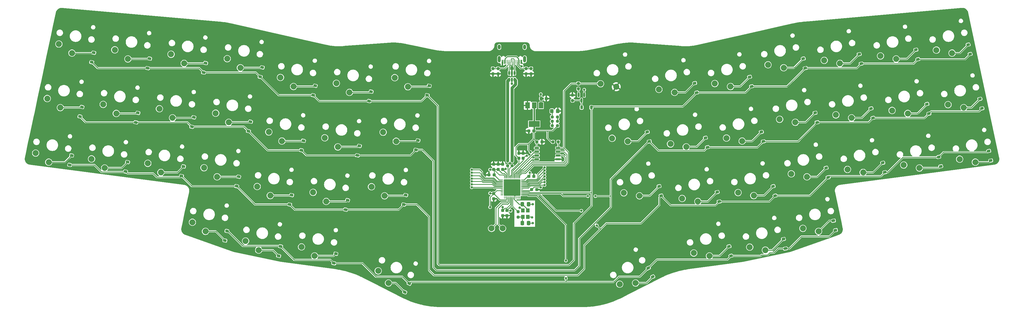
<source format=gbr>
%TF.GenerationSoftware,KiCad,Pcbnew,7.0.2*%
%TF.CreationDate,2024-09-11T18:36:24+10:00*%
%TF.ProjectId,keyboard,6b657962-6f61-4726-942e-6b696361645f,v1.0.0*%
%TF.SameCoordinates,Original*%
%TF.FileFunction,Copper,L2,Bot*%
%TF.FilePolarity,Positive*%
%FSLAX46Y46*%
G04 Gerber Fmt 4.6, Leading zero omitted, Abs format (unit mm)*
G04 Created by KiCad (PCBNEW 7.0.2) date 2024-09-11 18:36:24*
%MOMM*%
%LPD*%
G01*
G04 APERTURE LIST*
G04 Aperture macros list*
%AMRoundRect*
0 Rectangle with rounded corners*
0 $1 Rounding radius*
0 $2 $3 $4 $5 $6 $7 $8 $9 X,Y pos of 4 corners*
0 Add a 4 corners polygon primitive as box body*
4,1,4,$2,$3,$4,$5,$6,$7,$8,$9,$2,$3,0*
0 Add four circle primitives for the rounded corners*
1,1,$1+$1,$2,$3*
1,1,$1+$1,$4,$5*
1,1,$1+$1,$6,$7*
1,1,$1+$1,$8,$9*
0 Add four rect primitives between the rounded corners*
20,1,$1+$1,$2,$3,$4,$5,0*
20,1,$1+$1,$4,$5,$6,$7,0*
20,1,$1+$1,$6,$7,$8,$9,0*
20,1,$1+$1,$8,$9,$2,$3,0*%
G04 Aperture macros list end*
%TA.AperFunction,ComponentPad*%
%ADD10C,2.032000*%
%TD*%
%TA.AperFunction,SMDPad,CuDef*%
%ADD11RoundRect,0.225000X-0.231980X0.370723X-0.436275X-0.030230X0.231980X-0.370723X0.436275X0.030230X0*%
%TD*%
%TA.AperFunction,SMDPad,CuDef*%
%ADD12RoundRect,0.237500X-0.250000X-0.237500X0.250000X-0.237500X0.250000X0.237500X-0.250000X0.237500X0*%
%TD*%
%TA.AperFunction,SMDPad,CuDef*%
%ADD13RoundRect,0.225000X0.413585X-0.142116X0.320025X0.298050X-0.413585X0.142116X-0.320025X-0.298050X0*%
%TD*%
%TA.AperFunction,SMDPad,CuDef*%
%ADD14RoundRect,0.237500X0.237500X-0.300000X0.237500X0.300000X-0.237500X0.300000X-0.237500X-0.300000X0*%
%TD*%
%TA.AperFunction,SMDPad,CuDef*%
%ADD15RoundRect,0.225000X-0.436275X0.030230X-0.231980X-0.370723X0.436275X-0.030230X0.231980X0.370723X0*%
%TD*%
%TA.AperFunction,SMDPad,CuDef*%
%ADD16R,0.250000X1.450000*%
%TD*%
%TA.AperFunction,SMDPad,CuDef*%
%ADD17R,0.300000X1.450000*%
%TD*%
%TA.AperFunction,ComponentPad*%
%ADD18RoundRect,0.500000X0.000000X-0.300000X0.000000X-0.300000X0.000000X0.300000X0.000000X0.300000X0*%
%TD*%
%TA.AperFunction,ComponentPad*%
%ADD19RoundRect,0.500000X0.000000X-0.600000X0.000000X-0.600000X0.000000X0.600000X0.000000X0.600000X0*%
%TD*%
%TA.AperFunction,SMDPad,CuDef*%
%ADD20RoundRect,0.225000X0.320025X-0.298050X0.413585X0.142116X-0.320025X0.298050X-0.413585X-0.142116X0*%
%TD*%
%TA.AperFunction,SMDPad,CuDef*%
%ADD21RoundRect,0.250000X-0.337500X-0.475000X0.337500X-0.475000X0.337500X0.475000X-0.337500X0.475000X0*%
%TD*%
%TA.AperFunction,SMDPad,CuDef*%
%ADD22RoundRect,0.150000X0.650000X0.150000X-0.650000X0.150000X-0.650000X-0.150000X0.650000X-0.150000X0*%
%TD*%
%TA.AperFunction,SMDPad,CuDef*%
%ADD23RoundRect,0.237500X-0.237500X0.250000X-0.237500X-0.250000X0.237500X-0.250000X0.237500X0.250000X0*%
%TD*%
%TA.AperFunction,SMDPad,CuDef*%
%ADD24RoundRect,0.050000X0.387500X0.050000X-0.387500X0.050000X-0.387500X-0.050000X0.387500X-0.050000X0*%
%TD*%
%TA.AperFunction,SMDPad,CuDef*%
%ADD25RoundRect,0.050000X0.050000X0.387500X-0.050000X0.387500X-0.050000X-0.387500X0.050000X-0.387500X0*%
%TD*%
%TA.AperFunction,SMDPad,CuDef*%
%ADD26R,3.200000X3.200000*%
%TD*%
%TA.AperFunction,SMDPad,CuDef*%
%ADD27RoundRect,0.225000X-0.320025X0.298050X-0.413585X-0.142116X0.320025X-0.298050X0.413585X0.142116X0*%
%TD*%
%TA.AperFunction,SMDPad,CuDef*%
%ADD28RoundRect,0.237500X-0.300000X-0.237500X0.300000X-0.237500X0.300000X0.237500X-0.300000X0.237500X0*%
%TD*%
%TA.AperFunction,SMDPad,CuDef*%
%ADD29RoundRect,0.250000X0.325000X0.450000X-0.325000X0.450000X-0.325000X-0.450000X0.325000X-0.450000X0*%
%TD*%
%TA.AperFunction,SMDPad,CuDef*%
%ADD30RoundRect,0.237500X0.300000X0.237500X-0.300000X0.237500X-0.300000X-0.237500X0.300000X-0.237500X0*%
%TD*%
%TA.AperFunction,SMDPad,CuDef*%
%ADD31RoundRect,0.225000X-0.413585X0.142116X-0.320025X-0.298050X0.413585X-0.142116X0.320025X0.298050X0*%
%TD*%
%TA.AperFunction,SMDPad,CuDef*%
%ADD32RoundRect,0.250000X0.337500X0.475000X-0.337500X0.475000X-0.337500X-0.475000X0.337500X-0.475000X0*%
%TD*%
%TA.AperFunction,SMDPad,CuDef*%
%ADD33RoundRect,0.237500X-0.237500X0.300000X-0.237500X-0.300000X0.237500X-0.300000X0.237500X0.300000X0*%
%TD*%
%TA.AperFunction,SMDPad,CuDef*%
%ADD34RoundRect,0.225000X0.225000X0.375000X-0.225000X0.375000X-0.225000X-0.375000X0.225000X-0.375000X0*%
%TD*%
%TA.AperFunction,SMDPad,CuDef*%
%ADD35C,2.000000*%
%TD*%
%TA.AperFunction,SMDPad,CuDef*%
%ADD36RoundRect,0.150000X-0.150000X0.587500X-0.150000X-0.587500X0.150000X-0.587500X0.150000X0.587500X0*%
%TD*%
%TA.AperFunction,SMDPad,CuDef*%
%ADD37R,1.200000X1.400000*%
%TD*%
%TA.AperFunction,SMDPad,CuDef*%
%ADD38RoundRect,0.237500X0.250000X0.237500X-0.250000X0.237500X-0.250000X-0.237500X0.250000X-0.237500X0*%
%TD*%
%TA.AperFunction,SMDPad,CuDef*%
%ADD39RoundRect,0.237500X0.237500X-0.250000X0.237500X0.250000X-0.237500X0.250000X-0.237500X-0.250000X0*%
%TD*%
%TA.AperFunction,SMDPad,CuDef*%
%ADD40RoundRect,0.150000X-0.150000X0.512500X-0.150000X-0.512500X0.150000X-0.512500X0.150000X0.512500X0*%
%TD*%
%TA.AperFunction,SMDPad,CuDef*%
%ADD41R,1.500000X2.000000*%
%TD*%
%TA.AperFunction,SMDPad,CuDef*%
%ADD42R,3.800000X2.000000*%
%TD*%
%TA.AperFunction,ViaPad*%
%ADD43C,0.800000*%
%TD*%
%TA.AperFunction,Conductor*%
%ADD44C,0.250000*%
%TD*%
%TA.AperFunction,Conductor*%
%ADD45C,0.320000*%
%TD*%
%TA.AperFunction,Conductor*%
%ADD46C,0.500000*%
%TD*%
%TA.AperFunction,Conductor*%
%ADD47C,1.000000*%
%TD*%
G04 APERTURE END LIST*
D10*
%TO.P,SW41,1,1*%
%TO.N,Net-(D42-A)*%
X316604380Y-163755362D03*
%TO.P,SW41,2,2*%
%TO.N,/MCU/col10*%
X311277027Y-162740810D03*
%TD*%
%TO.P,SW38,1,1*%
%TO.N,Net-(D39-A)*%
X304753413Y-108000949D03*
%TO.P,SW38,2,2*%
%TO.N,/MCU/col10*%
X299426060Y-106986397D03*
%TD*%
%TO.P,SW47,1,1*%
%TO.N,Net-(D48-A)*%
X350863225Y-142160651D03*
%TO.P,SW47,2,2*%
%TO.N,/MCU/col12*%
X345535872Y-141146099D03*
%TD*%
%TO.P,SW50,1,1*%
%TO.N,Net-(D51-A)*%
X369863853Y-140166624D03*
%TO.P,SW50,2,2*%
%TO.N,/MCU/col13*%
X364536500Y-139152072D03*
%TD*%
%TO.P,SW49,1,1*%
%TO.N,Net-(D50-A)*%
X365913530Y-121581820D03*
%TO.P,SW49,2,2*%
%TO.N,/MCU/col13*%
X360586177Y-120567268D03*
%TD*%
%TO.P,SW26,1,1*%
%TO.N,Net-(D26-A)*%
X170488057Y-181365065D03*
%TO.P,SW26,2,2*%
%TO.N,/MCU/col6*%
X166986404Y-177223999D03*
%TD*%
%TO.P,SW32,1,1*%
%TO.N,Net-(D33-A)*%
X275588404Y-153560276D03*
%TO.P,SW32,2,2*%
%TO.N,/MCU/col8*%
X270261051Y-152545724D03*
%TD*%
%TO.P,SW1,1,1*%
%TO.N,GND*%
X247855486Y-114472103D03*
%TO.P,SW1,2,2*%
%TO.N,/MCU/BOOT*%
X242528133Y-113457551D03*
%TD*%
%TO.P,SW16,1,1*%
%TO.N,Net-(D16-A)*%
X134283452Y-132981444D03*
%TO.P,SW16,2,2*%
%TO.N,/MCU/col4*%
X129829329Y-129887775D03*
%TD*%
%TO.P,SW6,1,1*%
%TO.N,Net-(D6-A)*%
X78009260Y-123575847D03*
%TO.P,SW6,2,2*%
%TO.N,/MCU/col1*%
X73555137Y-120482178D03*
%TD*%
%TO.P,SW15,1,1*%
%TO.N,Net-(D15-A)*%
X138233774Y-114396640D03*
%TO.P,SW15,2,2*%
%TO.N,/MCU/col4*%
X133779651Y-111302971D03*
%TD*%
%TO.P,SW8,1,1*%
%TO.N,Net-(D8-A)*%
X101064166Y-106495996D03*
%TO.P,SW8,2,2*%
%TO.N,/MCU/col2*%
X96610043Y-103402327D03*
%TD*%
%TO.P,SW45,1,1*%
%TO.N,Net-(D46-A)*%
X342962580Y-104991043D03*
%TO.P,SW45,2,2*%
%TO.N,/MCU/col12*%
X337635227Y-103976491D03*
%TD*%
%TO.P,SW42,1,1*%
%TO.N,Net-(D43-A)*%
X323857997Y-106495996D03*
%TO.P,SW42,2,2*%
%TO.N,/MCU/col11*%
X318530644Y-105481444D03*
%TD*%
%TO.P,SW4,1,1*%
%TO.N,Net-(D4-A)*%
X55058310Y-140166624D03*
%TO.P,SW4,2,2*%
%TO.N,/MCU/col0*%
X50604187Y-137072955D03*
%TD*%
%TO.P,SW13,1,1*%
%TO.N,Net-(D13-A)*%
X112268105Y-145170558D03*
%TO.P,SW13,2,2*%
%TO.N,/MCU/col3*%
X107813982Y-142076889D03*
%TD*%
%TO.P,SW2,1,1*%
%TO.N,Net-(D2-A)*%
X62958954Y-102997016D03*
%TO.P,SW2,2,2*%
%TO.N,/MCU/col0*%
X58504831Y-99903347D03*
%TD*%
%TO.P,SW22,1,1*%
%TO.N,Net-(D22-A)*%
X145383436Y-172145080D03*
%TO.P,SW22,2,2*%
%TO.N,/MCU/col5*%
X140929313Y-169051411D03*
%TD*%
%TO.P,SW25,1,1*%
%TO.N,Net-(D25-A)*%
X169166033Y-151641712D03*
%TO.P,SW25,2,2*%
%TO.N,/MCU/col6*%
X164711910Y-148548043D03*
%TD*%
%TO.P,SW36,1,1*%
%TO.N,Net-(D37-A)*%
X294589032Y-151566249D03*
%TO.P,SW36,2,2*%
%TO.N,/MCU/col9*%
X289261679Y-150551697D03*
%TD*%
%TO.P,SW24,1,1*%
%TO.N,Net-(D24-A)*%
X173116355Y-133056908D03*
%TO.P,SW24,2,2*%
%TO.N,/MCU/col6*%
X168662232Y-129963239D03*
%TD*%
%TO.P,SW20,1,1*%
%TO.N,Net-(D20-A)*%
X153284080Y-134975471D03*
%TO.P,SW20,2,2*%
%TO.N,/MCU/col5*%
X148829957Y-131881802D03*
%TD*%
%TO.P,SW11,1,1*%
%TO.N,Net-(D11-A)*%
X120168749Y-108000949D03*
%TO.P,SW11,2,2*%
%TO.N,/MCU/col3*%
X115714626Y-104907280D03*
%TD*%
%TO.P,SW46,1,1*%
%TO.N,Net-(D47-A)*%
X346912903Y-123575847D03*
%TO.P,SW46,2,2*%
%TO.N,/MCU/col12*%
X341585550Y-122561295D03*
%TD*%
%TO.P,SW14,1,1*%
%TO.N,Net-(D14-A)*%
X108317783Y-163755362D03*
%TO.P,SW14,2,2*%
%TO.N,/MCU/col3*%
X103863660Y-160661693D03*
%TD*%
%TO.P,SW27,1,1*%
%TO.N,Net-(D28-A)*%
X251805808Y-133056908D03*
%TO.P,SW27,2,2*%
%TO.N,/MCU/col7*%
X246478455Y-132042356D03*
%TD*%
%TO.P,SW37,1,1*%
%TO.N,Net-(D38-A)*%
X298539354Y-170151053D03*
%TO.P,SW37,2,2*%
%TO.N,/MCU/col9*%
X293212001Y-169136501D03*
%TD*%
%TO.P,SW18,1,1*%
%TO.N,Net-(D18-A)*%
X126382808Y-170151053D03*
%TO.P,SW18,2,2*%
%TO.N,/MCU/col4*%
X121928685Y-167057384D03*
%TD*%
%TO.P,SW28,1,1*%
%TO.N,Net-(D29-A)*%
X255756130Y-151641712D03*
%TO.P,SW28,2,2*%
%TO.N,/MCU/col7*%
X250428777Y-150627160D03*
%TD*%
%TO.P,SW39,1,1*%
%TO.N,Net-(D40-A)*%
X308703735Y-126585753D03*
%TO.P,SW39,2,2*%
%TO.N,/MCU/col10*%
X303376382Y-125571201D03*
%TD*%
%TO.P,SW23,1,1*%
%TO.N,Net-(D23-A)*%
X177066677Y-114472103D03*
%TO.P,SW23,2,2*%
%TO.N,/MCU/col6*%
X172612554Y-111378434D03*
%TD*%
%TO.P,SW12,1,1*%
%TO.N,Net-(D12-A)*%
X116218427Y-126585753D03*
%TO.P,SW12,2,2*%
%TO.N,/MCU/col3*%
X111764304Y-123492084D03*
%TD*%
%TO.P,SW48,1,1*%
%TO.N,Net-(D49-A)*%
X361963208Y-102997016D03*
%TO.P,SW48,2,2*%
%TO.N,/MCU/col13*%
X356635855Y-101982464D03*
%TD*%
%TO.P,SW29,1,1*%
%TO.N,Net-(D30-A)*%
X254434105Y-181365065D03*
%TO.P,SW29,2,2*%
%TO.N,/MCU/col7*%
X249025692Y-181763904D03*
%TD*%
%TO.P,SW31,1,1*%
%TO.N,Net-(D32-A)*%
X271638082Y-134975471D03*
%TO.P,SW31,2,2*%
%TO.N,/MCU/col8*%
X266310729Y-133960919D03*
%TD*%
%TO.P,SW44,1,1*%
%TO.N,Net-(D45-A)*%
X331758641Y-143665604D03*
%TO.P,SW44,2,2*%
%TO.N,/MCU/col11*%
X326431288Y-142651052D03*
%TD*%
%TO.P,SW5,1,1*%
%TO.N,Net-(D5-A)*%
X81959582Y-104991043D03*
%TO.P,SW5,2,2*%
%TO.N,/MCU/col1*%
X77505459Y-101897374D03*
%TD*%
%TO.P,SW3,1,1*%
%TO.N,Net-(D3-A)*%
X59008632Y-121581820D03*
%TO.P,SW3,2,2*%
%TO.N,/MCU/col0*%
X54554509Y-118488151D03*
%TD*%
%TO.P,SW35,1,1*%
%TO.N,Net-(D36-A)*%
X290638710Y-132981444D03*
%TO.P,SW35,2,2*%
%TO.N,/MCU/col9*%
X285311357Y-131966892D03*
%TD*%
%TO.P,SW43,1,1*%
%TO.N,Net-(D44-A)*%
X327808319Y-125080800D03*
%TO.P,SW43,2,2*%
%TO.N,/MCU/col11*%
X322480966Y-124066248D03*
%TD*%
%TO.P,SW7,1,1*%
%TO.N,Net-(D7-A)*%
X74058938Y-142160651D03*
%TO.P,SW7,2,2*%
%TO.N,/MCU/col1*%
X69604815Y-139066982D03*
%TD*%
%TO.P,SW40,1,1*%
%TO.N,Net-(D41-A)*%
X312654057Y-145170558D03*
%TO.P,SW40,2,2*%
%TO.N,/MCU/col10*%
X307326704Y-144156006D03*
%TD*%
%TO.P,SW21,1,1*%
%TO.N,Net-(D21-A)*%
X149333758Y-153560276D03*
%TO.P,SW21,2,2*%
%TO.N,/MCU/col5*%
X144879635Y-150466607D03*
%TD*%
%TO.P,SW10,1,1*%
%TO.N,Net-(D10-A)*%
X93163521Y-143665604D03*
%TO.P,SW10,2,2*%
%TO.N,/MCU/col2*%
X88709398Y-140571935D03*
%TD*%
%TO.P,SW34,1,1*%
%TO.N,Net-(D35-A)*%
X286688388Y-114396640D03*
%TO.P,SW34,2,2*%
%TO.N,/MCU/col9*%
X281361035Y-113382088D03*
%TD*%
%TO.P,SW33,1,1*%
%TO.N,Net-(D34-A)*%
X279538727Y-172145080D03*
%TO.P,SW33,2,2*%
%TO.N,/MCU/col8*%
X274211374Y-171130528D03*
%TD*%
%TO.P,SW30,1,1*%
%TO.N,Net-(D31-A)*%
X267687760Y-116390667D03*
%TO.P,SW30,2,2*%
%TO.N,/MCU/col8*%
X262360407Y-115376115D03*
%TD*%
%TO.P,SW17,1,1*%
%TO.N,Net-(D17-A)*%
X130333130Y-151566249D03*
%TO.P,SW17,2,2*%
%TO.N,/MCU/col4*%
X125879007Y-148472580D03*
%TD*%
%TO.P,SW9,1,1*%
%TO.N,Net-(D9-A)*%
X97113844Y-125080800D03*
%TO.P,SW9,2,2*%
%TO.N,/MCU/col2*%
X92659721Y-121987131D03*
%TD*%
%TO.P,SW19,1,1*%
%TO.N,Net-(D19-A)*%
X157234402Y-116390667D03*
%TO.P,SW19,2,2*%
%TO.N,/MCU/col5*%
X152780279Y-113296998D03*
%TD*%
D11*
%TO.P,D26,1,K*%
%TO.N,/MCU/row3*%
X177499084Y-181529839D03*
%TO.P,D26,2,A*%
%TO.N,Net-(D26-A)*%
X176000916Y-184470161D03*
%TD*%
D12*
%TO.P,R8,1*%
%TO.N,+3V3*%
X226337500Y-133250000D03*
%TO.P,R8,2*%
%TO.N,/MCU/BOOT*%
X228162500Y-133250000D03*
%TD*%
D13*
%TO.P,D38,1,K*%
%TO.N,/MCU/row3*%
X305343054Y-169613944D03*
%TO.P,D38,2,A*%
%TO.N,Net-(D38-A)*%
X304656946Y-166386056D03*
%TD*%
D14*
%TO.P,C10,1*%
%TO.N,+3V3*%
X214750000Y-138862500D03*
%TO.P,C10,2*%
%TO.N,GND*%
X214750000Y-137137500D03*
%TD*%
D15*
%TO.P,D30,1,K*%
%TO.N,/MCU/row3*%
X258750916Y-176279839D03*
%TO.P,D30,2,A*%
%TO.N,Net-(D30-A)*%
X260249084Y-179220161D03*
%TD*%
D16*
%TO.P,J1,A1,GND*%
%TO.N,GND*%
X209052159Y-106012500D03*
%TO.P,J1,A4,VBUS*%
%TO.N,VBUS*%
X209852159Y-106012500D03*
%TO.P,J1,A5,CC1*%
%TO.N,/connectors/CC1*%
X211177159Y-106012500D03*
%TO.P,J1,A6,D+*%
%TO.N,Net-(J1-D+-PadA6)*%
X212177159Y-106012500D03*
%TO.P,J1,A7,D-*%
%TO.N,Net-(J1-D--PadA7)*%
X212677159Y-106012500D03*
%TO.P,J1,A8,SBU1*%
%TO.N,unconnected-(J1-SBU1-PadA8)*%
X213677159Y-106012500D03*
%TO.P,J1,A9,VBUS*%
%TO.N,VBUS*%
X215002159Y-106012500D03*
%TO.P,J1,A12,GND*%
%TO.N,GND*%
X215802159Y-106012500D03*
D17*
%TO.P,J1,B1,GND*%
X215527159Y-106012500D03*
%TO.P,J1,B4,VBUS*%
%TO.N,VBUS*%
X214727159Y-106012500D03*
D16*
%TO.P,J1,B5,CC2*%
%TO.N,/connectors/CC2*%
X214177159Y-106012500D03*
%TO.P,J1,B6,D+*%
%TO.N,Net-(J1-D+-PadA6)*%
X213177159Y-106012500D03*
%TO.P,J1,B7,D-*%
%TO.N,Net-(J1-D--PadA7)*%
X211677159Y-106012500D03*
%TO.P,J1,B8,SBU2*%
%TO.N,unconnected-(J1-SBU2-PadB8)*%
X210677159Y-106012500D03*
D17*
%TO.P,J1,B9,VBUS*%
%TO.N,VBUS*%
X210127159Y-106012500D03*
%TO.P,J1,B12,GND*%
%TO.N,GND*%
X209327159Y-106012500D03*
D18*
%TO.P,J1,S1,SHIELD*%
%TO.N,unconnected-(J1-SHIELD-PadS1)*%
X208107159Y-100912500D03*
D19*
X208107159Y-105092500D03*
D18*
X216747159Y-100912500D03*
D19*
X216747159Y-105092500D03*
%TD*%
D13*
%TO.P,D43,1,K*%
%TO.N,/MCU/row0*%
X331093054Y-106613944D03*
%TO.P,D43,2,A*%
%TO.N,Net-(D43-A)*%
X330406946Y-103386056D03*
%TD*%
D20*
%TO.P,D3,1,K*%
%TO.N,/MCU/row1*%
X65656946Y-124613944D03*
%TO.P,D3,2,A*%
%TO.N,Net-(D3-A)*%
X66343054Y-121386056D03*
%TD*%
D13*
%TO.P,D39,1,K*%
%TO.N,/MCU/row0*%
X312093054Y-108113944D03*
%TO.P,D39,2,A*%
%TO.N,Net-(D39-A)*%
X311406946Y-104886056D03*
%TD*%
D20*
%TO.P,D25,1,K*%
%TO.N,/MCU/row2*%
X175656946Y-154613944D03*
%TO.P,D25,2,A*%
%TO.N,Net-(D25-A)*%
X176343054Y-151386056D03*
%TD*%
D21*
%TO.P,C3,1*%
%TO.N,/MCU/XIN*%
X215962500Y-154481250D03*
%TO.P,C3,2*%
%TO.N,GND*%
X218037500Y-154481250D03*
%TD*%
D22*
%TO.P,U3,1,~{CS}*%
%TO.N,/MCU/BOOT*%
X228100000Y-135345000D03*
%TO.P,U3,2,DO(IO1)*%
%TO.N,/MCU/QSPI_SD1*%
X228100000Y-136615000D03*
%TO.P,U3,3,IO2*%
%TO.N,/MCU/QSPI_SD2*%
X228100000Y-137885000D03*
%TO.P,U3,4,GND*%
%TO.N,GND*%
X228100000Y-139155000D03*
%TO.P,U3,5,DI(IO0)*%
%TO.N,/MCU/QSPI_SD0*%
X220900000Y-139155000D03*
%TO.P,U3,6,CLK*%
%TO.N,/MCU/QSPI_SCLK*%
X220900000Y-137885000D03*
%TO.P,U3,7,IO3*%
%TO.N,/MCU/QSPI_SD3*%
X220900000Y-136615000D03*
%TO.P,U3,8,VCC*%
%TO.N,+3V3*%
X220900000Y-135345000D03*
%TD*%
D20*
%TO.P,D5,1,K*%
%TO.N,/MCU/row0*%
X88656946Y-108113944D03*
%TO.P,D5,2,A*%
%TO.N,Net-(D5-A)*%
X89343054Y-104886056D03*
%TD*%
D23*
%TO.P,R4,1*%
%TO.N,/connectors/CC1*%
X205966078Y-108250000D03*
%TO.P,R4,2*%
%TO.N,GND*%
X205966078Y-110075000D03*
%TD*%
D14*
%TO.P,C9,1*%
%TO.N,+3V3*%
X207750000Y-142612500D03*
%TO.P,C9,2*%
%TO.N,GND*%
X207750000Y-140887500D03*
%TD*%
D24*
%TO.P,U4,1,IOVDD*%
%TO.N,+3V3*%
X215898578Y-146212500D03*
%TO.P,U4,2,GPIO0*%
%TO.N,/MCU/col13*%
X215898578Y-146612500D03*
%TO.P,U4,3,GPIO1*%
%TO.N,/MCU/col12*%
X215898578Y-147012500D03*
%TO.P,U4,4,GPIO2*%
%TO.N,/MCU/col11*%
X215898578Y-147412500D03*
%TO.P,U4,5,GPIO3*%
%TO.N,/MCU/col10*%
X215898578Y-147812500D03*
%TO.P,U4,6,GPIO4*%
%TO.N,/MCU/col9*%
X215898578Y-148212500D03*
%TO.P,U4,7,GPIO5*%
%TO.N,/MCU/col8*%
X215898578Y-148612500D03*
%TO.P,U4,8,GPIO6*%
%TO.N,/MCU/col7*%
X215898578Y-149012500D03*
%TO.P,U4,9,GPIO7*%
%TO.N,unconnected-(U4-GPIO7-Pad9)*%
X215898578Y-149412500D03*
%TO.P,U4,10,IOVDD*%
%TO.N,+3V3*%
X215898578Y-149812500D03*
%TO.P,U4,11,GPIO8*%
%TO.N,/MCU/row0*%
X215898578Y-150212500D03*
%TO.P,U4,12,GPIO9*%
%TO.N,/MCU/row1*%
X215898578Y-150612500D03*
%TO.P,U4,13,GPIO10*%
%TO.N,/MCU/row2*%
X215898578Y-151012500D03*
%TO.P,U4,14,GPIO11*%
%TO.N,/MCU/row3*%
X215898578Y-151412500D03*
D25*
%TO.P,U4,15,GPIO12*%
%TO.N,unconnected-(U4-GPIO12-Pad15)*%
X215061078Y-152250000D03*
%TO.P,U4,16,GPIO13*%
%TO.N,unconnected-(U4-GPIO13-Pad16)*%
X214661078Y-152250000D03*
%TO.P,U4,17,GPIO14*%
%TO.N,unconnected-(U4-GPIO14-Pad17)*%
X214261078Y-152250000D03*
%TO.P,U4,18,GPIO15*%
%TO.N,unconnected-(U4-GPIO15-Pad18)*%
X213861078Y-152250000D03*
%TO.P,U4,19,TESTEN*%
%TO.N,GND*%
X213461078Y-152250000D03*
%TO.P,U4,20,XIN*%
%TO.N,/MCU/XIN*%
X213061078Y-152250000D03*
%TO.P,U4,21,XOUT*%
%TO.N,/MCU/XOUT*%
X212661078Y-152250000D03*
%TO.P,U4,22,IOVDD*%
%TO.N,+3V3*%
X212261078Y-152250000D03*
%TO.P,U4,23,DVDD*%
%TO.N,+1V1*%
X211861078Y-152250000D03*
%TO.P,U4,24,SWCLK*%
%TO.N,/MCU/SWCLK*%
X211461078Y-152250000D03*
%TO.P,U4,25,SWD*%
%TO.N,/MCU/SWDIO*%
X211061078Y-152250000D03*
%TO.P,U4,26,RUN*%
%TO.N,+3V3*%
X210661078Y-152250000D03*
%TO.P,U4,27,GPIO16*%
%TO.N,unconnected-(U4-GPIO16-Pad27)*%
X210261078Y-152250000D03*
%TO.P,U4,28,GPIO17*%
%TO.N,unconnected-(U4-GPIO17-Pad28)*%
X209861078Y-152250000D03*
D24*
%TO.P,U4,29,GPIO18*%
%TO.N,unconnected-(U4-GPIO18-Pad29)*%
X209023578Y-151412500D03*
%TO.P,U4,30,GPIO19*%
%TO.N,unconnected-(U4-GPIO19-Pad30)*%
X209023578Y-151012500D03*
%TO.P,U4,31,GPIO20*%
%TO.N,unconnected-(U4-GPIO20-Pad31)*%
X209023578Y-150612500D03*
%TO.P,U4,32,GPIO21*%
%TO.N,unconnected-(U4-GPIO21-Pad32)*%
X209023578Y-150212500D03*
%TO.P,U4,33,IOVDD*%
%TO.N,+3V3*%
X209023578Y-149812500D03*
%TO.P,U4,34,GPIO22*%
%TO.N,unconnected-(U4-GPIO22-Pad34)*%
X209023578Y-149412500D03*
%TO.P,U4,35,GPIO23*%
%TO.N,/MCU/col6*%
X209023578Y-149012500D03*
%TO.P,U4,36,GPIO24*%
%TO.N,/MCU/col5*%
X209023578Y-148612500D03*
%TO.P,U4,37,GPIO25*%
%TO.N,/MCU/col4*%
X209023578Y-148212500D03*
%TO.P,U4,38,GPIO26_ADC0*%
%TO.N,/MCU/col3*%
X209023578Y-147812500D03*
%TO.P,U4,39,GPIO27_ADC1*%
%TO.N,/MCU/col2*%
X209023578Y-147412500D03*
%TO.P,U4,40,GPIO28_ADC2*%
%TO.N,/MCU/col1*%
X209023578Y-147012500D03*
%TO.P,U4,41,GPIO29_ADC3*%
%TO.N,/MCU/col0*%
X209023578Y-146612500D03*
%TO.P,U4,42,IOVDD*%
%TO.N,+3V3*%
X209023578Y-146212500D03*
D25*
%TO.P,U4,43,ADC_AVDD*%
X209861078Y-145375000D03*
%TO.P,U4,44,VREG_IN*%
X210261078Y-145375000D03*
%TO.P,U4,45,VREG_VOUT*%
%TO.N,+1V1*%
X210661078Y-145375000D03*
%TO.P,U4,46,USB_DM*%
%TO.N,Net-(U4-USB_DM)*%
X211061078Y-145375000D03*
%TO.P,U4,47,USB_DP*%
%TO.N,Net-(U4-USB_DP)*%
X211461078Y-145375000D03*
%TO.P,U4,48,USB_VDD*%
%TO.N,+3V3*%
X211861078Y-145375000D03*
%TO.P,U4,49,IOVDD*%
X212261078Y-145375000D03*
%TO.P,U4,50,DVDD*%
%TO.N,+1V1*%
X212661078Y-145375000D03*
%TO.P,U4,51,QSPI_SD3*%
%TO.N,/MCU/QSPI_SD3*%
X213061078Y-145375000D03*
%TO.P,U4,52,QSPI_SCLK*%
%TO.N,/MCU/QSPI_SCLK*%
X213461078Y-145375000D03*
%TO.P,U4,53,QSPI_SD0*%
%TO.N,/MCU/QSPI_SD0*%
X213861078Y-145375000D03*
%TO.P,U4,54,QSPI_SD2*%
%TO.N,/MCU/QSPI_SD2*%
X214261078Y-145375000D03*
%TO.P,U4,55,QSPI_SD1*%
%TO.N,/MCU/QSPI_SD1*%
X214661078Y-145375000D03*
%TO.P,U4,56,QSPI_SS*%
%TO.N,/MCU/BOOT*%
X215061078Y-145375000D03*
D26*
%TO.P,U4,57,GND*%
%TO.N,GND*%
X212461078Y-148812500D03*
%TD*%
D13*
%TO.P,D34,1,K*%
%TO.N,/MCU/row3*%
X286843054Y-172113944D03*
%TO.P,D34,2,A*%
%TO.N,Net-(D34-A)*%
X286156946Y-168886056D03*
%TD*%
D27*
%TO.P,D14,1,K*%
%TO.N,/MCU/row3*%
X115593054Y-163636056D03*
%TO.P,D14,2,A*%
%TO.N,Net-(D14-A)*%
X114906946Y-166863944D03*
%TD*%
D13*
%TO.P,D42,1,K*%
%TO.N,/MCU/row3*%
X322343054Y-163363944D03*
%TO.P,D42,2,A*%
%TO.N,Net-(D42-A)*%
X321656946Y-160136056D03*
%TD*%
D23*
%TO.P,R13,1*%
%TO.N,/MCU/USB_D-*%
X211000000Y-139587500D03*
%TO.P,R13,2*%
%TO.N,Net-(U4-USB_DM)*%
X211000000Y-141412500D03*
%TD*%
D13*
%TO.P,D44,1,K*%
%TO.N,/MCU/row1*%
X335093054Y-125113944D03*
%TO.P,D44,2,A*%
%TO.N,Net-(D44-A)*%
X334406946Y-121886056D03*
%TD*%
D20*
%TO.P,D11,1,K*%
%TO.N,/MCU/row0*%
X126906946Y-111113944D03*
%TO.P,D11,2,A*%
%TO.N,Net-(D11-A)*%
X127593054Y-107886056D03*
%TD*%
D13*
%TO.P,D50,1,K*%
%TO.N,/MCU/row1*%
X372093054Y-121863944D03*
%TO.P,D50,2,A*%
%TO.N,Net-(D50-A)*%
X371406946Y-118636056D03*
%TD*%
D28*
%TO.P,C16,1*%
%TO.N,+3V3*%
X218137500Y-145000000D03*
%TO.P,C16,2*%
%TO.N,GND*%
X219862500Y-145000000D03*
%TD*%
D29*
%TO.P,D1,1,K*%
%TO.N,GND*%
X228025000Y-122750000D03*
%TO.P,D1,2,A*%
%TO.N,Net-(D1-A)*%
X225975000Y-122750000D03*
%TD*%
D30*
%TO.P,C12,1*%
%TO.N,+3V3*%
X206362500Y-144500000D03*
%TO.P,C12,2*%
%TO.N,GND*%
X204637500Y-144500000D03*
%TD*%
D23*
%TO.P,R12,1*%
%TO.N,/MCU/USB_D+*%
X212500000Y-139587500D03*
%TO.P,R12,2*%
%TO.N,Net-(U4-USB_DP)*%
X212500000Y-141412500D03*
%TD*%
D31*
%TO.P,D48,1,K*%
%TO.N,/MCU/row2*%
X357406946Y-138386056D03*
%TO.P,D48,2,A*%
%TO.N,Net-(D48-A)*%
X358093054Y-141613944D03*
%TD*%
D20*
%TO.P,D12,1,K*%
%TO.N,/MCU/row1*%
X122906946Y-129613944D03*
%TO.P,D12,2,A*%
%TO.N,Net-(D12-A)*%
X123593054Y-126386056D03*
%TD*%
%TO.P,D7,1,K*%
%TO.N,/MCU/row2*%
X81156946Y-143363944D03*
%TO.P,D7,2,A*%
%TO.N,Net-(D7-A)*%
X81843054Y-140136056D03*
%TD*%
%TO.P,D10,1,K*%
%TO.N,/MCU/row2*%
X100156946Y-144863944D03*
%TO.P,D10,2,A*%
%TO.N,Net-(D10-A)*%
X100843054Y-141636056D03*
%TD*%
%TO.P,D16,1,K*%
%TO.N,/MCU/row1*%
X140906946Y-136113944D03*
%TO.P,D16,2,A*%
%TO.N,Net-(D16-A)*%
X141593054Y-132886056D03*
%TD*%
%TO.P,D9,1,K*%
%TO.N,/MCU/row1*%
X103656946Y-128113944D03*
%TO.P,D9,2,A*%
%TO.N,Net-(D9-A)*%
X104343054Y-124886056D03*
%TD*%
D32*
%TO.P,C4,1*%
%TO.N,GND*%
X218037500Y-160981250D03*
%TO.P,C4,2*%
%TO.N,Net-(C4-Pad2)*%
X215962500Y-160981250D03*
%TD*%
D13*
%TO.P,D47,1,K*%
%TO.N,/MCU/row1*%
X354093054Y-123613944D03*
%TO.P,D47,2,A*%
%TO.N,Net-(D47-A)*%
X353406946Y-120386056D03*
%TD*%
D33*
%TO.P,C13,1*%
%TO.N,+3V3*%
X206250000Y-150887500D03*
%TO.P,C13,2*%
%TO.N,GND*%
X206250000Y-152612500D03*
%TD*%
D34*
%TO.P,D27,1,K*%
%TO.N,/MCU/row0*%
X239400000Y-121500000D03*
%TO.P,D27,2,A*%
%TO.N,/inputs/SS_OUT*%
X236100000Y-121500000D03*
%TD*%
D20*
%TO.P,D19,1,K*%
%TO.N,/MCU/row0*%
X163906946Y-119363944D03*
%TO.P,D19,2,A*%
%TO.N,Net-(D19-A)*%
X164593054Y-116136056D03*
%TD*%
D13*
%TO.P,D49,1,K*%
%TO.N,/MCU/row0*%
X368093054Y-103363944D03*
%TO.P,D49,2,A*%
%TO.N,Net-(D49-A)*%
X367406946Y-100136056D03*
%TD*%
D35*
%TO.P,TP2,1,1*%
%TO.N,/MCU/SWCLK*%
X209250000Y-162750000D03*
%TD*%
D20*
%TO.P,D15,1,K*%
%TO.N,/MCU/row0*%
X144906946Y-117363944D03*
%TO.P,D15,2,A*%
%TO.N,Net-(D15-A)*%
X145593054Y-114136056D03*
%TD*%
D13*
%TO.P,D35,1,K*%
%TO.N,/MCU/row0*%
X293843054Y-114363944D03*
%TO.P,D35,2,A*%
%TO.N,Net-(D35-A)*%
X293156946Y-111136056D03*
%TD*%
%TO.P,D32,1,K*%
%TO.N,/MCU/row1*%
X278843054Y-135113944D03*
%TO.P,D32,2,A*%
%TO.N,Net-(D32-A)*%
X278156946Y-131886056D03*
%TD*%
D31*
%TO.P,D51,1,K*%
%TO.N,/MCU/row2*%
X374406946Y-136386056D03*
%TO.P,D51,2,A*%
%TO.N,Net-(D51-A)*%
X375093054Y-139613944D03*
%TD*%
D13*
%TO.P,D31,1,K*%
%TO.N,/MCU/row0*%
X275186108Y-116477888D03*
%TO.P,D31,2,A*%
%TO.N,Net-(D31-A)*%
X274500000Y-113250000D03*
%TD*%
D14*
%TO.P,C7,1*%
%TO.N,+1V1*%
X216250000Y-138862500D03*
%TO.P,C7,2*%
%TO.N,GND*%
X216250000Y-137137500D03*
%TD*%
D36*
%TO.P,Q1,1,B*%
%TO.N,Net-(Q1-B)*%
X235100000Y-117250000D03*
%TO.P,Q1,2,E*%
%TO.N,/MCU/col7*%
X237000000Y-117250000D03*
%TO.P,Q1,3,C*%
%TO.N,/inputs/SS_OUT*%
X236050000Y-119125000D03*
%TD*%
D12*
%TO.P,R2,1*%
%TO.N,Net-(R1-Pad2)*%
X226087500Y-126250000D03*
%TO.P,R2,2*%
%TO.N,Net-(R2-Pad2)*%
X227912500Y-126250000D03*
%TD*%
D13*
%TO.P,D28,1,K*%
%TO.N,/MCU/row1*%
X259093054Y-133113944D03*
%TO.P,D28,2,A*%
%TO.N,Net-(D28-A)*%
X258406946Y-129886056D03*
%TD*%
%TO.P,D33,1,K*%
%TO.N,/MCU/row2*%
X282843054Y-153613944D03*
%TO.P,D33,2,A*%
%TO.N,Net-(D33-A)*%
X282156946Y-150386056D03*
%TD*%
D20*
%TO.P,D6,1,K*%
%TO.N,/MCU/row1*%
X84656946Y-126613944D03*
%TO.P,D6,2,A*%
%TO.N,Net-(D6-A)*%
X85343054Y-123386056D03*
%TD*%
D37*
%TO.P,Y1,1,1*%
%TO.N,/MCU/XIN*%
X217850000Y-156631250D03*
%TO.P,Y1,2,2*%
%TO.N,GND*%
X217850000Y-158831250D03*
%TO.P,Y1,3,3*%
%TO.N,Net-(C4-Pad2)*%
X216150000Y-158831250D03*
%TO.P,Y1,4,4*%
%TO.N,GND*%
X216150000Y-156631250D03*
%TD*%
D38*
%TO.P,R1,1*%
%TO.N,+3V3*%
X227912500Y-127750000D03*
%TO.P,R1,2*%
%TO.N,Net-(R1-Pad2)*%
X226087500Y-127750000D03*
%TD*%
D39*
%TO.P,R11,1*%
%TO.N,Net-(C4-Pad2)*%
X214500000Y-158893750D03*
%TO.P,R11,2*%
%TO.N,/MCU/XOUT*%
X214500000Y-157068750D03*
%TD*%
D30*
%TO.P,C2,1*%
%TO.N,+3V3*%
X219862500Y-129500000D03*
%TO.P,C2,2*%
%TO.N,GND*%
X218137500Y-129500000D03*
%TD*%
D13*
%TO.P,D41,1,K*%
%TO.N,/MCU/row2*%
X319843054Y-145363944D03*
%TO.P,D41,2,A*%
%TO.N,Net-(D41-A)*%
X319156946Y-142136056D03*
%TD*%
D33*
%TO.P,C6,1*%
%TO.N,+1V1*%
X209250000Y-156637500D03*
%TO.P,C6,2*%
%TO.N,GND*%
X209250000Y-158362500D03*
%TD*%
D13*
%TO.P,D40,1,K*%
%TO.N,/MCU/row1*%
X316093054Y-126613944D03*
%TO.P,D40,2,A*%
%TO.N,Net-(D40-A)*%
X315406946Y-123386056D03*
%TD*%
%TO.P,D29,1,K*%
%TO.N,/MCU/row2*%
X263093054Y-151613944D03*
%TO.P,D29,2,A*%
%TO.N,Net-(D29-A)*%
X262406946Y-148386056D03*
%TD*%
%TO.P,D37,1,K*%
%TO.N,/MCU/row2*%
X301843054Y-151613944D03*
%TO.P,D37,2,A*%
%TO.N,Net-(D37-A)*%
X301156946Y-148386056D03*
%TD*%
D20*
%TO.P,D13,1,K*%
%TO.N,/MCU/row2*%
X118906946Y-148363944D03*
%TO.P,D13,2,A*%
%TO.N,Net-(D13-A)*%
X119593054Y-145136056D03*
%TD*%
%TO.P,D21,1,K*%
%TO.N,/MCU/row2*%
X155906946Y-156363944D03*
%TO.P,D21,2,A*%
%TO.N,Net-(D21-A)*%
X156593054Y-153136056D03*
%TD*%
D33*
%TO.P,C15,1*%
%TO.N,+3V3*%
X210750000Y-156637500D03*
%TO.P,C15,2*%
%TO.N,GND*%
X210750000Y-158362500D03*
%TD*%
D23*
%TO.P,R5,1*%
%TO.N,/connectors/CC1*%
X207726078Y-108250000D03*
%TO.P,R5,2*%
%TO.N,GND*%
X207726078Y-110075000D03*
%TD*%
D20*
%TO.P,D2,1,K*%
%TO.N,/MCU/row0*%
X69656946Y-106113944D03*
%TO.P,D2,2,A*%
%TO.N,Net-(D2-A)*%
X70343054Y-102886056D03*
%TD*%
D28*
%TO.P,C1,1*%
%TO.N,VBUS*%
X222387500Y-118500000D03*
%TO.P,C1,2*%
%TO.N,GND*%
X224112500Y-118500000D03*
%TD*%
D35*
%TO.P,TP1,1,1*%
%TO.N,/MCU/SWDIO*%
X205500000Y-162750000D03*
%TD*%
D13*
%TO.P,D46,1,K*%
%TO.N,/MCU/row0*%
X350343054Y-105113944D03*
%TO.P,D46,2,A*%
%TO.N,Net-(D46-A)*%
X349656946Y-101886056D03*
%TD*%
D40*
%TO.P,U2,1,I/O1*%
%TO.N,Net-(J1-D--PadA7)*%
X211477156Y-109775000D03*
%TO.P,U2,2,GND*%
%TO.N,GND*%
X212427156Y-109775000D03*
%TO.P,U2,3,I/O2*%
%TO.N,Net-(J1-D+-PadA6)*%
X213377156Y-109775000D03*
%TO.P,U2,4,I/O2*%
%TO.N,/MCU/USB_D+*%
X213377156Y-112050000D03*
%TO.P,U2,5,VBUS*%
%TO.N,VBUS*%
X212427156Y-112050000D03*
%TO.P,U2,6,I/O1*%
%TO.N,/MCU/USB_D-*%
X211477156Y-112050000D03*
%TD*%
D14*
%TO.P,C8,1*%
%TO.N,+1V1*%
X209250000Y-142612500D03*
%TO.P,C8,2*%
%TO.N,GND*%
X209250000Y-140887500D03*
%TD*%
D41*
%TO.P,U1,1,GND*%
%TO.N,GND*%
X217700000Y-120850000D03*
%TO.P,U1,2,VO*%
%TO.N,+3V3*%
X220000000Y-120850000D03*
D42*
X220000000Y-127150000D03*
D41*
%TO.P,U1,3,VI*%
%TO.N,VBUS*%
X222300000Y-120850000D03*
%TD*%
D28*
%TO.P,C14,1*%
%TO.N,+3V3*%
X219137500Y-149500000D03*
%TO.P,C14,2*%
%TO.N,GND*%
X220862500Y-149500000D03*
%TD*%
D20*
%TO.P,D20,1,K*%
%TO.N,/MCU/row1*%
X159906946Y-137863944D03*
%TO.P,D20,2,A*%
%TO.N,Net-(D20-A)*%
X160593054Y-134636056D03*
%TD*%
D38*
%TO.P,R3,1*%
%TO.N,Net-(R2-Pad2)*%
X227912500Y-124750000D03*
%TO.P,R3,2*%
%TO.N,Net-(D1-A)*%
X226087500Y-124750000D03*
%TD*%
D14*
%TO.P,C11,1*%
%TO.N,+3V3*%
X206250000Y-142612500D03*
%TO.P,C11,2*%
%TO.N,GND*%
X206250000Y-140887500D03*
%TD*%
D39*
%TO.P,R10,1*%
%TO.N,/inputs/SS_OUT*%
X233000000Y-119162500D03*
%TO.P,R10,2*%
%TO.N,GND*%
X233000000Y-117337500D03*
%TD*%
D13*
%TO.P,D45,1,K*%
%TO.N,/MCU/row2*%
X339093054Y-143613944D03*
%TO.P,D45,2,A*%
%TO.N,Net-(D45-A)*%
X338406946Y-140386056D03*
%TD*%
D20*
%TO.P,D17,1,K*%
%TO.N,/MCU/row2*%
X136906946Y-154613944D03*
%TO.P,D17,2,A*%
%TO.N,Net-(D17-A)*%
X137593054Y-151386056D03*
%TD*%
%TO.P,D23,1,K*%
%TO.N,/MCU/row0*%
X183656946Y-117363944D03*
%TO.P,D23,2,A*%
%TO.N,Net-(D23-A)*%
X184343054Y-114136056D03*
%TD*%
D28*
%TO.P,C5,1*%
%TO.N,+3V3*%
X220887500Y-133250000D03*
%TO.P,C5,2*%
%TO.N,GND*%
X222612500Y-133250000D03*
%TD*%
D23*
%TO.P,R9,1*%
%TO.N,/MCU/BOOT*%
X235000000Y-113337500D03*
%TO.P,R9,2*%
%TO.N,Net-(Q1-B)*%
X235000000Y-115162500D03*
%TD*%
D20*
%TO.P,D8,1,K*%
%TO.N,/MCU/row0*%
X107656946Y-109613944D03*
%TO.P,D8,2,A*%
%TO.N,Net-(D8-A)*%
X108343054Y-106386056D03*
%TD*%
D23*
%TO.P,R7,1*%
%TO.N,/connectors/CC2*%
X218956078Y-108250000D03*
%TO.P,R7,2*%
%TO.N,GND*%
X218956078Y-110075000D03*
%TD*%
D13*
%TO.P,D36,1,K*%
%TO.N,/MCU/row1*%
X297843054Y-133113944D03*
%TO.P,D36,2,A*%
%TO.N,Net-(D36-A)*%
X297156946Y-129886056D03*
%TD*%
D20*
%TO.P,D4,1,K*%
%TO.N,/MCU/row2*%
X62156946Y-141113944D03*
%TO.P,D4,2,A*%
%TO.N,Net-(D4-A)*%
X62843054Y-137886056D03*
%TD*%
D27*
%TO.P,D18,1,K*%
%TO.N,/MCU/row3*%
X133843054Y-168886056D03*
%TO.P,D18,2,A*%
%TO.N,Net-(D18-A)*%
X133156946Y-172113944D03*
%TD*%
D23*
%TO.P,R6,1*%
%TO.N,/connectors/CC2*%
X217216078Y-108250000D03*
%TO.P,R6,2*%
%TO.N,GND*%
X217216078Y-110075000D03*
%TD*%
D20*
%TO.P,D24,1,K*%
%TO.N,/MCU/row1*%
X179813892Y-135977888D03*
%TO.P,D24,2,A*%
%TO.N,Net-(D24-A)*%
X180500000Y-132750000D03*
%TD*%
%TO.P,D22,1,K*%
%TO.N,/MCU/row3*%
X151906946Y-174613944D03*
%TO.P,D22,2,A*%
%TO.N,Net-(D22-A)*%
X152593054Y-171386056D03*
%TD*%
D43*
%TO.N,VBUS*%
X222250000Y-117000000D03*
X215750000Y-107500000D03*
X212427156Y-113412500D03*
%TO.N,GND*%
X218966078Y-111412500D03*
X212500000Y-146600000D03*
X206250000Y-139500000D03*
X225500000Y-118500000D03*
X216716078Y-106912500D03*
X217750000Y-119000000D03*
X206250000Y-154000000D03*
X229750000Y-139250000D03*
X214750000Y-135750000D03*
X219500000Y-154481250D03*
X228000000Y-121250000D03*
X207716078Y-111412500D03*
X220000000Y-143750000D03*
X210250000Y-147500000D03*
X209250000Y-159500000D03*
X213750000Y-146600000D03*
X233000000Y-116000000D03*
X219250000Y-158981250D03*
X215000000Y-155731250D03*
X210250000Y-150000000D03*
X209250000Y-139500000D03*
X214700000Y-148750000D03*
X211250000Y-151000000D03*
X207750000Y-139500000D03*
X217216078Y-111412500D03*
X219500000Y-160981250D03*
X212500000Y-151000000D03*
X210750000Y-159500000D03*
X214700000Y-150000000D03*
X211250000Y-146600000D03*
X216250000Y-135750000D03*
X208216078Y-106912500D03*
X215750000Y-120750000D03*
X205966078Y-111412500D03*
X222250000Y-149750000D03*
X210250000Y-148750000D03*
X224000000Y-133250000D03*
X214700000Y-147500000D03*
X212427156Y-108162500D03*
X203250000Y-144500000D03*
X213750000Y-151000000D03*
X216750000Y-129500000D03*
%TO.N,+3V3*%
X218750000Y-136750000D03*
X205000000Y-150750000D03*
X212000000Y-156750000D03*
X222250000Y-148750000D03*
X205000000Y-142750000D03*
X205000000Y-155500000D03*
X218500000Y-143750000D03*
%TO.N,+1V1*%
X210250000Y-142500000D03*
X217500000Y-138000000D03*
X209250000Y-155500000D03*
%TO.N,/MCU/row1*%
X238250000Y-151750000D03*
X240750000Y-151750000D03*
%TO.N,/MCU/row2*%
X236000000Y-156750000D03*
X241250000Y-161750000D03*
%TO.N,/MCU/row3*%
X230750000Y-179750000D03*
X230750000Y-173750000D03*
%TO.N,/MCU/col0*%
X198750000Y-142750000D03*
%TO.N,/MCU/col1*%
X198750000Y-143750000D03*
%TO.N,/MCU/col2*%
X198750000Y-144750000D03*
%TO.N,/MCU/col3*%
X198750000Y-145750000D03*
%TO.N,/MCU/col4*%
X198750000Y-146750000D03*
%TO.N,/MCU/col5*%
X198750000Y-147750000D03*
%TO.N,/MCU/col6*%
X198750000Y-148750000D03*
%TO.N,/MCU/col7*%
X223500000Y-148000000D03*
X237000000Y-115500000D03*
%TO.N,/MCU/col8*%
X223500000Y-147000000D03*
%TO.N,/MCU/col9*%
X223500000Y-146000000D03*
%TO.N,/MCU/col10*%
X223500000Y-145000000D03*
%TO.N,/MCU/col11*%
X223500000Y-144000000D03*
%TO.N,/MCU/col12*%
X223500000Y-143000000D03*
%TO.N,/MCU/col13*%
X223500000Y-142000000D03*
%TD*%
D44*
%TO.N,+3V3*%
X206250000Y-142612500D02*
X207750000Y-142612500D01*
D45*
%TO.N,VBUS*%
X212427156Y-112050000D02*
X212427156Y-113412500D01*
X214727159Y-106012500D02*
X214727159Y-106807500D01*
X210127159Y-106012500D02*
X210127159Y-104992500D01*
X210127159Y-104992500D02*
X210869659Y-104250000D01*
X213984659Y-104250000D02*
X214727159Y-104992500D01*
X215419659Y-107500000D02*
X215750000Y-107500000D01*
X214727159Y-104992500D02*
X214727159Y-106012500D01*
X222300000Y-120850000D02*
X222300000Y-118587500D01*
X222250000Y-117000000D02*
X222250000Y-118362500D01*
X222250000Y-118362500D02*
X222387500Y-118500000D01*
X222300000Y-118587500D02*
X222387500Y-118500000D01*
X212427156Y-113373578D02*
X212466078Y-113412500D01*
X210869659Y-104250000D02*
X213984659Y-104250000D01*
X214727159Y-106807500D02*
X215419659Y-107500000D01*
D44*
%TO.N,GND*%
X218037500Y-160981250D02*
X219500000Y-160981250D01*
X216427159Y-106912500D02*
X215527159Y-106012500D01*
X216150000Y-156631250D02*
X215250000Y-155731250D01*
X215250000Y-155731250D02*
X215000000Y-155731250D01*
X218037500Y-154481250D02*
X219500000Y-154481250D01*
X219100000Y-158831250D02*
X219250000Y-158981250D01*
X216716078Y-106912500D02*
X216427159Y-106912500D01*
X217850000Y-158831250D02*
X219100000Y-158831250D01*
%TO.N,+3V3*%
X219977500Y-148660000D02*
X219137500Y-149500000D01*
X222160000Y-148660000D02*
X219977500Y-148660000D01*
X219862500Y-132225000D02*
X219862500Y-129500000D01*
X210261078Y-145375000D02*
X210261078Y-144511078D01*
X206362500Y-144500000D02*
X206362500Y-142725000D01*
X222587500Y-129500000D02*
X226162500Y-129500000D01*
X218825000Y-149812500D02*
X219137500Y-149500000D01*
X210661078Y-152797500D02*
X210458578Y-153000000D01*
X218000000Y-134000000D02*
X218000000Y-136000000D01*
D46*
X220000000Y-127150000D02*
X220000000Y-129362500D01*
D44*
X224500000Y-129500000D02*
X224500000Y-132000000D01*
X213750000Y-135000000D02*
X213750000Y-137862500D01*
X214750000Y-134000000D02*
X213750000Y-135000000D01*
X206250000Y-150887500D02*
X207325000Y-149812500D01*
X211841078Y-145355000D02*
X211861078Y-145375000D01*
X211841078Y-144908922D02*
X211841078Y-145355000D01*
X210458578Y-153000000D02*
X208362500Y-153000000D01*
X218000000Y-134000000D02*
X214750000Y-134000000D01*
X205000000Y-142750000D02*
X206112500Y-142750000D01*
D46*
X220000000Y-120850000D02*
X220000000Y-127150000D01*
D44*
X212738922Y-142500000D02*
X212750000Y-142500000D01*
X209861078Y-144736078D02*
X209625000Y-144500000D01*
X206250000Y-150887500D02*
X205137500Y-150887500D01*
X212261078Y-155126422D02*
X212261078Y-152250000D01*
X205000000Y-152137500D02*
X206250000Y-150887500D01*
X206112500Y-142750000D02*
X206250000Y-142612500D01*
X212750000Y-142500000D02*
X214750000Y-140500000D01*
X218500000Y-144637500D02*
X218137500Y-145000000D01*
X209750000Y-144000000D02*
X209137500Y-144000000D01*
X210661078Y-152250000D02*
X210661078Y-152797500D01*
X224500000Y-132000000D02*
X225750000Y-133250000D01*
X207325000Y-149812500D02*
X209023578Y-149812500D01*
X209625000Y-144500000D02*
X208137500Y-144500000D01*
X212261078Y-144488922D02*
X212261078Y-142977844D01*
X226162500Y-129500000D02*
X227912500Y-127750000D01*
X225750000Y-133250000D02*
X226337500Y-133250000D01*
X220900000Y-133262500D02*
X220887500Y-133250000D01*
X218137500Y-145000000D02*
X217750000Y-145000000D01*
X219862500Y-129500000D02*
X222587500Y-129500000D01*
X212000000Y-156750000D02*
X210862500Y-156750000D01*
X217750000Y-145000000D02*
X216537500Y-146212500D01*
X209137500Y-144000000D02*
X207750000Y-142612500D01*
X219862500Y-132137500D02*
X218000000Y-134000000D01*
X208075000Y-146212500D02*
X206362500Y-144500000D01*
X208362500Y-153000000D02*
X206250000Y-150887500D01*
X212261078Y-144488922D02*
X211841078Y-144908922D01*
X205137500Y-150887500D02*
X205000000Y-150750000D01*
X218500000Y-143750000D02*
X218500000Y-144637500D01*
X212261078Y-142977844D02*
X212738922Y-142500000D01*
X219862500Y-129500000D02*
X219862500Y-132137500D01*
X220000000Y-129362500D02*
X219862500Y-129500000D01*
X210862500Y-156750000D02*
X210750000Y-156637500D01*
X205000000Y-155500000D02*
X205000000Y-152137500D01*
X210261078Y-144511078D02*
X209750000Y-144000000D01*
X208137500Y-144500000D02*
X206250000Y-142612500D01*
X213750000Y-137862500D02*
X214750000Y-138862500D01*
X222250000Y-148750000D02*
X222160000Y-148660000D01*
X206362500Y-142725000D02*
X206250000Y-142612500D01*
X209861078Y-145375000D02*
X209861078Y-144736078D01*
X218000000Y-136000000D02*
X218750000Y-136750000D01*
X212261078Y-145375000D02*
X212261078Y-144488922D01*
X220900000Y-135345000D02*
X220900000Y-133262500D01*
X216537500Y-146212500D02*
X215898578Y-146212500D01*
X220887500Y-133250000D02*
X219862500Y-132225000D01*
X210750000Y-156637500D02*
X212261078Y-155126422D01*
X215898578Y-149812500D02*
X218825000Y-149812500D01*
X209023578Y-146212500D02*
X208075000Y-146212500D01*
X214750000Y-140500000D02*
X214750000Y-138862500D01*
%TO.N,/MCU/XIN*%
X217850000Y-156631250D02*
X217850000Y-156368750D01*
X213061078Y-152718835D02*
X213061078Y-152250000D01*
X217850000Y-156368750D02*
X215962500Y-154481250D01*
X215962500Y-154481250D02*
X214823493Y-154481250D01*
X214823493Y-154481250D02*
X213061078Y-152718835D01*
%TO.N,Net-(C4-Pad2)*%
X214562500Y-158831250D02*
X214500000Y-158893750D01*
X216150000Y-158831250D02*
X214562500Y-158831250D01*
X215962500Y-160981250D02*
X215962500Y-159018750D01*
X215962500Y-159018750D02*
X216150000Y-158831250D01*
%TO.N,+1V1*%
X210137500Y-142612500D02*
X210250000Y-142500000D01*
X209250000Y-155500000D02*
X209250000Y-156637500D01*
X212661078Y-143174574D02*
X216250000Y-139585652D01*
X210661078Y-144023578D02*
X209250000Y-142612500D01*
X212661078Y-145375000D02*
X212661078Y-143174574D01*
X217112500Y-138000000D02*
X216250000Y-138862500D01*
X209250000Y-142612500D02*
X210137500Y-142612500D01*
X210655000Y-155845000D02*
X211861078Y-154638922D01*
X210661078Y-145375000D02*
X210661078Y-144023578D01*
X217500000Y-138000000D02*
X217112500Y-138000000D01*
X216250000Y-139585652D02*
X216250000Y-138862500D01*
X209250000Y-156637500D02*
X210042500Y-155845000D01*
X211861078Y-154638922D02*
X211861078Y-152250000D01*
X210042500Y-155845000D02*
X210655000Y-155845000D01*
%TO.N,Net-(D1-A)*%
X226087500Y-122862500D02*
X225975000Y-122750000D01*
X226087500Y-124750000D02*
X226087500Y-122862500D01*
%TO.N,/MCU/row0*%
X239677982Y-121222018D02*
X270441978Y-121222018D01*
X215916078Y-150230000D02*
X218230000Y-150230000D01*
X144906946Y-117363944D02*
X146906946Y-119363944D01*
X218230000Y-150230000D02*
X218500000Y-150500000D01*
X181656946Y-119363944D02*
X183656946Y-117363944D01*
X133156946Y-117363944D02*
X144906946Y-117363944D01*
X366343054Y-105113944D02*
X350343054Y-105113944D01*
X125406946Y-109613944D02*
X126906946Y-111113944D01*
X187750000Y-175250000D02*
X231750000Y-175250000D01*
X305843054Y-114363944D02*
X312093054Y-108113944D01*
X331093054Y-106613944D02*
X348843054Y-106613944D01*
X163906946Y-119363944D02*
X181656946Y-119363944D01*
X233500000Y-161000000D02*
X239500000Y-155000000D01*
X348843054Y-106613944D02*
X350343054Y-105113944D01*
X126906946Y-111113944D02*
X133156946Y-117363944D01*
X183656946Y-117363944D02*
X187250000Y-120956998D01*
X106156946Y-108113944D02*
X107656946Y-109613944D01*
X187250000Y-120956998D02*
X187250000Y-174750000D01*
X69656946Y-106113944D02*
X71656946Y-108113944D01*
X291729110Y-116477888D02*
X293843054Y-114363944D01*
X329593054Y-108113944D02*
X331093054Y-106613944D01*
X107656946Y-109613944D02*
X125406946Y-109613944D01*
X239400000Y-121500000D02*
X239677982Y-121222018D01*
X368093054Y-103363944D02*
X366343054Y-105113944D01*
X71656946Y-108113944D02*
X88656946Y-108113944D01*
X146906946Y-119363944D02*
X163906946Y-119363944D01*
X218500000Y-150500000D02*
X239500000Y-150500000D01*
X239500000Y-121600000D02*
X239400000Y-121500000D01*
X275186108Y-116477888D02*
X291729110Y-116477888D01*
X215898578Y-150212500D02*
X215916078Y-150230000D01*
X293843054Y-114363944D02*
X305843054Y-114363944D01*
X187250000Y-174750000D02*
X187750000Y-175250000D01*
X239500000Y-155000000D02*
X239500000Y-150500000D01*
X239500000Y-150500000D02*
X239500000Y-121600000D01*
X231750000Y-175250000D02*
X233500000Y-173500000D01*
X88656946Y-108113944D02*
X106156946Y-108113944D01*
X270441978Y-121222018D02*
X275186108Y-116477888D01*
X312093054Y-108113944D02*
X329593054Y-108113944D01*
X233500000Y-173500000D02*
X233500000Y-161000000D01*
%TO.N,/MCU/row1*%
X233750000Y-177000000D02*
X235250000Y-175500000D01*
X121406946Y-128113944D02*
X122906946Y-129613944D01*
X84656946Y-126613944D02*
X102156946Y-126613944D01*
X335093054Y-125113944D02*
X352593054Y-125113944D01*
X295843054Y-135113944D02*
X297843054Y-133113944D01*
X215898578Y-150612500D02*
X218075098Y-150612500D01*
X240750000Y-151750000D02*
X246000000Y-151750000D01*
X181977888Y-135977888D02*
X185750000Y-139750000D01*
X354854178Y-122852820D02*
X354093054Y-123613944D01*
X186750000Y-177000000D02*
X233750000Y-177000000D01*
X65656946Y-124613944D02*
X67656946Y-126613944D01*
X229000000Y-150880000D02*
X229870000Y-151750000D01*
X229870000Y-151750000D02*
X238250000Y-151750000D01*
X246000000Y-151750000D02*
X246000000Y-146000000D01*
X352593054Y-125113944D02*
X354093054Y-123613944D01*
X122906946Y-129613944D02*
X129406946Y-136113944D01*
X316093054Y-126613944D02*
X333593054Y-126613944D01*
X258886056Y-133113944D02*
X259093054Y-133113944D01*
X262225581Y-136246471D02*
X277710527Y-136246471D01*
X218342599Y-150880000D02*
X229000000Y-150880000D01*
X372093054Y-121863944D02*
X371104178Y-122852820D01*
X103656946Y-128113944D02*
X121406946Y-128113944D01*
X129406946Y-136113944D02*
X140906946Y-136113944D01*
X309593054Y-133113944D02*
X316093054Y-126613944D01*
X259093054Y-133113944D02*
X262225581Y-136246471D01*
X179813892Y-135977888D02*
X181977888Y-135977888D01*
X371104178Y-122852820D02*
X354854178Y-122852820D01*
X102156946Y-126613944D02*
X103656946Y-128113944D01*
X185750000Y-176000000D02*
X186750000Y-177000000D01*
X278843054Y-135113944D02*
X295843054Y-135113944D01*
X277710527Y-136246471D02*
X278843054Y-135113944D01*
X177927836Y-137863944D02*
X179813892Y-135977888D01*
X235250000Y-166250000D02*
X246000000Y-155500000D01*
X333593054Y-126613944D02*
X335093054Y-125113944D01*
X246000000Y-155500000D02*
X246000000Y-151750000D01*
X246000000Y-146000000D02*
X258886056Y-133113944D01*
X67656946Y-126613944D02*
X84656946Y-126613944D01*
X235250000Y-175500000D02*
X235250000Y-166250000D01*
X140906946Y-136113944D02*
X142656946Y-137863944D01*
X218075098Y-150612500D02*
X218342599Y-150880000D01*
X142656946Y-137863944D02*
X159906946Y-137863944D01*
X159906946Y-137863944D02*
X177927836Y-137863944D01*
X297843054Y-133113944D02*
X309593054Y-133113944D01*
X185750000Y-139750000D02*
X185750000Y-176000000D01*
%TO.N,/MCU/row2*%
X73000000Y-143500000D02*
X81020890Y-143500000D01*
X100156946Y-144863944D02*
X103656946Y-148363944D01*
X186000000Y-178750000D02*
X234750000Y-178750000D01*
X340136056Y-143613944D02*
X339093054Y-143613944D01*
X227490000Y-156750000D02*
X236000000Y-156750000D01*
X217937697Y-151012500D02*
X218185198Y-151260000D01*
X237000000Y-168500000D02*
X242500000Y-163000000D01*
X262500000Y-154750000D02*
X262500000Y-152206998D01*
X175656946Y-154613944D02*
X180113944Y-154613944D01*
X339093054Y-143613944D02*
X337770394Y-144936604D01*
X266310386Y-154831276D02*
X263093054Y-151613944D01*
X81793002Y-144000000D02*
X90500000Y-144000000D01*
X81020890Y-143500000D02*
X81156946Y-143363944D01*
X184250000Y-158750000D02*
X184250000Y-177000000D01*
X319843054Y-145363944D02*
X313593054Y-151613944D01*
X90500000Y-144000000D02*
X91750000Y-145250000D01*
X282843054Y-153613944D02*
X281625722Y-154831276D01*
X70613944Y-141113944D02*
X73000000Y-143500000D01*
X234750000Y-178750000D02*
X237000000Y-176500000D01*
X313593054Y-151613944D02*
X301843054Y-151613944D01*
X359028035Y-136764967D02*
X357406946Y-138386056D01*
X136906946Y-154613944D02*
X138656946Y-156363944D01*
X138656946Y-156363944D02*
X155906946Y-156363944D01*
X281625722Y-154831276D02*
X266310386Y-154831276D01*
X241250000Y-161750000D02*
X242500000Y-163000000D01*
X357406946Y-138386056D02*
X357313922Y-138479080D01*
X374406946Y-136386056D02*
X374028035Y-136764967D01*
X242500000Y-163000000D02*
X244500000Y-161000000D01*
X91750000Y-145250000D02*
X99770890Y-145250000D01*
X222000000Y-151260000D02*
X227490000Y-156750000D01*
X345270920Y-138479080D02*
X340136056Y-143613944D01*
X184250000Y-177000000D02*
X186000000Y-178750000D01*
X173906946Y-156363944D02*
X175656946Y-154613944D01*
X337770394Y-144936604D02*
X320270394Y-144936604D01*
X218185198Y-151260000D02*
X222000000Y-151260000D01*
X118906946Y-148363944D02*
X125156946Y-154613944D01*
X81156946Y-143363944D02*
X81793002Y-144000000D01*
X262500000Y-152206998D02*
X263093054Y-151613944D01*
X155906946Y-156363944D02*
X173906946Y-156363944D01*
X301843054Y-151613944D02*
X299843054Y-153613944D01*
X357313922Y-138479080D02*
X345270920Y-138479080D01*
X374028035Y-136764967D02*
X359028035Y-136764967D01*
X244500000Y-161000000D02*
X256250000Y-161000000D01*
X237000000Y-176500000D02*
X237000000Y-168500000D01*
X299843054Y-153613944D02*
X282843054Y-153613944D01*
X125156946Y-154613944D02*
X136906946Y-154613944D01*
X215898578Y-151012500D02*
X217937697Y-151012500D01*
X62156946Y-141113944D02*
X70613944Y-141113944D01*
X103656946Y-148363944D02*
X118906946Y-148363944D01*
X99770890Y-145250000D02*
X100156946Y-144863944D01*
X320270394Y-144936604D02*
X319843054Y-145363944D01*
X256250000Y-161000000D02*
X262500000Y-154750000D01*
X180113944Y-154613944D02*
X184250000Y-158750000D01*
%TO.N,Net-(D3-A)*%
X66147290Y-121581820D02*
X66343054Y-121386056D01*
X59008632Y-121581820D02*
X66147290Y-121581820D01*
%TO.N,Net-(D4-A)*%
X55058310Y-140166624D02*
X60562486Y-140166624D01*
X60562486Y-140166624D02*
X62843054Y-137886056D01*
%TO.N,Net-(D5-A)*%
X89238067Y-104991043D02*
X89343054Y-104886056D01*
X81959582Y-104991043D02*
X89238067Y-104991043D01*
%TO.N,Net-(D6-A)*%
X78009260Y-123575847D02*
X85153263Y-123575847D01*
X85153263Y-123575847D02*
X85343054Y-123386056D01*
%TO.N,Net-(D7-A)*%
X79818459Y-142160651D02*
X81843054Y-140136056D01*
X74058938Y-142160651D02*
X79818459Y-142160651D01*
%TO.N,Net-(D8-A)*%
X108233114Y-106495996D02*
X108343054Y-106386056D01*
X101064166Y-106495996D02*
X108233114Y-106495996D01*
%TO.N,Net-(D9-A)*%
X104148310Y-125080800D02*
X104343054Y-124886056D01*
X97113844Y-125080800D02*
X104148310Y-125080800D01*
%TO.N,Net-(D10-A)*%
X98813506Y-143665604D02*
X100843054Y-141636056D01*
X93163521Y-143665604D02*
X98813506Y-143665604D01*
%TO.N,Net-(D11-A)*%
X120168749Y-108000949D02*
X127478161Y-108000949D01*
X127478161Y-108000949D02*
X127593054Y-107886056D01*
%TO.N,Net-(D12-A)*%
X116218427Y-126585753D02*
X123393357Y-126585753D01*
X123393357Y-126585753D02*
X123593054Y-126386056D01*
%TO.N,/MCU/row3*%
X217750000Y-151392500D02*
X217997500Y-151640000D01*
X138456998Y-173500000D02*
X150793002Y-173500000D01*
X306636056Y-169613944D02*
X310750000Y-165500000D01*
X296886056Y-172113944D02*
X297250000Y-171750000D01*
X285540918Y-173416080D02*
X286843054Y-172113944D01*
X301500000Y-171000000D02*
X302886056Y-169613944D01*
X215898578Y-151412500D02*
X215918578Y-151392500D01*
X230750000Y-179750000D02*
X230750000Y-181000000D01*
X255780755Y-179250000D02*
X248750000Y-179250000D01*
X261614675Y-173416080D02*
X285540918Y-173416080D01*
X217997500Y-151640000D02*
X220890000Y-151640000D01*
X297250000Y-171750000D02*
X299250000Y-171750000D01*
X175219245Y-179250000D02*
X177499084Y-181529839D01*
X310750000Y-165500000D02*
X320206998Y-165500000D01*
X161613944Y-174613944D02*
X166250000Y-179250000D01*
X248750000Y-179250000D02*
X247000000Y-181000000D01*
X286843054Y-172113944D02*
X296886056Y-172113944D01*
X151906946Y-174613944D02*
X161613944Y-174613944D01*
X133706998Y-168750000D02*
X133843054Y-168886056D01*
X258750916Y-176279839D02*
X255780755Y-179250000D01*
X258750916Y-176279839D02*
X261614675Y-173416080D01*
X133843054Y-168886056D02*
X138456998Y-173500000D01*
X230750000Y-161500000D02*
X230750000Y-173750000D01*
X299250000Y-171750000D02*
X300000000Y-171000000D01*
X247000000Y-181000000D02*
X230750000Y-181000000D01*
X115886056Y-163636056D02*
X121000000Y-168750000D01*
X220890000Y-151640000D02*
X230750000Y-161500000D01*
X230750000Y-181000000D02*
X178028923Y-181000000D01*
X320206998Y-165500000D02*
X322343054Y-163363944D01*
X121000000Y-168750000D02*
X133706998Y-168750000D01*
X215918578Y-151392500D02*
X217750000Y-151392500D01*
X115593054Y-163636056D02*
X115886056Y-163636056D01*
X300000000Y-171000000D02*
X301500000Y-171000000D01*
X302886056Y-169613944D02*
X305343054Y-169613944D01*
X178028923Y-181000000D02*
X177499084Y-181529839D01*
X305343054Y-169613944D02*
X306636056Y-169613944D01*
X166250000Y-179250000D02*
X175219245Y-179250000D01*
X150793002Y-173500000D02*
X151906946Y-174613944D01*
%TO.N,Net-(D13-A)*%
X119558552Y-145170558D02*
X119593054Y-145136056D01*
X112268105Y-145170558D02*
X119558552Y-145170558D01*
%TO.N,Net-(D14-A)*%
X108317783Y-163755362D02*
X111798364Y-163755362D01*
X111798364Y-163755362D02*
X114906946Y-166863944D01*
%TO.N,Net-(D15-A)*%
X145332470Y-114396640D02*
X145593054Y-114136056D01*
X138233774Y-114396640D02*
X145332470Y-114396640D01*
%TO.N,Net-(D16-A)*%
X134283452Y-132981444D02*
X141497666Y-132981444D01*
X141497666Y-132981444D02*
X141593054Y-132886056D01*
%TO.N,Net-(D17-A)*%
X137412861Y-151566249D02*
X137593054Y-151386056D01*
X130333130Y-151566249D02*
X137412861Y-151566249D01*
%TO.N,Net-(D18-A)*%
X126382808Y-170151053D02*
X131194055Y-170151053D01*
X131194055Y-170151053D02*
X133156946Y-172113944D01*
%TO.N,Net-(D19-A)*%
X157234402Y-116390667D02*
X164338443Y-116390667D01*
X164338443Y-116390667D02*
X164593054Y-116136056D01*
%TO.N,Net-(D20-A)*%
X153284080Y-134975471D02*
X160253639Y-134975471D01*
X160253639Y-134975471D02*
X160593054Y-134636056D01*
%TO.N,Net-(D21-A)*%
X156168834Y-153560276D02*
X156593054Y-153136056D01*
X149333758Y-153560276D02*
X156168834Y-153560276D01*
%TO.N,Net-(D22-A)*%
X151834030Y-172145080D02*
X152593054Y-171386056D01*
X145383436Y-172145080D02*
X151834030Y-172145080D01*
%TO.N,Net-(D23-A)*%
X184007007Y-114472103D02*
X184343054Y-114136056D01*
X177066677Y-114472103D02*
X184007007Y-114472103D01*
%TO.N,Net-(D24-A)*%
X180193092Y-133056908D02*
X180500000Y-132750000D01*
X173116355Y-133056908D02*
X180193092Y-133056908D01*
%TO.N,Net-(D25-A)*%
X169166033Y-151641712D02*
X176087398Y-151641712D01*
X176087398Y-151641712D02*
X176343054Y-151386056D01*
%TO.N,Net-(D26-A)*%
X170488057Y-181365065D02*
X172895820Y-181365065D01*
X172895820Y-181365065D02*
X176000916Y-184470161D01*
%TO.N,Net-(D28-A)*%
X255236094Y-133056908D02*
X258406946Y-129886056D01*
X251805808Y-133056908D02*
X255236094Y-133056908D01*
%TO.N,Net-(D29-A)*%
X259151290Y-151641712D02*
X262406946Y-148386056D01*
X255756130Y-151641712D02*
X259151290Y-151641712D01*
%TO.N,Net-(D30-A)*%
X258104180Y-181365065D02*
X260249084Y-179220161D01*
X254434105Y-181365065D02*
X258104180Y-181365065D01*
%TO.N,Net-(D31-A)*%
X267687760Y-116390667D02*
X271359333Y-116390667D01*
X271359333Y-116390667D02*
X274500000Y-113250000D01*
%TO.N,Net-(D32-A)*%
X271638082Y-134975471D02*
X275067531Y-134975471D01*
X275067531Y-134975471D02*
X278156946Y-131886056D01*
%TO.N,Net-(D33-A)*%
X278982726Y-153560276D02*
X282156946Y-150386056D01*
X275588404Y-153560276D02*
X278982726Y-153560276D01*
%TO.N,Net-(D34-A)*%
X282897922Y-172145080D02*
X286156946Y-168886056D01*
X279538727Y-172145080D02*
X282897922Y-172145080D01*
%TO.N,Net-(D35-A)*%
X289896362Y-114396640D02*
X293156946Y-111136056D01*
X286688388Y-114396640D02*
X289896362Y-114396640D01*
%TO.N,Net-(D36-A)*%
X290638710Y-132981444D02*
X294061558Y-132981444D01*
X294061558Y-132981444D02*
X297156946Y-129886056D01*
%TO.N,Net-(D37-A)*%
X294589032Y-151566249D02*
X297976753Y-151566249D01*
X297976753Y-151566249D02*
X301156946Y-148386056D01*
%TO.N,Net-(D38-A)*%
X300891949Y-170151053D02*
X304656946Y-166386056D01*
X298539354Y-170151053D02*
X300891949Y-170151053D01*
%TO.N,Net-(D39-A)*%
X308292053Y-108000949D02*
X311406946Y-104886056D01*
X304753413Y-108000949D02*
X308292053Y-108000949D01*
%TO.N,Net-(D40-A)*%
X312207249Y-126585753D02*
X315406946Y-123386056D01*
X308703735Y-126585753D02*
X312207249Y-126585753D01*
%TO.N,Net-(D41-A)*%
X312654057Y-145170558D02*
X316122444Y-145170558D01*
X316122444Y-145170558D02*
X319156946Y-142136056D01*
%TO.N,Net-(D42-A)*%
X320223686Y-160136056D02*
X321656946Y-160136056D01*
X316604380Y-163755362D02*
X320223686Y-160136056D01*
%TO.N,/connectors/CC1*%
X207726078Y-108250000D02*
X205966078Y-108250000D01*
X211177159Y-106012500D02*
X211177159Y-107012500D01*
X211177159Y-107012500D02*
X209939659Y-108250000D01*
X209939659Y-108250000D02*
X207726078Y-108250000D01*
%TO.N,Net-(J1-D+-PadA6)*%
X212177159Y-106012500D02*
X212177159Y-105012500D01*
X212277159Y-104912500D02*
X212966078Y-104912500D01*
X212177159Y-105012500D02*
X212277159Y-104912500D01*
X212966078Y-104912500D02*
X213177159Y-105123581D01*
X213177159Y-107604318D02*
X213377156Y-107804315D01*
X213377156Y-107804315D02*
X213377156Y-109775000D01*
X213177159Y-106012500D02*
X213177159Y-107604318D01*
X213177159Y-105123581D02*
X213177159Y-106012500D01*
%TO.N,Net-(J1-D--PadA7)*%
X211677159Y-107012500D02*
X211727159Y-107062500D01*
X211677159Y-106012500D02*
X211677159Y-107012500D01*
X211727159Y-107062500D02*
X212627159Y-107062500D01*
X212627159Y-107062500D02*
X212677159Y-107012500D01*
X212677159Y-107012500D02*
X212677159Y-106012500D01*
X211677159Y-107572841D02*
X211477156Y-107772844D01*
X211477156Y-107772844D02*
X211477156Y-109775000D01*
X211677159Y-106012500D02*
X211677159Y-107572841D01*
%TO.N,/connectors/CC2*%
X214177159Y-106987500D02*
X215439659Y-108250000D01*
X217216078Y-108250000D02*
X218956078Y-108250000D01*
X214177159Y-106012500D02*
X214177159Y-106987500D01*
X215439659Y-108250000D02*
X217216078Y-108250000D01*
%TO.N,Net-(D49-A)*%
X361963208Y-102997016D02*
X364545986Y-102997016D01*
X364545986Y-102997016D02*
X367406946Y-100136056D01*
%TO.N,Net-(Q1-B)*%
X235100000Y-115262500D02*
X235000000Y-115162500D01*
X235100000Y-117250000D02*
X235100000Y-115262500D01*
%TO.N,/MCU/col0*%
X207362500Y-146612500D02*
X206250000Y-145500000D01*
X201500000Y-142750000D02*
X198750000Y-142750000D01*
X203250000Y-145500000D02*
X202250000Y-144500000D01*
X209023578Y-146612500D02*
X207362500Y-146612500D01*
X202250000Y-143500000D02*
X201500000Y-142750000D01*
X206250000Y-145500000D02*
X203250000Y-145500000D01*
X202250000Y-144500000D02*
X202250000Y-143500000D01*
%TO.N,Net-(R1-Pad2)*%
X226087500Y-127750000D02*
X226087500Y-126250000D01*
%TO.N,Net-(R2-Pad2)*%
X227912500Y-126250000D02*
X227912500Y-124750000D01*
%TO.N,/MCU/BOOT*%
X217000000Y-144000000D02*
X219750000Y-141250000D01*
X215061078Y-145375000D02*
X215061078Y-144688922D01*
X231500000Y-136750000D02*
X230095000Y-135345000D01*
X219750000Y-141250000D02*
X230500000Y-141250000D01*
X215061078Y-144688922D02*
X215750000Y-144000000D01*
X230095000Y-115905000D02*
X232542449Y-113457551D01*
X232542449Y-113457551D02*
X242528133Y-113457551D01*
X230095000Y-135345000D02*
X228100000Y-135345000D01*
X230095000Y-135345000D02*
X230095000Y-115905000D01*
X231500000Y-140250000D02*
X231500000Y-136750000D01*
X228162500Y-135282500D02*
X228100000Y-135345000D01*
X230500000Y-141250000D02*
X231500000Y-140250000D01*
X228162500Y-133250000D02*
X228162500Y-135282500D01*
X215750000Y-144000000D02*
X217000000Y-144000000D01*
%TO.N,/MCU/XOUT*%
X212661078Y-155229828D02*
X212661078Y-152250000D01*
X214500000Y-157068750D02*
X212661078Y-155229828D01*
%TO.N,Net-(D43-A)*%
X323857997Y-106495996D02*
X327297006Y-106495996D01*
X327297006Y-106495996D02*
X330406946Y-103386056D01*
%TO.N,Net-(D44-A)*%
X331212202Y-125080800D02*
X334406946Y-121886056D01*
X327808319Y-125080800D02*
X331212202Y-125080800D01*
D47*
%TO.N,/MCU/USB_D+*%
X213700000Y-113695291D02*
X213700000Y-112322844D01*
X212500000Y-139756249D02*
X212500000Y-114895291D01*
X213700000Y-112322844D02*
X213427156Y-112050000D01*
X212500000Y-114895291D02*
X213700000Y-113695291D01*
D44*
%TO.N,Net-(U4-USB_DP)*%
X211461078Y-142451422D02*
X212500000Y-141412500D01*
X211461078Y-145375000D02*
X211461078Y-142451422D01*
D47*
%TO.N,/MCU/USB_D-*%
X211000000Y-139756249D02*
X211000000Y-112477156D01*
X211000000Y-112477156D02*
X211427156Y-112050000D01*
D44*
%TO.N,Net-(U4-USB_DM)*%
X211061078Y-141473578D02*
X211061078Y-145375000D01*
X211000000Y-141412500D02*
X211061078Y-141473578D01*
%TO.N,/MCU/col1*%
X207225098Y-147012500D02*
X206092598Y-145880000D01*
X201500000Y-143750000D02*
X198750000Y-143750000D01*
X209023578Y-147012500D02*
X207225098Y-147012500D01*
X201870000Y-144120000D02*
X201500000Y-143750000D01*
X201870000Y-144657401D02*
X201870000Y-144120000D01*
X203092598Y-145880000D02*
X201870000Y-144657401D01*
X206092598Y-145880000D02*
X203092598Y-145880000D01*
%TO.N,/MCU/col2*%
X205935196Y-146260000D02*
X202935196Y-146259999D01*
X209023578Y-147412500D02*
X207087696Y-147412500D01*
X202935196Y-146259999D02*
X201425198Y-144750000D01*
X201425198Y-144750000D02*
X198750000Y-144750000D01*
X207087696Y-147412500D02*
X205935196Y-146260000D01*
%TO.N,/MCU/col3*%
X209023578Y-147812500D02*
X206950294Y-147812500D01*
X201750000Y-145750000D02*
X198750000Y-145750000D01*
X202639999Y-146639999D02*
X201750000Y-145750000D01*
X205777794Y-146640000D02*
X202639999Y-146639999D01*
X206950294Y-147812500D02*
X205777794Y-146640000D01*
%TO.N,/MCU/col4*%
X202212598Y-146750000D02*
X198750000Y-146750000D01*
X205620392Y-147020000D02*
X202482597Y-147019999D01*
X206812892Y-148212500D02*
X205620392Y-147020000D01*
X202482597Y-147019999D02*
X202212598Y-146750000D01*
X209023578Y-148212500D02*
X206812892Y-148212500D01*
%TO.N,/MCU/col5*%
X206612500Y-148612500D02*
X205750000Y-147750000D01*
X205750000Y-147750000D02*
X198750000Y-147750000D01*
X209023578Y-148612500D02*
X206612500Y-148612500D01*
%TO.N,/MCU/col6*%
X206475098Y-149012500D02*
X206212598Y-148750000D01*
X209023578Y-149012500D02*
X206475098Y-149012500D01*
X206212598Y-148750000D02*
X198750000Y-148750000D01*
%TO.N,/MCU/col7*%
X218694412Y-148280000D02*
X221793690Y-148280000D01*
X221793690Y-148280000D02*
X222073690Y-148000000D01*
X217961912Y-149012500D02*
X218694412Y-148280000D01*
X237000000Y-115500000D02*
X237000000Y-117250000D01*
X222073690Y-148000000D02*
X223500000Y-148000000D01*
X215898578Y-149012500D02*
X217961912Y-149012500D01*
%TO.N,/MCU/col8*%
X222536288Y-147000000D02*
X223500000Y-147000000D01*
X221636288Y-147900000D02*
X222536288Y-147000000D01*
X215898578Y-148612500D02*
X217824510Y-148612500D01*
X217824510Y-148612500D02*
X218537010Y-147900000D01*
X218537010Y-147900000D02*
X221636288Y-147900000D01*
%TO.N,/MCU/col9*%
X215898578Y-148212500D02*
X217687108Y-148212500D01*
X218379608Y-147520000D02*
X221478886Y-147520000D01*
X222998886Y-146000000D02*
X223500000Y-146000000D01*
X217687108Y-148212500D02*
X218379608Y-147520000D01*
X221478886Y-147520000D02*
X222998886Y-146000000D01*
%TO.N,/MCU/col10*%
X217549706Y-147812500D02*
X218222206Y-147140000D01*
X215898578Y-147812500D02*
X217549706Y-147812500D01*
X223461484Y-145000000D02*
X223500000Y-145000000D01*
X221321484Y-147140000D02*
X223461484Y-145000000D01*
X218222206Y-147140000D02*
X221321484Y-147140000D01*
%TO.N,/MCU/col11*%
X222010000Y-145814804D02*
X222010000Y-145490000D01*
X215898578Y-147412500D02*
X217412304Y-147412500D01*
X222010000Y-145490000D02*
X223500000Y-144000000D01*
X217412304Y-147412500D02*
X218064804Y-146760000D01*
X221064804Y-146760000D02*
X222010000Y-145814804D01*
X218064804Y-146760000D02*
X221064804Y-146760000D01*
%TO.N,/MCU/col12*%
X221630000Y-145657402D02*
X221630000Y-144870000D01*
X217274902Y-147012500D02*
X217907402Y-146380000D01*
X215898578Y-147012500D02*
X217274902Y-147012500D01*
X217907402Y-146380000D02*
X220907402Y-146380000D01*
X221630000Y-144870000D02*
X223500000Y-143000000D01*
X220907402Y-146380000D02*
X221630000Y-145657402D01*
%TO.N,/MCU/col13*%
X221250000Y-145500000D02*
X221250000Y-144250000D01*
X221250000Y-144250000D02*
X223500000Y-142000000D01*
X217750000Y-146000000D02*
X220750000Y-146000000D01*
X217137500Y-146612500D02*
X217750000Y-146000000D01*
X215898578Y-146612500D02*
X217137500Y-146612500D01*
X220750000Y-146000000D02*
X221250000Y-145500000D01*
%TO.N,/MCU/SWDIO*%
X207000000Y-155750000D02*
X207000000Y-161250000D01*
X211061078Y-153688922D02*
X210750000Y-154000000D01*
X210750000Y-154000000D02*
X208750000Y-154000000D01*
X208750000Y-154000000D02*
X207000000Y-155750000D01*
X211061078Y-152250000D02*
X211061078Y-153688922D01*
X207000000Y-161250000D02*
X205500000Y-162750000D01*
%TO.N,/MCU/SWCLK*%
X209161845Y-154500000D02*
X207750000Y-155911845D01*
X207750000Y-155911845D02*
X207750000Y-161250000D01*
X211000000Y-154500000D02*
X209161845Y-154500000D01*
X211461078Y-152718835D02*
X211481078Y-152738835D01*
X207750000Y-161250000D02*
X209250000Y-162750000D01*
X211461078Y-152250000D02*
X211461078Y-152718835D01*
X211481078Y-152738835D02*
X211481078Y-154018922D01*
X211481078Y-154018922D02*
X211000000Y-154500000D01*
%TO.N,/MCU/QSPI_SD1*%
X230115000Y-136615000D02*
X228100000Y-136615000D01*
X219437500Y-140750000D02*
X230250000Y-140750000D01*
X214661078Y-144482623D02*
X215643701Y-143500000D01*
X215643701Y-143500000D02*
X216687500Y-143500000D01*
X231000000Y-140000000D02*
X231000000Y-137500000D01*
X230250000Y-140750000D02*
X231000000Y-140000000D01*
X214661078Y-145375000D02*
X214661078Y-144482623D01*
X231000000Y-137500000D02*
X230115000Y-136615000D01*
X216687500Y-143500000D02*
X219437500Y-140750000D01*
%TO.N,/MCU/QSPI_SD2*%
X230000000Y-140250000D02*
X230500000Y-139750000D01*
X214261078Y-145375000D02*
X214261078Y-144345221D01*
X229885000Y-137885000D02*
X228100000Y-137885000D01*
X230500000Y-139750000D02*
X230500000Y-138500000D01*
X214261078Y-144345221D02*
X215606299Y-143000000D01*
X230500000Y-138500000D02*
X229885000Y-137885000D01*
X216390625Y-143000000D02*
X219140625Y-140250000D01*
X219140625Y-140250000D02*
X230000000Y-140250000D01*
X215606299Y-143000000D02*
X216390625Y-143000000D01*
%TO.N,/MCU/QSPI_SD0*%
X215880000Y-142620000D02*
X219345000Y-139155000D01*
X213861078Y-145375000D02*
X213861078Y-144207820D01*
X215448898Y-142620000D02*
X215880000Y-142620000D01*
X213861078Y-144207820D02*
X215448898Y-142620000D01*
X219345000Y-139155000D02*
X220900000Y-139155000D01*
%TO.N,/MCU/QSPI_SCLK*%
X219646496Y-137885000D02*
X213461078Y-144070418D01*
X213461078Y-144070418D02*
X213461078Y-145375000D01*
X220900000Y-137885000D02*
X219646496Y-137885000D01*
%TO.N,/MCU/QSPI_SD3*%
X220135000Y-136615000D02*
X220900000Y-136615000D01*
X213061078Y-143688922D02*
X220135000Y-136615000D01*
X213061078Y-145375000D02*
X213061078Y-143688922D01*
%TO.N,Net-(D50-A)*%
X368461182Y-121581820D02*
X371406946Y-118636056D01*
X365913530Y-121581820D02*
X368461182Y-121581820D01*
%TO.N,Net-(D51-A)*%
X374540374Y-140166624D02*
X375093054Y-139613944D01*
X369863853Y-140166624D02*
X374540374Y-140166624D01*
%TO.N,Net-(D2-A)*%
X70232094Y-102997016D02*
X70343054Y-102886056D01*
X62958954Y-102997016D02*
X70232094Y-102997016D01*
%TO.N,/inputs/SS_OUT*%
X236100000Y-119175000D02*
X236050000Y-119125000D01*
X233000000Y-119162500D02*
X236012500Y-119162500D01*
X236100000Y-121500000D02*
X236100000Y-119175000D01*
X236012500Y-119162500D02*
X236050000Y-119125000D01*
%TO.N,Net-(D45-A)*%
X335127398Y-143665604D02*
X338406946Y-140386056D01*
X331758641Y-143665604D02*
X335127398Y-143665604D01*
%TO.N,Net-(D46-A)*%
X342962580Y-104991043D02*
X346551959Y-104991043D01*
X346551959Y-104991043D02*
X349656946Y-101886056D01*
%TO.N,Net-(D47-A)*%
X350217155Y-123575847D02*
X353406946Y-120386056D01*
X346912903Y-123575847D02*
X350217155Y-123575847D01*
%TO.N,Net-(D48-A)*%
X357546347Y-142160651D02*
X358093054Y-141613944D01*
X350863225Y-142160651D02*
X357546347Y-142160651D01*
%TD*%
%TA.AperFunction,Conductor*%
%TO.N,GND*%
G36*
X222907317Y-141595185D02*
G01*
X222953072Y-141647989D01*
X222963016Y-141717147D01*
X222954839Y-141746950D01*
X222949598Y-141759606D01*
X222914955Y-141843239D01*
X222894317Y-142000000D01*
X222903246Y-142067818D01*
X222892480Y-142136853D01*
X222867988Y-142171684D01*
X221033714Y-144005958D01*
X221025741Y-144013264D01*
X220996806Y-144037544D01*
X220977914Y-144070264D01*
X220972106Y-144079380D01*
X220949831Y-144111193D01*
X220939597Y-144135899D01*
X220932852Y-144174148D01*
X220930512Y-144184704D01*
X220922106Y-144216077D01*
X220885742Y-144275738D01*
X220822895Y-144306268D01*
X220753520Y-144297974D01*
X220714650Y-144271666D01*
X220623040Y-144180056D01*
X220476301Y-144089546D01*
X220312651Y-144035318D01*
X220214777Y-144025319D01*
X220208500Y-144025000D01*
X220112500Y-144025000D01*
X220112500Y-145126000D01*
X220092815Y-145193039D01*
X220040011Y-145238794D01*
X219988500Y-145250000D01*
X219736500Y-145250000D01*
X219669461Y-145230315D01*
X219623706Y-145177511D01*
X219612500Y-145126000D01*
X219612499Y-144024999D01*
X219516504Y-144025000D01*
X219510219Y-144025321D01*
X219412349Y-144035318D01*
X219234940Y-144094106D01*
X219234185Y-144091829D01*
X219186210Y-144104951D01*
X219119548Y-144084021D01*
X219074785Y-144030374D01*
X219066132Y-143961042D01*
X219073957Y-143933527D01*
X219085044Y-143906762D01*
X219105682Y-143750000D01*
X219085044Y-143593238D01*
X219024536Y-143447159D01*
X218992516Y-143405429D01*
X218928282Y-143321717D01*
X218802840Y-143225463D01*
X218656762Y-143164956D01*
X218586707Y-143155733D01*
X218522811Y-143127466D01*
X218484340Y-143069142D01*
X218483509Y-142999277D01*
X218515212Y-142945113D01*
X218676942Y-142783384D01*
X219848507Y-141611819D01*
X219909831Y-141578334D01*
X219936189Y-141575500D01*
X222840278Y-141575500D01*
X222907317Y-141595185D01*
G37*
%TD.AperFunction*%
%TA.AperFunction,Conductor*%
G36*
X217617539Y-134345185D02*
G01*
X217663294Y-134397989D01*
X217674500Y-134449500D01*
X217674500Y-135980372D01*
X217674028Y-135991180D01*
X217670735Y-136028807D01*
X217680512Y-136065296D01*
X217682853Y-136075852D01*
X217689599Y-136114107D01*
X217699829Y-136138803D01*
X217700446Y-136139684D01*
X217722112Y-136170627D01*
X217727915Y-136179736D01*
X217738353Y-136197814D01*
X217746806Y-136212455D01*
X217762309Y-136225464D01*
X217775742Y-136236735D01*
X217783718Y-136244044D01*
X218117988Y-136578314D01*
X218151473Y-136639637D01*
X218153246Y-136682180D01*
X218144317Y-136749999D01*
X218164956Y-136906762D01*
X218225463Y-137052840D01*
X218321717Y-137178282D01*
X218438453Y-137267856D01*
X218447159Y-137274536D01*
X218593238Y-137335044D01*
X218663290Y-137344266D01*
X218727186Y-137372532D01*
X218765657Y-137430857D01*
X218766488Y-137500721D01*
X218734785Y-137554886D01*
X218304886Y-137984785D01*
X218243563Y-138018270D01*
X218173871Y-138013286D01*
X218117938Y-137971414D01*
X218094266Y-137913289D01*
X218094059Y-137911717D01*
X218085044Y-137843238D01*
X218024536Y-137697159D01*
X218011115Y-137679668D01*
X217928282Y-137571717D01*
X217802840Y-137475463D01*
X217656762Y-137414956D01*
X217499999Y-137394317D01*
X217354725Y-137413443D01*
X217343238Y-137414956D01*
X217343237Y-137414956D01*
X217327053Y-137417087D01*
X217326510Y-137412966D01*
X217286086Y-137417300D01*
X217226599Y-137387500D01*
X214624000Y-137387500D01*
X214556961Y-137367815D01*
X214511206Y-137315011D01*
X214500000Y-137263500D01*
X214500000Y-136100000D01*
X215000000Y-136100000D01*
X215000000Y-136887500D01*
X215999999Y-136887500D01*
X215999999Y-136887499D01*
X216499999Y-136887499D01*
X216500000Y-136887500D01*
X217224999Y-136887500D01*
X217224999Y-136791502D01*
X217224678Y-136785220D01*
X217214681Y-136687349D01*
X217160453Y-136523698D01*
X217069943Y-136376959D01*
X216948040Y-136255056D01*
X216801301Y-136164546D01*
X216637651Y-136110318D01*
X216539777Y-136100319D01*
X216533500Y-136100000D01*
X216500000Y-136100000D01*
X216499999Y-136887499D01*
X215999999Y-136887499D01*
X216000000Y-136100000D01*
X215966504Y-136100000D01*
X215960219Y-136100321D01*
X215862349Y-136110318D01*
X215698698Y-136164546D01*
X215565097Y-136246953D01*
X215497704Y-136265393D01*
X215434903Y-136246953D01*
X215301301Y-136164546D01*
X215137651Y-136110318D01*
X215039777Y-136100319D01*
X215033500Y-136100000D01*
X215000000Y-136100000D01*
X214500000Y-136100000D01*
X214466504Y-136100000D01*
X214460219Y-136100321D01*
X214362347Y-136110318D01*
X214238503Y-136151356D01*
X214168675Y-136153757D01*
X214108633Y-136118025D01*
X214077441Y-136055505D01*
X214075500Y-136033650D01*
X214075500Y-135186188D01*
X214095185Y-135119149D01*
X214111819Y-135098507D01*
X214848507Y-134361819D01*
X214909830Y-134328334D01*
X214936188Y-134325500D01*
X217550500Y-134325500D01*
X217617539Y-134345185D01*
G37*
%TD.AperFunction*%
%TA.AperFunction,Conductor*%
G36*
X59519960Y-87594030D02*
G01*
X59570118Y-87595104D01*
X59589428Y-87595518D01*
X59597681Y-87595970D01*
X59648278Y-87600440D01*
X59648641Y-87600423D01*
X113014362Y-92268129D01*
X113156270Y-92282468D01*
X113162582Y-92283106D01*
X113916023Y-92361872D01*
X113918701Y-92362184D01*
X114274868Y-92407970D01*
X114840120Y-92486474D01*
X115219567Y-92545732D01*
X115781791Y-92643305D01*
X116135000Y-92708304D01*
X116137718Y-92708839D01*
X116879425Y-92863581D01*
X116880854Y-92863879D01*
X117022911Y-92894017D01*
X145042118Y-99236084D01*
X149197786Y-100176709D01*
X149197789Y-100176708D01*
X149223139Y-100182446D01*
X149223196Y-100182446D01*
X149556612Y-100257907D01*
X149558689Y-100258377D01*
X149560953Y-100258824D01*
X150063416Y-100353140D01*
X150072464Y-100354839D01*
X150084913Y-100357368D01*
X150085795Y-100357342D01*
X150286230Y-100394974D01*
X150288495Y-100395335D01*
X151018326Y-100504559D01*
X151020597Y-100504835D01*
X151753977Y-100586982D01*
X151756250Y-100587172D01*
X152492173Y-100642131D01*
X152494488Y-100642240D01*
X153231903Y-100669929D01*
X153234185Y-100669951D01*
X153972156Y-100670338D01*
X153974459Y-100670276D01*
X154169189Y-100663152D01*
X154175922Y-100662906D01*
X154176581Y-100663074D01*
X154187633Y-100662495D01*
X154711918Y-100643359D01*
X154714202Y-100643212D01*
X155018455Y-100620806D01*
X155027237Y-100620160D01*
X155027719Y-100620264D01*
X155064308Y-100617477D01*
X155064864Y-100617509D01*
X155080504Y-100616245D01*
X155081566Y-100616163D01*
X170702066Y-99466557D01*
X170702080Y-99466556D01*
X170702584Y-99466519D01*
X170851161Y-99458599D01*
X171567379Y-99422839D01*
X171571818Y-99422700D01*
X171918412Y-99418248D01*
X172449084Y-99416796D01*
X172452813Y-99416842D01*
X172832258Y-99427307D01*
X173333557Y-99449586D01*
X173336278Y-99449739D01*
X173721513Y-99475969D01*
X173724156Y-99476181D01*
X174223927Y-99522069D01*
X174601369Y-99563145D01*
X174604911Y-99563585D01*
X175130549Y-99636968D01*
X175473263Y-99688349D01*
X175477699Y-99689098D01*
X176184996Y-99822099D01*
X176248731Y-99834306D01*
X176326933Y-99849284D01*
X176329402Y-99849783D01*
X176386900Y-99862011D01*
X176386946Y-99862012D01*
X178987573Y-100414793D01*
X185007921Y-101694459D01*
X185007985Y-101694464D01*
X185365305Y-101770416D01*
X185433051Y-101784816D01*
X185434875Y-101785161D01*
X186316304Y-101945104D01*
X186318143Y-101945395D01*
X187203957Y-102078897D01*
X187205799Y-102079132D01*
X188095216Y-102186076D01*
X188097068Y-102186257D01*
X188989282Y-102266544D01*
X188991126Y-102266668D01*
X189885354Y-102320230D01*
X189887193Y-102320298D01*
X190782632Y-102347085D01*
X190784503Y-102347099D01*
X191206706Y-102347085D01*
X191206710Y-102347086D01*
X204430216Y-102347086D01*
X204434894Y-102348459D01*
X204449676Y-102347402D01*
X204458527Y-102347086D01*
X204475589Y-102347086D01*
X204475636Y-102347079D01*
X204592199Y-102347077D01*
X204738612Y-102327796D01*
X204739223Y-102327891D01*
X204743332Y-102327175D01*
X204752747Y-102325935D01*
X204760089Y-102325189D01*
X204829877Y-102320195D01*
X204845845Y-102313830D01*
X204848152Y-102313370D01*
X204852191Y-102312839D01*
X205013771Y-102269539D01*
X205014672Y-102269560D01*
X205019752Y-102267936D01*
X205043533Y-102261563D01*
X205049266Y-102260172D01*
X205100026Y-102249128D01*
X205111308Y-102242771D01*
X205105489Y-102244961D01*
X205274494Y-102174952D01*
X205276051Y-102174785D01*
X205283478Y-102171231D01*
X205336386Y-102149315D01*
X205340458Y-102147713D01*
X205352133Y-102143358D01*
X205357670Y-102138882D01*
X205518600Y-102045966D01*
X205520869Y-102045416D01*
X205530104Y-102039324D01*
X205574864Y-102013482D01*
X205578083Y-102011011D01*
X205581461Y-102008755D01*
X205578734Y-102010709D01*
X205589411Y-102003755D01*
X205594348Y-101998530D01*
X205742266Y-101885027D01*
X205745194Y-101883895D01*
X205755356Y-101874983D01*
X205782909Y-101853841D01*
X205795971Y-101840778D01*
X205806161Y-101831948D01*
X205809636Y-101827113D01*
X205941606Y-101695143D01*
X205945068Y-101693253D01*
X205955270Y-101681479D01*
X205968338Y-101668412D01*
X205989481Y-101640858D01*
X205997302Y-101631940D01*
X205999521Y-101627774D01*
X206113025Y-101479855D01*
X206116857Y-101477057D01*
X206125208Y-101464235D01*
X206123252Y-101466965D01*
X206125508Y-101463587D01*
X206127979Y-101460368D01*
X206153818Y-101415613D01*
X206159241Y-101407392D01*
X206160460Y-101404109D01*
X206238401Y-101269116D01*
X207406659Y-101269116D01*
X207406913Y-101271920D01*
X207406914Y-101271924D01*
X207413072Y-101339693D01*
X207413073Y-101339696D01*
X207463681Y-101502106D01*
X207488584Y-101543300D01*
X207551687Y-101647686D01*
X207671972Y-101767971D01*
X207700408Y-101785161D01*
X207817553Y-101855978D01*
X207979963Y-101906586D01*
X208050543Y-101913000D01*
X208053362Y-101913000D01*
X208160956Y-101913000D01*
X208163775Y-101913000D01*
X208234355Y-101906586D01*
X208396765Y-101855978D01*
X208542344Y-101767972D01*
X208662631Y-101647685D01*
X208750637Y-101502106D01*
X208801245Y-101339696D01*
X208807659Y-101269116D01*
X216046659Y-101269116D01*
X216046913Y-101271920D01*
X216046914Y-101271924D01*
X216053072Y-101339693D01*
X216053073Y-101339696D01*
X216103681Y-101502106D01*
X216128584Y-101543300D01*
X216191687Y-101647686D01*
X216311972Y-101767971D01*
X216340408Y-101785161D01*
X216457553Y-101855978D01*
X216619963Y-101906586D01*
X216690543Y-101913000D01*
X216693362Y-101913000D01*
X216800956Y-101913000D01*
X216803775Y-101913000D01*
X216874355Y-101906586D01*
X217036765Y-101855978D01*
X217182344Y-101767972D01*
X217302631Y-101647685D01*
X217390637Y-101502106D01*
X217441245Y-101339696D01*
X217447659Y-101269116D01*
X217447659Y-100555884D01*
X217441245Y-100485304D01*
X217390637Y-100322894D01*
X217319987Y-100206025D01*
X217302630Y-100177313D01*
X217182345Y-100057028D01*
X217052663Y-99978633D01*
X217036765Y-99969022D01*
X216874355Y-99918414D01*
X216874352Y-99918413D01*
X216806583Y-99912255D01*
X216806579Y-99912254D01*
X216803775Y-99912000D01*
X216690543Y-99912000D01*
X216687739Y-99912254D01*
X216687734Y-99912255D01*
X216619965Y-99918413D01*
X216558414Y-99937593D01*
X216457553Y-99969022D01*
X216457551Y-99969022D01*
X216457551Y-99969023D01*
X216311972Y-100057028D01*
X216191687Y-100177313D01*
X216104823Y-100321005D01*
X216103681Y-100322894D01*
X216091551Y-100361822D01*
X216053072Y-100485306D01*
X216047666Y-100544804D01*
X216046659Y-100555884D01*
X216046659Y-101269116D01*
X208807659Y-101269116D01*
X208807659Y-100555884D01*
X208801245Y-100485304D01*
X208750637Y-100322894D01*
X208679987Y-100206025D01*
X208662630Y-100177313D01*
X208542345Y-100057028D01*
X208412663Y-99978633D01*
X208396765Y-99969022D01*
X208234355Y-99918414D01*
X208234352Y-99918413D01*
X208166583Y-99912255D01*
X208166579Y-99912254D01*
X208163775Y-99912000D01*
X208050543Y-99912000D01*
X208047739Y-99912254D01*
X208047734Y-99912255D01*
X207979965Y-99918413D01*
X207918414Y-99937593D01*
X207817553Y-99969022D01*
X207817551Y-99969022D01*
X207817551Y-99969023D01*
X207671972Y-100057028D01*
X207551687Y-100177313D01*
X207464823Y-100321005D01*
X207463681Y-100322894D01*
X207451551Y-100361822D01*
X207413072Y-100485306D01*
X207407666Y-100544804D01*
X207406659Y-100555884D01*
X207406659Y-101269116D01*
X206238401Y-101269116D01*
X206253382Y-101243169D01*
X206257121Y-101239604D01*
X206262200Y-101225989D01*
X206263796Y-101221930D01*
X206285730Y-101168979D01*
X206288935Y-101162280D01*
X206289448Y-101160003D01*
X206359454Y-100991003D01*
X206357221Y-100996939D01*
X206362907Y-100988848D01*
X206374679Y-100934739D01*
X206376071Y-100929005D01*
X206382429Y-100905278D01*
X206383915Y-100900626D01*
X206384033Y-100899291D01*
X206427338Y-100737696D01*
X206427867Y-100733671D01*
X206428329Y-100731354D01*
X206434379Y-100719787D01*
X206439686Y-100645608D01*
X206440433Y-100638257D01*
X206441677Y-100628816D01*
X206442336Y-100625031D01*
X206442295Y-100624116D01*
X206461576Y-100477704D01*
X206461580Y-100351973D01*
X206462049Y-100341221D01*
X206465561Y-100301045D01*
X206477986Y-100174803D01*
X206481605Y-100154904D01*
X206498969Y-100090087D01*
X206500027Y-100086379D01*
X206527745Y-99994990D01*
X206534009Y-99978617D01*
X206564755Y-99912676D01*
X206567722Y-99906739D01*
X206610075Y-99827496D01*
X206617833Y-99814866D01*
X206660695Y-99753650D01*
X206666400Y-99746133D01*
X206686008Y-99722240D01*
X206722236Y-99678094D01*
X206730395Y-99669092D01*
X206783597Y-99615889D01*
X206792567Y-99607759D01*
X206860669Y-99551870D01*
X206868156Y-99546191D01*
X206929339Y-99503351D01*
X206942004Y-99495572D01*
X206960497Y-99485688D01*
X207021216Y-99453234D01*
X207027178Y-99450253D01*
X207093109Y-99419512D01*
X207109497Y-99413243D01*
X207200836Y-99385540D01*
X207204639Y-99384455D01*
X207269386Y-99367110D01*
X207289304Y-99363487D01*
X207415940Y-99351027D01*
X207455671Y-99347553D01*
X207466422Y-99347086D01*
X212460982Y-99347086D01*
X217455667Y-99347086D01*
X217466482Y-99347558D01*
X217506577Y-99351069D01*
X217632853Y-99363516D01*
X217652751Y-99367139D01*
X217717479Y-99384487D01*
X217721341Y-99385591D01*
X217812616Y-99413285D01*
X217829014Y-99419559D01*
X217894923Y-99450297D01*
X217900928Y-99453299D01*
X217980004Y-99495572D01*
X217980098Y-99495622D01*
X217992766Y-99503406D01*
X218053930Y-99546238D01*
X218061470Y-99551958D01*
X218129505Y-99607797D01*
X218138501Y-99615951D01*
X218191690Y-99669143D01*
X218199853Y-99678152D01*
X218255676Y-99746176D01*
X218261397Y-99753717D01*
X218304231Y-99814893D01*
X218312011Y-99827558D01*
X218354295Y-99906668D01*
X218354316Y-99906706D01*
X218357340Y-99912756D01*
X218388057Y-99978633D01*
X218394334Y-99995039D01*
X218422023Y-100086315D01*
X218423138Y-100090218D01*
X218440480Y-100154941D01*
X218444104Y-100174837D01*
X218456141Y-100296612D01*
X218456959Y-100305952D01*
X218460045Y-100341227D01*
X218460514Y-100351991D01*
X218460514Y-100477709D01*
X218461042Y-100481716D01*
X218461043Y-100481731D01*
X218479258Y-100620095D01*
X218479098Y-100621114D01*
X218480300Y-100628010D01*
X218481802Y-100639415D01*
X218482548Y-100646760D01*
X218487496Y-100715950D01*
X218493860Y-100731913D01*
X218494213Y-100733692D01*
X218494743Y-100737711D01*
X218495792Y-100741628D01*
X218495794Y-100741635D01*
X218537413Y-100896959D01*
X218537385Y-100898105D01*
X218539454Y-100904578D01*
X218546389Y-100930462D01*
X218547780Y-100936194D01*
X218558645Y-100986142D01*
X218565072Y-100997546D01*
X218562617Y-100991020D01*
X218631965Y-101158439D01*
X218632150Y-101160168D01*
X218636103Y-101168429D01*
X218658991Y-101223685D01*
X218660612Y-101227804D01*
X218664479Y-101238172D01*
X218669047Y-101243823D01*
X218760943Y-101402987D01*
X218761525Y-101405387D01*
X218767971Y-101415159D01*
X218792071Y-101456900D01*
X218792076Y-101456907D01*
X218794100Y-101460413D01*
X218796564Y-101463625D01*
X218798826Y-101467009D01*
X218797333Y-101464925D01*
X218804233Y-101475523D01*
X218809542Y-101480539D01*
X218921889Y-101626947D01*
X218923060Y-101629976D01*
X218932283Y-101640492D01*
X218951232Y-101665185D01*
X218953748Y-101668464D01*
X218967161Y-101681877D01*
X218976189Y-101692296D01*
X218981136Y-101695851D01*
X219111797Y-101826509D01*
X219113733Y-101830053D01*
X219125784Y-101840495D01*
X219139186Y-101853897D01*
X219142412Y-101856372D01*
X219142414Y-101856374D01*
X219167155Y-101875358D01*
X219176386Y-101883452D01*
X219180696Y-101885747D01*
X219327117Y-101998094D01*
X219329961Y-102001989D01*
X219342732Y-102010305D01*
X219340646Y-102008810D01*
X219344020Y-102011064D01*
X219347243Y-102013537D01*
X219350764Y-102015570D01*
X219350766Y-102015571D01*
X219392497Y-102039663D01*
X219401199Y-102045402D01*
X219404664Y-102046687D01*
X219563833Y-102138578D01*
X219567476Y-102142398D01*
X219579838Y-102147009D01*
X219583913Y-102148611D01*
X219639238Y-102171526D01*
X219646687Y-102175089D01*
X219649214Y-102175658D01*
X219816633Y-102244999D01*
X219810042Y-102242520D01*
X219818196Y-102248250D01*
X219871451Y-102259833D01*
X219877173Y-102261220D01*
X219895188Y-102266047D01*
X219903084Y-102268163D01*
X219908998Y-102270053D01*
X219910694Y-102270201D01*
X220069955Y-102312870D01*
X220073986Y-102313400D01*
X220075753Y-102313752D01*
X220087273Y-102319777D01*
X220160861Y-102325055D01*
X220168169Y-102325797D01*
X220179659Y-102327309D01*
X220186024Y-102328418D01*
X220187546Y-102328347D01*
X220329958Y-102347091D01*
X220461081Y-102347086D01*
X220461581Y-102347086D01*
X220463613Y-102347086D01*
X220472483Y-102347404D01*
X220488085Y-102348522D01*
X220495980Y-102347086D01*
X233715565Y-102347086D01*
X233715612Y-102347076D01*
X234139531Y-102347077D01*
X234141401Y-102347036D01*
X235036809Y-102320225D01*
X235038642Y-102320129D01*
X235932882Y-102266543D01*
X235934740Y-102266390D01*
X236340357Y-102229878D01*
X301556714Y-102229878D01*
X301576767Y-102510241D01*
X301636514Y-102784894D01*
X301734741Y-103048253D01*
X301869447Y-103294949D01*
X301947719Y-103399507D01*
X302037893Y-103519966D01*
X302236646Y-103718719D01*
X302355228Y-103807488D01*
X302461662Y-103887164D01*
X302708358Y-104021870D01*
X302840037Y-104070983D01*
X302971716Y-104120097D01*
X303246371Y-104179845D01*
X303456559Y-104194878D01*
X303458774Y-104194878D01*
X303594694Y-104194878D01*
X303596909Y-104194878D01*
X303807097Y-104179845D01*
X304081752Y-104120097D01*
X304345109Y-104021870D01*
X304591807Y-103887163D01*
X304816822Y-103718719D01*
X305015575Y-103519966D01*
X305184019Y-103294951D01*
X305318726Y-103048253D01*
X305416953Y-102784896D01*
X305476701Y-102510241D01*
X305496753Y-102229878D01*
X305476701Y-101949515D01*
X305416953Y-101674860D01*
X305344221Y-101479858D01*
X305318726Y-101411502D01*
X305184020Y-101164806D01*
X305098713Y-101050850D01*
X305085889Y-101033719D01*
X307801389Y-101033719D01*
X307807806Y-101168429D01*
X307811398Y-101243824D01*
X307821824Y-101286800D01*
X307860988Y-101448235D01*
X307887628Y-101506568D01*
X307948368Y-101639572D01*
X308052043Y-101785161D01*
X308070377Y-101810908D01*
X308222609Y-101956061D01*
X308222611Y-101956062D01*
X308222612Y-101956063D01*
X308399555Y-102069778D01*
X308399560Y-102069780D01*
X308594834Y-102147957D01*
X308715567Y-102171226D01*
X308801374Y-102187764D01*
X308801375Y-102187764D01*
X308956060Y-102187764D01*
X308959014Y-102187764D01*
X308961965Y-102187482D01*
X308961969Y-102187482D01*
X309027976Y-102181179D01*
X309115935Y-102172780D01*
X309317757Y-102113520D01*
X309504716Y-102017135D01*
X309670056Y-101887111D01*
X309731853Y-101815794D01*
X316146349Y-101815794D01*
X316148282Y-101856374D01*
X316156358Y-102025899D01*
X316176621Y-102109424D01*
X316205948Y-102230310D01*
X316252686Y-102332652D01*
X316293328Y-102421647D01*
X316400854Y-102572644D01*
X316415337Y-102592983D01*
X316567569Y-102738136D01*
X316567571Y-102738137D01*
X316567572Y-102738138D01*
X316744515Y-102851853D01*
X316744520Y-102851855D01*
X316939794Y-102930032D01*
X317072839Y-102955674D01*
X317146334Y-102969839D01*
X317146335Y-102969839D01*
X317301020Y-102969839D01*
X317303974Y-102969839D01*
X317306925Y-102969557D01*
X317306929Y-102969557D01*
X317363345Y-102964169D01*
X317460895Y-102954855D01*
X317662717Y-102895595D01*
X317849676Y-102799210D01*
X318015016Y-102669186D01*
X318152761Y-102510220D01*
X318257932Y-102328058D01*
X318326728Y-102129285D01*
X318356663Y-101921084D01*
X318346654Y-101710980D01*
X318297064Y-101506568D01*
X318209685Y-101315234D01*
X318209684Y-101315233D01*
X318209683Y-101315230D01*
X318116926Y-101184972D01*
X318087675Y-101143895D01*
X317935443Y-100998742D01*
X317935440Y-100998740D01*
X317935439Y-100998739D01*
X317758496Y-100885024D01*
X317603830Y-100823105D01*
X317563218Y-100806846D01*
X317563217Y-100806845D01*
X317563215Y-100806845D01*
X317356678Y-100767039D01*
X317356677Y-100767039D01*
X317199038Y-100767039D01*
X317196108Y-100767318D01*
X317196082Y-100767320D01*
X317042119Y-100782022D01*
X316840292Y-100841283D01*
X316653338Y-100937666D01*
X316487997Y-101067691D01*
X316350249Y-101226659D01*
X316245080Y-101408818D01*
X316176283Y-101607593D01*
X316146349Y-101815791D01*
X316146349Y-101815794D01*
X309731853Y-101815794D01*
X309807801Y-101728145D01*
X309912972Y-101545983D01*
X309981768Y-101347210D01*
X310011703Y-101139009D01*
X310001694Y-100928905D01*
X309952209Y-100724925D01*
X320661298Y-100724925D01*
X320681351Y-101005288D01*
X320741098Y-101279941D01*
X320839325Y-101543300D01*
X320974031Y-101789996D01*
X321045711Y-101885749D01*
X321142477Y-102015013D01*
X321341230Y-102213766D01*
X321483540Y-102320298D01*
X321566246Y-102382211D01*
X321812942Y-102516917D01*
X321944621Y-102566030D01*
X322076300Y-102615144D01*
X322350955Y-102674892D01*
X322561143Y-102689925D01*
X322563358Y-102689925D01*
X322699278Y-102689925D01*
X322701493Y-102689925D01*
X322911681Y-102674892D01*
X323186336Y-102615144D01*
X323449693Y-102516917D01*
X323696391Y-102382210D01*
X323921406Y-102213766D01*
X324120159Y-102015013D01*
X324288603Y-101789998D01*
X324423310Y-101543300D01*
X324521537Y-101279943D01*
X324581285Y-101005288D01*
X324601337Y-100724925D01*
X324581285Y-100444562D01*
X324521537Y-100169907D01*
X324456315Y-99995039D01*
X324423310Y-99906549D01*
X324288604Y-99659853D01*
X324229497Y-99580896D01*
X324190473Y-99528766D01*
X326905973Y-99528766D01*
X326913479Y-99686343D01*
X326915982Y-99738871D01*
X326937498Y-99827558D01*
X326965572Y-99943282D01*
X326992212Y-100001615D01*
X327052952Y-100134619D01*
X327140746Y-100257907D01*
X327174961Y-100305955D01*
X327327193Y-100451108D01*
X327327195Y-100451109D01*
X327327196Y-100451110D01*
X327504139Y-100564825D01*
X327504144Y-100564827D01*
X327699418Y-100643004D01*
X327828214Y-100667827D01*
X327905958Y-100682811D01*
X327905959Y-100682811D01*
X328060644Y-100682811D01*
X328063598Y-100682811D01*
X328066549Y-100682529D01*
X328066553Y-100682529D01*
X328132560Y-100676226D01*
X328220519Y-100667827D01*
X328422341Y-100608567D01*
X328609300Y-100512182D01*
X328774640Y-100382158D01*
X328836437Y-100310841D01*
X335250932Y-100310841D01*
X335253154Y-100357491D01*
X335260941Y-100520946D01*
X335281956Y-100607569D01*
X335310531Y-100725357D01*
X335347745Y-100806845D01*
X335397911Y-100916694D01*
X335493444Y-101050850D01*
X335519920Y-101088030D01*
X335672152Y-101233183D01*
X335672154Y-101233184D01*
X335672155Y-101233185D01*
X335849098Y-101346900D01*
X335849103Y-101346902D01*
X336044377Y-101425079D01*
X336173173Y-101449902D01*
X336250917Y-101464886D01*
X336250918Y-101464886D01*
X336405603Y-101464886D01*
X336408557Y-101464886D01*
X336411508Y-101464604D01*
X336411512Y-101464604D01*
X336467928Y-101459216D01*
X336565478Y-101449902D01*
X336767300Y-101390642D01*
X336954259Y-101294257D01*
X337119599Y-101164233D01*
X337257344Y-101005267D01*
X337362515Y-100823105D01*
X337431311Y-100624332D01*
X337461246Y-100416131D01*
X337451237Y-100206027D01*
X337401647Y-100001615D01*
X337314268Y-99810281D01*
X337314267Y-99810280D01*
X337314266Y-99810277D01*
X337213723Y-99669085D01*
X337192258Y-99638942D01*
X337040026Y-99493789D01*
X337040023Y-99493787D01*
X337040022Y-99493786D01*
X336863079Y-99380071D01*
X336714441Y-99320565D01*
X336667801Y-99301893D01*
X336667800Y-99301892D01*
X336667798Y-99301892D01*
X336461261Y-99262086D01*
X336461260Y-99262086D01*
X336303621Y-99262086D01*
X336300691Y-99262365D01*
X336300665Y-99262367D01*
X336146702Y-99277069D01*
X335944875Y-99336330D01*
X335757921Y-99432713D01*
X335592580Y-99562738D01*
X335454832Y-99721706D01*
X335349663Y-99903865D01*
X335280866Y-100102640D01*
X335250932Y-100310838D01*
X335250932Y-100310841D01*
X328836437Y-100310841D01*
X328912385Y-100223192D01*
X329017556Y-100041030D01*
X329086352Y-99842257D01*
X329116287Y-99634056D01*
X329106278Y-99423952D01*
X329056793Y-99219972D01*
X339765881Y-99219972D01*
X339785934Y-99500335D01*
X339845681Y-99774988D01*
X339943908Y-100038347D01*
X340078614Y-100285043D01*
X340138836Y-100365490D01*
X340247060Y-100510060D01*
X340445813Y-100708813D01*
X340576769Y-100806845D01*
X340670829Y-100877258D01*
X340917525Y-101011964D01*
X341021781Y-101050849D01*
X341180883Y-101110191D01*
X341455538Y-101169939D01*
X341665726Y-101184972D01*
X341667941Y-101184972D01*
X341803861Y-101184972D01*
X341806076Y-101184972D01*
X342016264Y-101169939D01*
X342290919Y-101110191D01*
X342554276Y-101011964D01*
X342800974Y-100877257D01*
X343025989Y-100708813D01*
X343224742Y-100510060D01*
X343393186Y-100285045D01*
X343527893Y-100038347D01*
X343626120Y-99774990D01*
X343685868Y-99500335D01*
X343705920Y-99219972D01*
X343685868Y-98939609D01*
X343626120Y-98664954D01*
X343550108Y-98461157D01*
X343527893Y-98401596D01*
X343393187Y-98154900D01*
X343335202Y-98077442D01*
X343295054Y-98023810D01*
X346010556Y-98023810D01*
X346020565Y-98233918D01*
X346040675Y-98316811D01*
X346070155Y-98438329D01*
X346098942Y-98501363D01*
X346157535Y-98629666D01*
X346247387Y-98755844D01*
X346279544Y-98801002D01*
X346431776Y-98946155D01*
X346431778Y-98946156D01*
X346431779Y-98946157D01*
X346608722Y-99059872D01*
X346608727Y-99059874D01*
X346804001Y-99138051D01*
X346932797Y-99162874D01*
X347010541Y-99177858D01*
X347010542Y-99177858D01*
X347165227Y-99177858D01*
X347168181Y-99177858D01*
X347171132Y-99177576D01*
X347171136Y-99177576D01*
X347227552Y-99172188D01*
X347325102Y-99162874D01*
X347526924Y-99103614D01*
X347713883Y-99007229D01*
X347879223Y-98877205D01*
X348016968Y-98718239D01*
X348122139Y-98536077D01*
X348190935Y-98337304D01*
X348193881Y-98316811D01*
X354251560Y-98316811D01*
X354261569Y-98526919D01*
X354274352Y-98579609D01*
X354311159Y-98731330D01*
X354324218Y-98759925D01*
X354398539Y-98922667D01*
X354473691Y-99028202D01*
X354520548Y-99094003D01*
X354672780Y-99239156D01*
X354672782Y-99239157D01*
X354672783Y-99239158D01*
X354849726Y-99352873D01*
X354849731Y-99352875D01*
X355045005Y-99431052D01*
X355162448Y-99453687D01*
X355251545Y-99470859D01*
X355251546Y-99470859D01*
X355406231Y-99470859D01*
X355409185Y-99470859D01*
X355412136Y-99470577D01*
X355412140Y-99470577D01*
X355468556Y-99465189D01*
X355566106Y-99455875D01*
X355767928Y-99396615D01*
X355954887Y-99300230D01*
X356120227Y-99170206D01*
X356257972Y-99011240D01*
X356363143Y-98829078D01*
X356431939Y-98630305D01*
X356461874Y-98422104D01*
X356451865Y-98212000D01*
X356402275Y-98007588D01*
X356314896Y-97816254D01*
X356314895Y-97816253D01*
X356314894Y-97816250D01*
X356206267Y-97663706D01*
X356192886Y-97644915D01*
X356040654Y-97499762D01*
X356040651Y-97499760D01*
X356040650Y-97499759D01*
X355863707Y-97386044D01*
X355715136Y-97326565D01*
X355668429Y-97307866D01*
X355668428Y-97307865D01*
X355668426Y-97307865D01*
X355461889Y-97268059D01*
X355461888Y-97268059D01*
X355304249Y-97268059D01*
X355301319Y-97268338D01*
X355301293Y-97268340D01*
X355147330Y-97283042D01*
X354945503Y-97342303D01*
X354758549Y-97438686D01*
X354593208Y-97568711D01*
X354455460Y-97727679D01*
X354350291Y-97909838D01*
X354281494Y-98108613D01*
X354251560Y-98316811D01*
X348193881Y-98316811D01*
X348220870Y-98129103D01*
X348210861Y-97918999D01*
X348161271Y-97714587D01*
X348073892Y-97523253D01*
X348073891Y-97523252D01*
X348073890Y-97523249D01*
X347951883Y-97351916D01*
X347951882Y-97351914D01*
X347819769Y-97225944D01*
X358766509Y-97225944D01*
X358786562Y-97506308D01*
X358846309Y-97780961D01*
X358944536Y-98044320D01*
X359079242Y-98291016D01*
X359107941Y-98329353D01*
X359247688Y-98516033D01*
X359446441Y-98714786D01*
X359615202Y-98841118D01*
X359671457Y-98883231D01*
X359918153Y-99017937D01*
X360049832Y-99067050D01*
X360181511Y-99116164D01*
X360456166Y-99175912D01*
X360666354Y-99190945D01*
X360668569Y-99190945D01*
X360804489Y-99190945D01*
X360806704Y-99190945D01*
X361016892Y-99175912D01*
X361291547Y-99116164D01*
X361554904Y-99017937D01*
X361801602Y-98883230D01*
X362026617Y-98714786D01*
X362225370Y-98516033D01*
X362393814Y-98291018D01*
X362528521Y-98044320D01*
X362626748Y-97780963D01*
X362686496Y-97506308D01*
X362706548Y-97225945D01*
X362686496Y-96945582D01*
X362626748Y-96670927D01*
X362548507Y-96461154D01*
X362528521Y-96407569D01*
X362393815Y-96160873D01*
X362323290Y-96066663D01*
X362295684Y-96029786D01*
X365011184Y-96029786D01*
X365021193Y-96239890D01*
X365070783Y-96444302D01*
X365115423Y-96542050D01*
X365158163Y-96635639D01*
X365231733Y-96738952D01*
X365280172Y-96806975D01*
X365432404Y-96952128D01*
X365432406Y-96952129D01*
X365432407Y-96952130D01*
X365609350Y-97065845D01*
X365609355Y-97065847D01*
X365804629Y-97144024D01*
X365922529Y-97166747D01*
X366011169Y-97183831D01*
X366011170Y-97183831D01*
X366165855Y-97183831D01*
X366168809Y-97183831D01*
X366171760Y-97183549D01*
X366171764Y-97183549D01*
X366228180Y-97178161D01*
X366325730Y-97168847D01*
X366527552Y-97109587D01*
X366714511Y-97013202D01*
X366879851Y-96883178D01*
X367017596Y-96724212D01*
X367122767Y-96542050D01*
X367191563Y-96343277D01*
X367221498Y-96135076D01*
X367211489Y-95924972D01*
X367161899Y-95720560D01*
X367074520Y-95529226D01*
X367074519Y-95529225D01*
X367074518Y-95529222D01*
X366952511Y-95357889D01*
X366952510Y-95357887D01*
X366800278Y-95212734D01*
X366800275Y-95212732D01*
X366800274Y-95212731D01*
X366623331Y-95099016D01*
X366476975Y-95040423D01*
X366428053Y-95020838D01*
X366428052Y-95020837D01*
X366428050Y-95020837D01*
X366221513Y-94981031D01*
X366221512Y-94981031D01*
X366063873Y-94981031D01*
X366060943Y-94981310D01*
X366060917Y-94981312D01*
X365906954Y-94996014D01*
X365705127Y-95055275D01*
X365518173Y-95151658D01*
X365352832Y-95281683D01*
X365215084Y-95440651D01*
X365109915Y-95622810D01*
X365041118Y-95821585D01*
X365011184Y-96029783D01*
X365011184Y-96029786D01*
X362295684Y-96029786D01*
X362225370Y-95935857D01*
X362026617Y-95737104D01*
X361872649Y-95621845D01*
X361801600Y-95568658D01*
X361554904Y-95433952D01*
X361291545Y-95335725D01*
X361016892Y-95275978D01*
X360808914Y-95261103D01*
X360808912Y-95261102D01*
X360806704Y-95260945D01*
X360666354Y-95260945D01*
X360664146Y-95261102D01*
X360664143Y-95261103D01*
X360456165Y-95275978D01*
X360181512Y-95335725D01*
X359918153Y-95433952D01*
X359671457Y-95568658D01*
X359446438Y-95737106D01*
X359247690Y-95935854D01*
X359079242Y-96160873D01*
X358944536Y-96407569D01*
X358846309Y-96670928D01*
X358786562Y-96945581D01*
X358766509Y-97225944D01*
X347819769Y-97225944D01*
X347799650Y-97206761D01*
X347799647Y-97206759D01*
X347799646Y-97206758D01*
X347622703Y-97093043D01*
X347467718Y-97030996D01*
X347427425Y-97014865D01*
X347427424Y-97014864D01*
X347427422Y-97014864D01*
X347220885Y-96975058D01*
X347220884Y-96975058D01*
X347063245Y-96975058D01*
X347060315Y-96975337D01*
X347060289Y-96975339D01*
X346906326Y-96990041D01*
X346704499Y-97049302D01*
X346517545Y-97145685D01*
X346352204Y-97275710D01*
X346214456Y-97434678D01*
X346109287Y-97616837D01*
X346040490Y-97815612D01*
X346010556Y-98023810D01*
X343295054Y-98023810D01*
X343224742Y-97929884D01*
X343025989Y-97731131D01*
X342913481Y-97646908D01*
X342800972Y-97562685D01*
X342554276Y-97427979D01*
X342290917Y-97329752D01*
X342016264Y-97270005D01*
X341808286Y-97255130D01*
X341808284Y-97255129D01*
X341806076Y-97254972D01*
X341665726Y-97254972D01*
X341663518Y-97255129D01*
X341663515Y-97255130D01*
X341455537Y-97270005D01*
X341180884Y-97329752D01*
X340917525Y-97427979D01*
X340670829Y-97562685D01*
X340445810Y-97731133D01*
X340247062Y-97929881D01*
X340078614Y-98154900D01*
X339943908Y-98401596D01*
X339845681Y-98664955D01*
X339785934Y-98939608D01*
X339765881Y-99219972D01*
X329056793Y-99219972D01*
X329056688Y-99219540D01*
X328969309Y-99028206D01*
X328969308Y-99028205D01*
X328969307Y-99028202D01*
X328884813Y-98909548D01*
X328847299Y-98856867D01*
X328695067Y-98711714D01*
X328695064Y-98711712D01*
X328695063Y-98711711D01*
X328518120Y-98597996D01*
X328340579Y-98526919D01*
X328322842Y-98519818D01*
X328322841Y-98519817D01*
X328322839Y-98519817D01*
X328116302Y-98480011D01*
X328116301Y-98480011D01*
X327958662Y-98480011D01*
X327955732Y-98480290D01*
X327955706Y-98480292D01*
X327801743Y-98494994D01*
X327599916Y-98554255D01*
X327412962Y-98650638D01*
X327247621Y-98780663D01*
X327109873Y-98939631D01*
X327004704Y-99121790D01*
X326935907Y-99320565D01*
X326905973Y-99528763D01*
X326905973Y-99528766D01*
X324190473Y-99528766D01*
X324120159Y-99434837D01*
X323921406Y-99236084D01*
X323768727Y-99121790D01*
X323696389Y-99067638D01*
X323449693Y-98932932D01*
X323186334Y-98834705D01*
X322911681Y-98774958D01*
X322703703Y-98760083D01*
X322703701Y-98760082D01*
X322701493Y-98759925D01*
X322561143Y-98759925D01*
X322558935Y-98760082D01*
X322558932Y-98760083D01*
X322350954Y-98774958D01*
X322076301Y-98834705D01*
X321812942Y-98932932D01*
X321566246Y-99067638D01*
X321341227Y-99236086D01*
X321142479Y-99434834D01*
X320974031Y-99659853D01*
X320839325Y-99906549D01*
X320741098Y-100169908D01*
X320681351Y-100444561D01*
X320661298Y-100724925D01*
X309952209Y-100724925D01*
X309952104Y-100724493D01*
X309864725Y-100533159D01*
X309864724Y-100533158D01*
X309864723Y-100533155D01*
X309766048Y-100394587D01*
X309742715Y-100361820D01*
X309590483Y-100216667D01*
X309590480Y-100216665D01*
X309590479Y-100216664D01*
X309413536Y-100102949D01*
X309252169Y-100038347D01*
X309218258Y-100024771D01*
X309218257Y-100024770D01*
X309218255Y-100024770D01*
X309011718Y-99984964D01*
X309011717Y-99984964D01*
X308854078Y-99984964D01*
X308851148Y-99985243D01*
X308851122Y-99985245D01*
X308697159Y-99999947D01*
X308495332Y-100059208D01*
X308308378Y-100155591D01*
X308143037Y-100285616D01*
X308005289Y-100444584D01*
X307900120Y-100626743D01*
X307831323Y-100825518D01*
X307801389Y-101033716D01*
X307801389Y-101033719D01*
X305085889Y-101033719D01*
X305015575Y-100939790D01*
X304816822Y-100741037D01*
X304686500Y-100643479D01*
X304591805Y-100572591D01*
X304345109Y-100437885D01*
X304081750Y-100339658D01*
X303807097Y-100279911D01*
X303599119Y-100265036D01*
X303599117Y-100265035D01*
X303596909Y-100264878D01*
X303456559Y-100264878D01*
X303454351Y-100265035D01*
X303454348Y-100265036D01*
X303246370Y-100279911D01*
X302971717Y-100339658D01*
X302708358Y-100437885D01*
X302461662Y-100572591D01*
X302236643Y-100741039D01*
X302037895Y-100939787D01*
X301869447Y-101164806D01*
X301734741Y-101411502D01*
X301636514Y-101674861D01*
X301576767Y-101949514D01*
X301556714Y-102229878D01*
X236340357Y-102229878D01*
X236826948Y-102186077D01*
X236828786Y-102185870D01*
X237718206Y-102078900D01*
X237720040Y-102078637D01*
X238605860Y-101945108D01*
X238607681Y-101944791D01*
X239489113Y-101784821D01*
X239490929Y-101784449D01*
X239893308Y-101698907D01*
X239897241Y-101698071D01*
X239897248Y-101698071D01*
X242115066Y-101226659D01*
X248592337Y-99849872D01*
X248594692Y-99849396D01*
X248739600Y-99821643D01*
X249444458Y-99689107D01*
X249448823Y-99688368D01*
X249791590Y-99636979D01*
X250317245Y-99563593D01*
X250320817Y-99563149D01*
X250698236Y-99522075D01*
X251197985Y-99476188D01*
X251200709Y-99475970D01*
X251585871Y-99449743D01*
X251588563Y-99449592D01*
X252089890Y-99427311D01*
X252469385Y-99416844D01*
X252473115Y-99416798D01*
X253003701Y-99418249D01*
X253350321Y-99422700D01*
X253354772Y-99422839D01*
X254071023Y-99458601D01*
X254218420Y-99466458D01*
X254220884Y-99466613D01*
X269789760Y-100612422D01*
X269789809Y-100612440D01*
X269841115Y-100616214D01*
X269841115Y-100616216D01*
X270210244Y-100643374D01*
X270210248Y-100643374D01*
X270212539Y-100643479D01*
X270719131Y-100661935D01*
X270734378Y-100662491D01*
X270746141Y-100663095D01*
X270746948Y-100662949D01*
X270950006Y-100670356D01*
X270952290Y-100670376D01*
X271690260Y-100669947D01*
X271692565Y-100669882D01*
X272429991Y-100642150D01*
X272432258Y-100642001D01*
X273168188Y-100587001D01*
X273170484Y-100586765D01*
X273903839Y-100504577D01*
X273906118Y-100504258D01*
X274635936Y-100394990D01*
X274638200Y-100394587D01*
X274835661Y-100357491D01*
X274836279Y-100357553D01*
X274846129Y-100355541D01*
X275363477Y-100258390D01*
X275365705Y-100257907D01*
X275694199Y-100183537D01*
X275710174Y-100179921D01*
X275710183Y-100179921D01*
X275724375Y-100176708D01*
X275724377Y-100176709D01*
X289405511Y-97080018D01*
X307009827Y-97080018D01*
X307028133Y-97183831D01*
X307040103Y-97251713D01*
X307109156Y-97411797D01*
X307213267Y-97551642D01*
X307346821Y-97663708D01*
X307502620Y-97741953D01*
X307672264Y-97782159D01*
X307672266Y-97782159D01*
X307799272Y-97782159D01*
X307802871Y-97782159D01*
X307932599Y-97766996D01*
X308096428Y-97707367D01*
X308242089Y-97611564D01*
X308361731Y-97484752D01*
X308448902Y-97333766D01*
X308498904Y-97166747D01*
X308509042Y-96992699D01*
X308478767Y-96821005D01*
X308409714Y-96660921D01*
X308305603Y-96521076D01*
X308172049Y-96409010D01*
X308016250Y-96330765D01*
X307846606Y-96290559D01*
X307715999Y-96290559D01*
X307712432Y-96290975D01*
X307712430Y-96290976D01*
X307586268Y-96305722D01*
X307422440Y-96365351D01*
X307276781Y-96461153D01*
X307157139Y-96587965D01*
X307069968Y-96738950D01*
X307019966Y-96905972D01*
X307009827Y-97080018D01*
X289405511Y-97080018D01*
X296054370Y-95575065D01*
X326114411Y-95575065D01*
X326122831Y-95622812D01*
X326144687Y-95746760D01*
X326213740Y-95906844D01*
X326317851Y-96046689D01*
X326451405Y-96158755D01*
X326607204Y-96237000D01*
X326776848Y-96277206D01*
X326776850Y-96277206D01*
X326903856Y-96277206D01*
X326907455Y-96277206D01*
X327037183Y-96262043D01*
X327201012Y-96202414D01*
X327346673Y-96106611D01*
X327466315Y-95979799D01*
X327553486Y-95828813D01*
X327603488Y-95661794D01*
X327613626Y-95487746D01*
X327583351Y-95316052D01*
X327514298Y-95155968D01*
X327410187Y-95016123D01*
X327386223Y-94996015D01*
X327311912Y-94933660D01*
X327276633Y-94904057D01*
X327120834Y-94825812D01*
X326951190Y-94785606D01*
X326820583Y-94785606D01*
X326817016Y-94786022D01*
X326817014Y-94786023D01*
X326690852Y-94800769D01*
X326527024Y-94860398D01*
X326381365Y-94956200D01*
X326261723Y-95083012D01*
X326174552Y-95233997D01*
X326124550Y-95401019D01*
X326114411Y-95575065D01*
X296054370Y-95575065D01*
X302703230Y-94070112D01*
X345218994Y-94070112D01*
X345234287Y-94156839D01*
X345249270Y-94241807D01*
X345318323Y-94401891D01*
X345422434Y-94541736D01*
X345555988Y-94653802D01*
X345711787Y-94732047D01*
X345881431Y-94772253D01*
X345881433Y-94772253D01*
X346008439Y-94772253D01*
X346012038Y-94772253D01*
X346141766Y-94757090D01*
X346305595Y-94697461D01*
X346451256Y-94601658D01*
X346570898Y-94474846D01*
X346658069Y-94323860D01*
X346708071Y-94156841D01*
X346718209Y-93982793D01*
X346687934Y-93811099D01*
X346618881Y-93651015D01*
X346514770Y-93511170D01*
X346498395Y-93497430D01*
X346381217Y-93399105D01*
X346381216Y-93399104D01*
X346225417Y-93320859D01*
X346055773Y-93280653D01*
X345925166Y-93280653D01*
X345921599Y-93281069D01*
X345921597Y-93281070D01*
X345795435Y-93295816D01*
X345631607Y-93355445D01*
X345485948Y-93451247D01*
X345366306Y-93578059D01*
X345279135Y-93729044D01*
X345229133Y-93896066D01*
X345218994Y-94070112D01*
X302703230Y-94070112D01*
X307897278Y-92894452D01*
X308028135Y-92866678D01*
X308042794Y-92863568D01*
X308784437Y-92708841D01*
X308787121Y-92708314D01*
X309140294Y-92643320D01*
X309702567Y-92545735D01*
X310082007Y-92486477D01*
X310647257Y-92407971D01*
X311003400Y-92362188D01*
X311006161Y-92361866D01*
X311760821Y-92282975D01*
X311905704Y-92268324D01*
X314103560Y-92076085D01*
X364219622Y-92076085D01*
X364234915Y-92162812D01*
X364249898Y-92247780D01*
X364318951Y-92407864D01*
X364423062Y-92547709D01*
X364556616Y-92659775D01*
X364712415Y-92738020D01*
X364882059Y-92778226D01*
X364882061Y-92778226D01*
X365009067Y-92778226D01*
X365012666Y-92778226D01*
X365142394Y-92763063D01*
X365306223Y-92703434D01*
X365451884Y-92607631D01*
X365571526Y-92480819D01*
X365658697Y-92329833D01*
X365708699Y-92162814D01*
X365718837Y-91988766D01*
X365688562Y-91817072D01*
X365619509Y-91656988D01*
X365515398Y-91517143D01*
X365381844Y-91405077D01*
X365226045Y-91326832D01*
X365056401Y-91286626D01*
X364925794Y-91286626D01*
X364922227Y-91287042D01*
X364922225Y-91287043D01*
X364796063Y-91301789D01*
X364632235Y-91361418D01*
X364486576Y-91457220D01*
X364366934Y-91584032D01*
X364279763Y-91735017D01*
X364229761Y-91902039D01*
X364219622Y-92076085D01*
X314103560Y-92076085D01*
X365007807Y-87623664D01*
X365300479Y-87598065D01*
X365300594Y-87598080D01*
X365324210Y-87595993D01*
X365332455Y-87595540D01*
X365404182Y-87594004D01*
X365593476Y-87591196D01*
X365608928Y-87591934D01*
X365721133Y-87604358D01*
X365868851Y-87623675D01*
X365882437Y-87626233D01*
X365998493Y-87654876D01*
X366002403Y-87655910D01*
X366137074Y-87693892D01*
X366148633Y-87697776D01*
X366262808Y-87742543D01*
X366267979Y-87744710D01*
X366393085Y-87800542D01*
X366402558Y-87805265D01*
X366453268Y-87833322D01*
X366510948Y-87865235D01*
X366517269Y-87868981D01*
X366632021Y-87941666D01*
X366639427Y-87946742D01*
X366739300Y-88020644D01*
X366746321Y-88026243D01*
X366849382Y-88114734D01*
X366854810Y-88119682D01*
X366943843Y-88205797D01*
X366951135Y-88213481D01*
X366951147Y-88213494D01*
X367041090Y-88316781D01*
X367044729Y-88321160D01*
X367120860Y-88417184D01*
X367127979Y-88427134D01*
X367203677Y-88544824D01*
X367205828Y-88548292D01*
X367267114Y-88650842D01*
X367273553Y-88663130D01*
X367335234Y-88798791D01*
X367379886Y-88902383D01*
X367385105Y-88916939D01*
X367438472Y-89101285D01*
X367457188Y-89167547D01*
X367459144Y-89175462D01*
X367463186Y-89194475D01*
X377970909Y-138629427D01*
X377972301Y-138637175D01*
X377985458Y-138726685D01*
X378007673Y-138883585D01*
X378008874Y-138898603D01*
X378011077Y-139014140D01*
X378011506Y-139148311D01*
X378010787Y-139162038D01*
X377997934Y-139280776D01*
X377997538Y-139284030D01*
X377980363Y-139411181D01*
X377978079Y-139423418D01*
X377949865Y-139541416D01*
X377948716Y-139545860D01*
X377914790Y-139667630D01*
X377911321Y-139678217D01*
X377868059Y-139792600D01*
X377865841Y-139798066D01*
X377815922Y-139913182D01*
X377811656Y-139922040D01*
X377754060Y-140030419D01*
X377750493Y-140036684D01*
X377685478Y-140143534D01*
X377680802Y-140150657D01*
X377609852Y-140251022D01*
X377604697Y-140257806D01*
X377525658Y-140354735D01*
X377520941Y-140360188D01*
X377437971Y-140450649D01*
X377431043Y-140457626D01*
X377339181Y-140543076D01*
X377334769Y-140546989D01*
X377241362Y-140625934D01*
X377232538Y-140632736D01*
X377129061Y-140705336D01*
X377125256Y-140707902D01*
X377023440Y-140773854D01*
X377012665Y-140780089D01*
X376898480Y-140838718D01*
X376895543Y-140840177D01*
X376787933Y-140891881D01*
X376775221Y-140897142D01*
X376648604Y-140941490D01*
X376538929Y-140977961D01*
X376524389Y-140981832D01*
X376370387Y-141012967D01*
X376337951Y-141019345D01*
X376280135Y-141030713D01*
X376272375Y-141031985D01*
X323928501Y-147910187D01*
X323928218Y-147910142D01*
X323908984Y-147912681D01*
X323904437Y-147911973D01*
X323889890Y-147914912D01*
X323881564Y-147916301D01*
X323755622Y-147932924D01*
X323755611Y-147932925D01*
X323751748Y-147933436D01*
X323747975Y-147934429D01*
X323747963Y-147934432D01*
X323617566Y-147968774D01*
X323616694Y-147968749D01*
X323610768Y-147970564D01*
X323602185Y-147972825D01*
X323595155Y-147974460D01*
X323524924Y-147988649D01*
X323509277Y-147997293D01*
X323505947Y-147998171D01*
X323502295Y-147999648D01*
X323502293Y-147999649D01*
X323360989Y-148056812D01*
X323359837Y-148056926D01*
X323353226Y-148059953D01*
X323333755Y-148067830D01*
X323328233Y-148069912D01*
X323277742Y-148087592D01*
X323270025Y-148093656D01*
X323121732Y-148176861D01*
X323119992Y-148177260D01*
X323111515Y-148182594D01*
X323071327Y-148205142D01*
X323067287Y-148207311D01*
X323045346Y-148218575D01*
X323039108Y-148224942D01*
X322901560Y-148326972D01*
X322899201Y-148327839D01*
X322889391Y-148335998D01*
X322847649Y-148366961D01*
X322847634Y-148366973D01*
X322844491Y-148369305D01*
X322841665Y-148372018D01*
X322841358Y-148372278D01*
X322832539Y-148379077D01*
X322832348Y-148379210D01*
X322827571Y-148385551D01*
X322703589Y-148504601D01*
X322700680Y-148506114D01*
X322700639Y-148506165D01*
X322690426Y-148517241D01*
X322663985Y-148542629D01*
X322663970Y-148542644D01*
X322661147Y-148545356D01*
X322658684Y-148548408D01*
X322658676Y-148548418D01*
X322653783Y-148554484D01*
X322642637Y-148566444D01*
X322639087Y-148572702D01*
X322530999Y-148706696D01*
X322527585Y-148709063D01*
X322527235Y-148709640D01*
X322517819Y-148723035D01*
X322504031Y-148740127D01*
X322504018Y-148740145D01*
X322501558Y-148743195D01*
X322499501Y-148746535D01*
X322499491Y-148746550D01*
X322487974Y-148765255D01*
X322479246Y-148777530D01*
X322476969Y-148783128D01*
X322386709Y-148929724D01*
X322383007Y-148933058D01*
X322382607Y-148933982D01*
X322374439Y-148949653D01*
X322370358Y-148956282D01*
X322370350Y-148956295D01*
X322368291Y-148959641D01*
X322366672Y-148963217D01*
X322366670Y-148963222D01*
X322351555Y-148996621D01*
X322345273Y-149008517D01*
X322344031Y-149013244D01*
X322273166Y-149169827D01*
X322269409Y-149174192D01*
X322268719Y-149176671D01*
X322265253Y-149187250D01*
X322265107Y-149187633D01*
X322263488Y-149191213D01*
X322262334Y-149194965D01*
X322262333Y-149194971D01*
X322247064Y-149244667D01*
X322243091Y-149255427D01*
X322242615Y-149259148D01*
X322192322Y-149422835D01*
X322188753Y-149428237D01*
X322185107Y-149455247D01*
X322184410Y-149459779D01*
X322178468Y-149494153D01*
X322176554Y-149505222D01*
X322174545Y-149514145D01*
X322174551Y-149516804D01*
X322145587Y-149684335D01*
X322142436Y-149690745D01*
X322142622Y-149747127D01*
X322142501Y-149753024D01*
X322141572Y-149773992D01*
X322140976Y-149780657D01*
X322141201Y-149782352D01*
X322135272Y-149916133D01*
X322134277Y-149938587D01*
X322134557Y-149941973D01*
X322130993Y-149955029D01*
X322141683Y-150030575D01*
X322142483Y-150037717D01*
X322143218Y-150046596D01*
X322143465Y-150052344D01*
X322143797Y-150053582D01*
X322154925Y-150187999D01*
X322154926Y-150188010D01*
X322155249Y-150191904D01*
X322156059Y-150195725D01*
X322156060Y-150195732D01*
X322178887Y-150303418D01*
X322178895Y-150303498D01*
X322182218Y-150319130D01*
X322183705Y-150327537D01*
X322184879Y-150335834D01*
X322186716Y-150340294D01*
X324386491Y-160689412D01*
X324793811Y-162605705D01*
X324794693Y-162609852D01*
X324794694Y-162609868D01*
X324796661Y-162619113D01*
X324798090Y-162627112D01*
X324808443Y-162698497D01*
X324834121Y-162884084D01*
X324835280Y-162899449D01*
X324836757Y-163011962D01*
X324835794Y-163159700D01*
X324834940Y-163173429D01*
X324820946Y-163291674D01*
X324820403Y-163295695D01*
X324799591Y-163432916D01*
X324797178Y-163444845D01*
X324767141Y-163563118D01*
X324765617Y-163568591D01*
X324726165Y-163698646D01*
X324722676Y-163708600D01*
X324676979Y-163823137D01*
X324674074Y-163829838D01*
X324616817Y-163951925D01*
X324612738Y-163959866D01*
X324552307Y-164067767D01*
X324547668Y-164075393D01*
X324473487Y-164187993D01*
X324469290Y-164193971D01*
X324395519Y-164292754D01*
X324388854Y-164300929D01*
X324298552Y-164402540D01*
X324294681Y-164406700D01*
X324209536Y-164494093D01*
X324200627Y-164502382D01*
X324094456Y-164591854D01*
X324091310Y-164594418D01*
X323997854Y-164668083D01*
X323986565Y-164676005D01*
X323861097Y-164754012D01*
X323796585Y-164792386D01*
X323764405Y-164811528D01*
X323750713Y-164818556D01*
X323575051Y-164895345D01*
X323513264Y-164921884D01*
X323505721Y-164924835D01*
X322649656Y-165227915D01*
X320507538Y-165986304D01*
X320437772Y-165990121D01*
X320377018Y-165955615D01*
X320344564Y-165893740D01*
X320350714Y-165824142D01*
X320393515Y-165768916D01*
X320404152Y-165762027D01*
X320419453Y-165753194D01*
X320443746Y-165724241D01*
X320451034Y-165716288D01*
X322057121Y-164110202D01*
X322118442Y-164076719D01*
X322118784Y-164076645D01*
X322877862Y-163915300D01*
X322972042Y-163879148D01*
X323076789Y-163794325D01*
X323150199Y-163681284D01*
X323185084Y-163551092D01*
X323179804Y-163450350D01*
X323072318Y-162944671D01*
X323036166Y-162850492D01*
X322951344Y-162745744D01*
X322838303Y-162672335D01*
X322838302Y-162672334D01*
X322838301Y-162672334D01*
X322708111Y-162637449D01*
X322607367Y-162642730D01*
X321808245Y-162812587D01*
X321714066Y-162848739D01*
X321609319Y-162933562D01*
X321535908Y-163046604D01*
X321501023Y-163176796D01*
X321506304Y-163277540D01*
X321573438Y-163593379D01*
X321568122Y-163663046D01*
X321539829Y-163706841D01*
X320108491Y-165138181D01*
X320047168Y-165171666D01*
X320020810Y-165174500D01*
X316950156Y-165174500D01*
X316883117Y-165154815D01*
X316837362Y-165102011D01*
X316827418Y-165032853D01*
X316856443Y-164969297D01*
X316915221Y-164931523D01*
X316918062Y-164930725D01*
X316940032Y-164924838D01*
X317022037Y-164902865D01*
X317214954Y-164812906D01*
X317389318Y-164690815D01*
X317539833Y-164540300D01*
X317661924Y-164365936D01*
X317751883Y-164173019D01*
X317806975Y-163967412D01*
X317825527Y-163755362D01*
X317806975Y-163543312D01*
X317751883Y-163337705D01*
X317702865Y-163232586D01*
X317692373Y-163163509D01*
X317720893Y-163099725D01*
X317727553Y-163092513D01*
X320322192Y-160497875D01*
X320383516Y-160464390D01*
X320409874Y-160461556D01*
X320807337Y-160461556D01*
X320874376Y-160481241D01*
X320920131Y-160534045D01*
X320924154Y-160546229D01*
X320924185Y-160546218D01*
X320927681Y-160555326D01*
X320927682Y-160555329D01*
X320963834Y-160649508D01*
X321048656Y-160754256D01*
X321161697Y-160827665D01*
X321214367Y-160841778D01*
X321291888Y-160862550D01*
X321291888Y-160862549D01*
X321291889Y-160862550D01*
X321392631Y-160857270D01*
X322191754Y-160687412D01*
X322285934Y-160651260D01*
X322390681Y-160566437D01*
X322464091Y-160453396D01*
X322498976Y-160323204D01*
X322493696Y-160222462D01*
X322386210Y-159716783D01*
X322350058Y-159622604D01*
X322265236Y-159517856D01*
X322152195Y-159444447D01*
X322152194Y-159444446D01*
X322152193Y-159444446D01*
X322022003Y-159409561D01*
X321921259Y-159414842D01*
X321122137Y-159584699D01*
X321027958Y-159620851D01*
X320923208Y-159705676D01*
X320891767Y-159754092D01*
X320838746Y-159799595D01*
X320787773Y-159810556D01*
X320243314Y-159810556D01*
X320232506Y-159810084D01*
X320194878Y-159806791D01*
X320158390Y-159816568D01*
X320147834Y-159818908D01*
X320109585Y-159825653D01*
X320084879Y-159835887D01*
X320053066Y-159858162D01*
X320043950Y-159863970D01*
X320011231Y-159882861D01*
X319986948Y-159911800D01*
X319979642Y-159919772D01*
X317267240Y-162632174D01*
X317205917Y-162665659D01*
X317136225Y-162660675D01*
X317127155Y-162656876D01*
X317085493Y-162637449D01*
X317022037Y-162607859D01*
X316871520Y-162567528D01*
X316816427Y-162552766D01*
X316604379Y-162534214D01*
X316392332Y-162552766D01*
X316186721Y-162607859D01*
X315993806Y-162697818D01*
X315819441Y-162819909D01*
X315668927Y-162970423D01*
X315546836Y-163144788D01*
X315456877Y-163337703D01*
X315401784Y-163543314D01*
X315383232Y-163755361D01*
X315401784Y-163967409D01*
X315456877Y-164173020D01*
X315487368Y-164238407D01*
X315546836Y-164365936D01*
X315668927Y-164540300D01*
X315819442Y-164690815D01*
X315993806Y-164812906D01*
X316186723Y-164902865D01*
X316264996Y-164923838D01*
X316290698Y-164930725D01*
X316350358Y-164967090D01*
X316380887Y-165029937D01*
X316372592Y-165099313D01*
X316328107Y-165153191D01*
X316261555Y-165174465D01*
X316258604Y-165174500D01*
X310769616Y-165174500D01*
X310758808Y-165174028D01*
X310721193Y-165170736D01*
X310684716Y-165180510D01*
X310674162Y-165182849D01*
X310635905Y-165189595D01*
X310611190Y-165199834D01*
X310579377Y-165222108D01*
X310570261Y-165227915D01*
X310537545Y-165246804D01*
X310513262Y-165275743D01*
X310505956Y-165283715D01*
X306537549Y-169252125D01*
X306476226Y-169285610D01*
X306449868Y-169288444D01*
X306192663Y-169288444D01*
X306125624Y-169268759D01*
X306079869Y-169215955D01*
X306075845Y-169203770D01*
X306075815Y-169203782D01*
X306061938Y-169167631D01*
X306036166Y-169100492D01*
X305951344Y-168995744D01*
X305838303Y-168922335D01*
X305838302Y-168922334D01*
X305838301Y-168922334D01*
X305708111Y-168887449D01*
X305607367Y-168892730D01*
X304808245Y-169062587D01*
X304714066Y-169098739D01*
X304609316Y-169183564D01*
X304577875Y-169231980D01*
X304524854Y-169277483D01*
X304473881Y-169288444D01*
X302905675Y-169288444D01*
X302894868Y-169287972D01*
X302892354Y-169287752D01*
X302857247Y-169284680D01*
X302820766Y-169294455D01*
X302810211Y-169296796D01*
X302798870Y-169298795D01*
X302773011Y-169303356D01*
X302773009Y-169303356D01*
X302771953Y-169303543D01*
X302747248Y-169313776D01*
X302715434Y-169336051D01*
X302706317Y-169341859D01*
X302673601Y-169360748D01*
X302649318Y-169389687D01*
X302642012Y-169397659D01*
X301401493Y-170638181D01*
X301340170Y-170671666D01*
X301313812Y-170674500D01*
X301105159Y-170674500D01*
X301038120Y-170654815D01*
X300992365Y-170602011D01*
X300982421Y-170532853D01*
X301011446Y-170469297D01*
X301034032Y-170448928D01*
X301062564Y-170428948D01*
X301071671Y-170423144D01*
X301104404Y-170404247D01*
X301128697Y-170375294D01*
X301135985Y-170367341D01*
X304371012Y-167132314D01*
X304432333Y-167098831D01*
X304432671Y-167098758D01*
X305191754Y-166937412D01*
X305285934Y-166901260D01*
X305390681Y-166816437D01*
X305464091Y-166703396D01*
X305498976Y-166573204D01*
X305493696Y-166472462D01*
X305386210Y-165966783D01*
X305350058Y-165872604D01*
X305265236Y-165767856D01*
X305152195Y-165694447D01*
X305152194Y-165694446D01*
X305152193Y-165694446D01*
X305022003Y-165659561D01*
X304921259Y-165664842D01*
X304122137Y-165834699D01*
X304027958Y-165870851D01*
X303923211Y-165955674D01*
X303849800Y-166068716D01*
X303814915Y-166198907D01*
X303820196Y-166299651D01*
X303887330Y-166615491D01*
X303882014Y-166685158D01*
X303853721Y-166728953D01*
X300793442Y-169789234D01*
X300732119Y-169822719D01*
X300705761Y-169825553D01*
X299806699Y-169825553D01*
X299739660Y-169805868D01*
X299693905Y-169753064D01*
X299686925Y-169733648D01*
X299686858Y-169733399D01*
X299653557Y-169661985D01*
X299596898Y-169540480D01*
X299474807Y-169366115D01*
X299324292Y-169215600D01*
X299149928Y-169093509D01*
X299055667Y-169049554D01*
X298957012Y-169003550D01*
X298751401Y-168948457D01*
X298539353Y-168929905D01*
X298327306Y-168948457D01*
X298121695Y-169003550D01*
X297928780Y-169093509D01*
X297754415Y-169215600D01*
X297603901Y-169366114D01*
X297481810Y-169540479D01*
X297391851Y-169733394D01*
X297336758Y-169939005D01*
X297318206Y-170151053D01*
X297336758Y-170363100D01*
X297391851Y-170568711D01*
X297434216Y-170659561D01*
X297481810Y-170761627D01*
X297603901Y-170935991D01*
X297754416Y-171086506D01*
X297914969Y-171198926D01*
X297958592Y-171253502D01*
X297965785Y-171323001D01*
X297934263Y-171385355D01*
X297874033Y-171420769D01*
X297843844Y-171424500D01*
X297269629Y-171424500D01*
X297258821Y-171424028D01*
X297221193Y-171420735D01*
X297184703Y-171430513D01*
X297174144Y-171432854D01*
X297135899Y-171439597D01*
X297111194Y-171449830D01*
X297079380Y-171472106D01*
X297070264Y-171477914D01*
X297037545Y-171496805D01*
X297013262Y-171525744D01*
X297005956Y-171533716D01*
X296787547Y-171752126D01*
X296726227Y-171785610D01*
X296699868Y-171788444D01*
X287692663Y-171788444D01*
X287625624Y-171768759D01*
X287579869Y-171715955D01*
X287575845Y-171703770D01*
X287575815Y-171703782D01*
X287568054Y-171683563D01*
X287536166Y-171600492D01*
X287451344Y-171495744D01*
X287338303Y-171422335D01*
X287338302Y-171422334D01*
X287338301Y-171422334D01*
X287208111Y-171387449D01*
X287107367Y-171392730D01*
X286308245Y-171562587D01*
X286214066Y-171598739D01*
X286109319Y-171683562D01*
X286035908Y-171796604D01*
X286001023Y-171926796D01*
X286006304Y-172027540D01*
X286073438Y-172343379D01*
X286068122Y-172413046D01*
X286039829Y-172456841D01*
X285442411Y-173054261D01*
X285381088Y-173087746D01*
X285354730Y-173090580D01*
X280599955Y-173090580D01*
X280532916Y-173070895D01*
X280487161Y-173018091D01*
X280477217Y-172948933D01*
X280498380Y-172895457D01*
X280523064Y-172860204D01*
X280596271Y-172755654D01*
X280686230Y-172562737D01*
X280686298Y-172562485D01*
X280686507Y-172562140D01*
X280690815Y-172552904D01*
X280691845Y-172553384D01*
X280722663Y-172502825D01*
X280785511Y-172472297D01*
X280806072Y-172470580D01*
X282878295Y-172470580D01*
X282889102Y-172471051D01*
X282926729Y-172474344D01*
X282963246Y-172464558D01*
X282973752Y-172462229D01*
X283010967Y-172455668D01*
X283010969Y-172455666D01*
X283012034Y-172455479D01*
X283036721Y-172445253D01*
X283037604Y-172444634D01*
X283037606Y-172444634D01*
X283068547Y-172422967D01*
X283077644Y-172417171D01*
X283110377Y-172398274D01*
X283134670Y-172369321D01*
X283141958Y-172361368D01*
X285871012Y-169632314D01*
X285932333Y-169598831D01*
X285932671Y-169598758D01*
X286691754Y-169437412D01*
X286785934Y-169401260D01*
X286890681Y-169316437D01*
X286964091Y-169203396D01*
X286982016Y-169136500D01*
X291990853Y-169136500D01*
X292009405Y-169348548D01*
X292064498Y-169554159D01*
X292095495Y-169620631D01*
X292154457Y-169747075D01*
X292276548Y-169921439D01*
X292427063Y-170071954D01*
X292601427Y-170194045D01*
X292794344Y-170284004D01*
X292999951Y-170339096D01*
X293212001Y-170357648D01*
X293424051Y-170339096D01*
X293629658Y-170284004D01*
X293822575Y-170194045D01*
X293996939Y-170071954D01*
X294147454Y-169921439D01*
X294269545Y-169747075D01*
X294359504Y-169554158D01*
X294414596Y-169348551D01*
X294433148Y-169136501D01*
X294414596Y-168924451D01*
X294359504Y-168718844D01*
X294269545Y-168525928D01*
X294147454Y-168351563D01*
X293996939Y-168201048D01*
X293822575Y-168078957D01*
X293640100Y-167993867D01*
X293629659Y-167988998D01*
X293424048Y-167933905D01*
X293212000Y-167915353D01*
X292999953Y-167933905D01*
X292794342Y-167988998D01*
X292601427Y-168078957D01*
X292427062Y-168201048D01*
X292276548Y-168351562D01*
X292154457Y-168525927D01*
X292064498Y-168718842D01*
X292009405Y-168924453D01*
X291990853Y-169136500D01*
X286982016Y-169136500D01*
X286998976Y-169073204D01*
X286993696Y-168972462D01*
X286886210Y-168466783D01*
X286850058Y-168372604D01*
X286765236Y-168267856D01*
X286652195Y-168194447D01*
X286652194Y-168194446D01*
X286652193Y-168194446D01*
X286522003Y-168159561D01*
X286421259Y-168164842D01*
X285622137Y-168334699D01*
X285527958Y-168370851D01*
X285423211Y-168455674D01*
X285349800Y-168568716D01*
X285314915Y-168698907D01*
X285320196Y-168799651D01*
X285363536Y-169003550D01*
X285377551Y-169069487D01*
X285387330Y-169115491D01*
X285382014Y-169185158D01*
X285353721Y-169228953D01*
X282799415Y-171783261D01*
X282738092Y-171816746D01*
X282711734Y-171819580D01*
X280806072Y-171819580D01*
X280739033Y-171799895D01*
X280693278Y-171747091D01*
X280686298Y-171727675D01*
X280686231Y-171727426D01*
X280686229Y-171727421D01*
X280596271Y-171534507D01*
X280474180Y-171360142D01*
X280323665Y-171209627D01*
X280149301Y-171087536D01*
X280060353Y-171046058D01*
X279956385Y-170997577D01*
X279750774Y-170942484D01*
X279538727Y-170923932D01*
X279326679Y-170942484D01*
X279121068Y-170997577D01*
X278928153Y-171087536D01*
X278753788Y-171209627D01*
X278603274Y-171360141D01*
X278481183Y-171534506D01*
X278391224Y-171727421D01*
X278336131Y-171933032D01*
X278317579Y-172145079D01*
X278336131Y-172357127D01*
X278391224Y-172562738D01*
X278481183Y-172755654D01*
X278579074Y-172895457D01*
X278601401Y-172961663D01*
X278584391Y-173029430D01*
X278533443Y-173077243D01*
X278477499Y-173090580D01*
X261634303Y-173090580D01*
X261623495Y-173090108D01*
X261585867Y-173086815D01*
X261549379Y-173096592D01*
X261538823Y-173098932D01*
X261500574Y-173105677D01*
X261475868Y-173115911D01*
X261444055Y-173138186D01*
X261434939Y-173143994D01*
X261402220Y-173162885D01*
X261377937Y-173191824D01*
X261370631Y-173199796D01*
X259123131Y-175447297D01*
X259061808Y-175480782D01*
X259035450Y-175483616D01*
X258915503Y-175483616D01*
X258887937Y-175492573D01*
X258819560Y-175514790D01*
X258441457Y-175707443D01*
X258091630Y-175885689D01*
X258091627Y-175885690D01*
X258091627Y-175885691D01*
X258010017Y-175944983D01*
X257949116Y-176028807D01*
X257930792Y-176054028D01*
X257889140Y-176182217D01*
X257889140Y-176317001D01*
X257920314Y-176412944D01*
X257959468Y-176489789D01*
X257972364Y-176558457D01*
X257946087Y-176623197D01*
X257936664Y-176633763D01*
X255682248Y-178888181D01*
X255620925Y-178921666D01*
X255594567Y-178924500D01*
X248769628Y-178924500D01*
X248758820Y-178924028D01*
X248721192Y-178920735D01*
X248684704Y-178930512D01*
X248674148Y-178932852D01*
X248635899Y-178939597D01*
X248611193Y-178949831D01*
X248579380Y-178972106D01*
X248570264Y-178977914D01*
X248537545Y-178996805D01*
X248513262Y-179025744D01*
X248505956Y-179033716D01*
X246901493Y-180638181D01*
X246840170Y-180671666D01*
X246813812Y-180674500D01*
X231199500Y-180674500D01*
X231132461Y-180654815D01*
X231086706Y-180602011D01*
X231075500Y-180550500D01*
X231075500Y-180318299D01*
X231095185Y-180251260D01*
X231124014Y-180219923D01*
X231127091Y-180217562D01*
X231178282Y-180178282D01*
X231274536Y-180052841D01*
X231335044Y-179906762D01*
X231355682Y-179750000D01*
X231335044Y-179593238D01*
X231274536Y-179447159D01*
X231184345Y-179329619D01*
X231178282Y-179321717D01*
X231147211Y-179297876D01*
X231106008Y-179241448D01*
X231101853Y-179171702D01*
X231136065Y-179110782D01*
X231197783Y-179078029D01*
X231222697Y-179075500D01*
X234730373Y-179075500D01*
X234741180Y-179075971D01*
X234778807Y-179079264D01*
X234815324Y-179069478D01*
X234825830Y-179067149D01*
X234863045Y-179060588D01*
X234863047Y-179060586D01*
X234864112Y-179060399D01*
X234888799Y-179050173D01*
X234889682Y-179049554D01*
X234889684Y-179049554D01*
X234920625Y-179027887D01*
X234929722Y-179022091D01*
X234962455Y-179003194D01*
X234986748Y-178974241D01*
X234994036Y-178966288D01*
X235407897Y-178552427D01*
X245749868Y-178552427D01*
X245759877Y-178762535D01*
X245766693Y-178790631D01*
X245809467Y-178966946D01*
X245847475Y-179050173D01*
X245896847Y-179158283D01*
X245967374Y-179257323D01*
X246018856Y-179329619D01*
X246171088Y-179474772D01*
X246171090Y-179474773D01*
X246171091Y-179474774D01*
X246348034Y-179588489D01*
X246348039Y-179588491D01*
X246543313Y-179666668D01*
X246672109Y-179691491D01*
X246749853Y-179706475D01*
X246749854Y-179706475D01*
X246904539Y-179706475D01*
X246907493Y-179706475D01*
X246910444Y-179706193D01*
X246910448Y-179706193D01*
X246966864Y-179700805D01*
X247064414Y-179691491D01*
X247266236Y-179632231D01*
X247453195Y-179535846D01*
X247618535Y-179405822D01*
X247756280Y-179246856D01*
X247861451Y-179064694D01*
X247930247Y-178865921D01*
X247960182Y-178657720D01*
X247950173Y-178447616D01*
X247900583Y-178243204D01*
X247813204Y-178051870D01*
X247813203Y-178051869D01*
X247813202Y-178051866D01*
X247731863Y-177937643D01*
X247691194Y-177880531D01*
X247538962Y-177735378D01*
X247538959Y-177735376D01*
X247538958Y-177735375D01*
X247362015Y-177621660D01*
X247215659Y-177563067D01*
X247166737Y-177543482D01*
X247166736Y-177543481D01*
X247166734Y-177543481D01*
X246960197Y-177503675D01*
X246960196Y-177503675D01*
X246802557Y-177503675D01*
X246799627Y-177503954D01*
X246799601Y-177503956D01*
X246645638Y-177518658D01*
X246443811Y-177577919D01*
X246256857Y-177674302D01*
X246091516Y-177804327D01*
X245953768Y-177963295D01*
X245848599Y-178145454D01*
X245779802Y-178344229D01*
X245749868Y-178552427D01*
X235407897Y-178552427D01*
X237216290Y-176744034D01*
X237224258Y-176736734D01*
X237253192Y-176712457D01*
X237253192Y-176712456D01*
X237253194Y-176712455D01*
X237272091Y-176679722D01*
X237277887Y-176670625D01*
X237299554Y-176639684D01*
X237299554Y-176639682D01*
X237300173Y-176638799D01*
X237310400Y-176614108D01*
X237310587Y-176613046D01*
X237310588Y-176613045D01*
X237317146Y-176575851D01*
X237319483Y-176565303D01*
X237329264Y-176528806D01*
X237325972Y-176491175D01*
X237325500Y-176480368D01*
X237325500Y-176108127D01*
X249785541Y-176108127D01*
X249805594Y-176388490D01*
X249865341Y-176663143D01*
X249963568Y-176926502D01*
X250098274Y-177173198D01*
X250148443Y-177240215D01*
X250266720Y-177398215D01*
X250465473Y-177596968D01*
X250568782Y-177674304D01*
X250690489Y-177765413D01*
X250937185Y-177900119D01*
X251068864Y-177949232D01*
X251200543Y-177998346D01*
X251475198Y-178058094D01*
X251685386Y-178073127D01*
X251687601Y-178073127D01*
X251823521Y-178073127D01*
X251825736Y-178073127D01*
X252035924Y-178058094D01*
X252310579Y-177998346D01*
X252573936Y-177900119D01*
X252820634Y-177765412D01*
X253045649Y-177596968D01*
X253244402Y-177398215D01*
X253412846Y-177173200D01*
X253547553Y-176926502D01*
X253645780Y-176663145D01*
X253705528Y-176388490D01*
X253725580Y-176108127D01*
X253705528Y-175827764D01*
X253645780Y-175553109D01*
X253596666Y-175421430D01*
X253547553Y-175289751D01*
X253412847Y-175043055D01*
X253352510Y-174962455D01*
X253244402Y-174818039D01*
X253045649Y-174619286D01*
X252913521Y-174520376D01*
X252820632Y-174450840D01*
X252573936Y-174316134D01*
X252310577Y-174217907D01*
X252035924Y-174158160D01*
X251827946Y-174143285D01*
X251827944Y-174143284D01*
X251825736Y-174143127D01*
X251685386Y-174143127D01*
X251683178Y-174143284D01*
X251683175Y-174143285D01*
X251475197Y-174158160D01*
X251200544Y-174217907D01*
X250937185Y-174316134D01*
X250690489Y-174450840D01*
X250465470Y-174619288D01*
X250266722Y-174818036D01*
X250098274Y-175043055D01*
X249963568Y-175289751D01*
X249865341Y-175553110D01*
X249805594Y-175827763D01*
X249785541Y-176108127D01*
X237325500Y-176108127D01*
X237325500Y-173558534D01*
X255550940Y-173558534D01*
X255556279Y-173670616D01*
X255560949Y-173768639D01*
X255579519Y-173845185D01*
X255610539Y-173973050D01*
X255652404Y-174064722D01*
X255697919Y-174164387D01*
X255797013Y-174303543D01*
X255819928Y-174335723D01*
X255972160Y-174480876D01*
X255972162Y-174480877D01*
X255972163Y-174480878D01*
X256149106Y-174594593D01*
X256149111Y-174594595D01*
X256344385Y-174672772D01*
X256444514Y-174692070D01*
X256550925Y-174712579D01*
X256550926Y-174712579D01*
X256705611Y-174712579D01*
X256708565Y-174712579D01*
X256711516Y-174712297D01*
X256711520Y-174712297D01*
X256767936Y-174706909D01*
X256865486Y-174697595D01*
X257067308Y-174638335D01*
X257254267Y-174541950D01*
X257419607Y-174411926D01*
X257557352Y-174252960D01*
X257662523Y-174070798D01*
X257731319Y-173872025D01*
X257761254Y-173663824D01*
X257751245Y-173453720D01*
X257701655Y-173249308D01*
X257614276Y-173057974D01*
X257614275Y-173057973D01*
X257614274Y-173057970D01*
X257492267Y-172886637D01*
X257492266Y-172886635D01*
X257340034Y-172741482D01*
X257340031Y-172741480D01*
X257340030Y-172741479D01*
X257163087Y-172627764D01*
X257016731Y-172569171D01*
X256967809Y-172549586D01*
X256967808Y-172549585D01*
X256967806Y-172549585D01*
X256761269Y-172509779D01*
X256761268Y-172509779D01*
X256603629Y-172509779D01*
X256600699Y-172510058D01*
X256600673Y-172510060D01*
X256446710Y-172524762D01*
X256244883Y-172584023D01*
X256057929Y-172680406D01*
X255892588Y-172810431D01*
X255754840Y-172969399D01*
X255649671Y-173151558D01*
X255580874Y-173350333D01*
X255555214Y-173528807D01*
X255550940Y-173558534D01*
X237325500Y-173558534D01*
X237325500Y-172584023D01*
X237325500Y-171130528D01*
X272990226Y-171130528D01*
X273008778Y-171342575D01*
X273063871Y-171548186D01*
X273087445Y-171598739D01*
X273153830Y-171741102D01*
X273275921Y-171915466D01*
X273426436Y-172065981D01*
X273600800Y-172188072D01*
X273793717Y-172278031D01*
X273999324Y-172333123D01*
X274140690Y-172345491D01*
X274211373Y-172351675D01*
X274211373Y-172351674D01*
X274211374Y-172351675D01*
X274423424Y-172333123D01*
X274629031Y-172278031D01*
X274821948Y-172188072D01*
X274996312Y-172065981D01*
X275146827Y-171915466D01*
X275268918Y-171741102D01*
X275358877Y-171548185D01*
X275413969Y-171342578D01*
X275432521Y-171130528D01*
X275413969Y-170918478D01*
X275358877Y-170712871D01*
X275268918Y-170519955D01*
X275146827Y-170345590D01*
X274996312Y-170195075D01*
X274821948Y-170072984D01*
X274717129Y-170024106D01*
X274629032Y-169983025D01*
X274423421Y-169927932D01*
X274211373Y-169909380D01*
X273999326Y-169927932D01*
X273793715Y-169983025D01*
X273600800Y-170072984D01*
X273426435Y-170195075D01*
X273275921Y-170345589D01*
X273153830Y-170519954D01*
X273063871Y-170712869D01*
X273008778Y-170918480D01*
X272990226Y-171130528D01*
X237325500Y-171130528D01*
X237325500Y-170039728D01*
X253750247Y-170039728D01*
X253765540Y-170126455D01*
X253780523Y-170211423D01*
X253849576Y-170371507D01*
X253953687Y-170511352D01*
X254087241Y-170623418D01*
X254243040Y-170701663D01*
X254412684Y-170741869D01*
X254412686Y-170741869D01*
X254539692Y-170741869D01*
X254543291Y-170741869D01*
X254673019Y-170726706D01*
X254836848Y-170667077D01*
X254982509Y-170571274D01*
X255102151Y-170444462D01*
X255189322Y-170293476D01*
X255239324Y-170126457D01*
X255249462Y-169952409D01*
X255219187Y-169780715D01*
X255150134Y-169620631D01*
X255046023Y-169480786D01*
X254912469Y-169368720D01*
X254756670Y-169290475D01*
X254587026Y-169250269D01*
X254456419Y-169250269D01*
X254452852Y-169250685D01*
X254452850Y-169250686D01*
X254326688Y-169265432D01*
X254162860Y-169325061D01*
X254017201Y-169420863D01*
X253897559Y-169547675D01*
X253810388Y-169698660D01*
X253799990Y-169733394D01*
X253769167Y-169836352D01*
X253760386Y-169865682D01*
X253750247Y-170039728D01*
X237325500Y-170039728D01*
X237325500Y-168686183D01*
X237345184Y-168619148D01*
X237361809Y-168598516D01*
X238495447Y-167464878D01*
X271827079Y-167464878D01*
X271837088Y-167674982D01*
X271886678Y-167879394D01*
X271911572Y-167933905D01*
X271974058Y-168070731D01*
X272069591Y-168204887D01*
X272096067Y-168242067D01*
X272248299Y-168387220D01*
X272248301Y-168387221D01*
X272248302Y-168387222D01*
X272425245Y-168500937D01*
X272425250Y-168500939D01*
X272620524Y-168579116D01*
X272749320Y-168603939D01*
X272827064Y-168618923D01*
X272827065Y-168618923D01*
X272981750Y-168618923D01*
X272984704Y-168618923D01*
X272987655Y-168618641D01*
X272987659Y-168618641D01*
X273044075Y-168613253D01*
X273141625Y-168603939D01*
X273343447Y-168544679D01*
X273530406Y-168448294D01*
X273695746Y-168318270D01*
X273833491Y-168159304D01*
X273938662Y-167977142D01*
X274007458Y-167778369D01*
X274037393Y-167570168D01*
X274027384Y-167360064D01*
X273977794Y-167155652D01*
X273890415Y-166964318D01*
X273890414Y-166964317D01*
X273890413Y-166964314D01*
X273768406Y-166792981D01*
X273768405Y-166792979D01*
X273616173Y-166647826D01*
X273616170Y-166647824D01*
X273616169Y-166647823D01*
X273439226Y-166534108D01*
X273285237Y-166472460D01*
X273243948Y-166455930D01*
X273243947Y-166455929D01*
X273243945Y-166455929D01*
X273037408Y-166416123D01*
X273037407Y-166416123D01*
X272879768Y-166416123D01*
X272876838Y-166416402D01*
X272876812Y-166416404D01*
X272722849Y-166431106D01*
X272521022Y-166490367D01*
X272334068Y-166586750D01*
X272168727Y-166716775D01*
X272030979Y-166875743D01*
X271925810Y-167057902D01*
X271857013Y-167256677D01*
X271827079Y-167464875D01*
X271827079Y-167464878D01*
X238495447Y-167464878D01*
X239586316Y-166374009D01*
X276342028Y-166374009D01*
X276362081Y-166654372D01*
X276421828Y-166929025D01*
X276520055Y-167192384D01*
X276654761Y-167439080D01*
X276738984Y-167551589D01*
X276823207Y-167664097D01*
X277021960Y-167862850D01*
X277116880Y-167933906D01*
X277246976Y-168031295D01*
X277493672Y-168166001D01*
X277597930Y-168204887D01*
X277757030Y-168264228D01*
X278031685Y-168323976D01*
X278241873Y-168339009D01*
X278244088Y-168339009D01*
X278380008Y-168339009D01*
X278382223Y-168339009D01*
X278592411Y-168323976D01*
X278867066Y-168264228D01*
X279130423Y-168166001D01*
X279377121Y-168031294D01*
X279602136Y-167862850D01*
X279800889Y-167664097D01*
X279969333Y-167439082D01*
X280104040Y-167192384D01*
X280202267Y-166929027D01*
X280262015Y-166654372D01*
X280282067Y-166374009D01*
X280262015Y-166093646D01*
X280202267Y-165818991D01*
X280146722Y-165670070D01*
X280104040Y-165555633D01*
X279969334Y-165308937D01*
X279887660Y-165199834D01*
X279871203Y-165177850D01*
X282586703Y-165177850D01*
X282591564Y-165279883D01*
X282596712Y-165387955D01*
X282616822Y-165470848D01*
X282642366Y-165576143D01*
X282646302Y-165592365D01*
X282733682Y-165783703D01*
X282842622Y-165936686D01*
X282855691Y-165955039D01*
X283007923Y-166100192D01*
X283007925Y-166100193D01*
X283007926Y-166100194D01*
X283184869Y-166213909D01*
X283184874Y-166213911D01*
X283380148Y-166292088D01*
X283508944Y-166316911D01*
X283586688Y-166331895D01*
X283586689Y-166331895D01*
X283741374Y-166331895D01*
X283744328Y-166331895D01*
X283747279Y-166331613D01*
X283747283Y-166331613D01*
X283803699Y-166326225D01*
X283901249Y-166316911D01*
X284103071Y-166257651D01*
X284290030Y-166161266D01*
X284455370Y-166031242D01*
X284593115Y-165872276D01*
X284698286Y-165690114D01*
X284767082Y-165491341D01*
X284770028Y-165470848D01*
X290827706Y-165470848D01*
X290837715Y-165680956D01*
X290855240Y-165753194D01*
X290887305Y-165885367D01*
X290924486Y-165966783D01*
X290974685Y-166076704D01*
X291061707Y-166198908D01*
X291096694Y-166248040D01*
X291248926Y-166393193D01*
X291248928Y-166393194D01*
X291248929Y-166393195D01*
X291425872Y-166506910D01*
X291425877Y-166506912D01*
X291621151Y-166585089D01*
X291749947Y-166609912D01*
X291827691Y-166624896D01*
X291827692Y-166624896D01*
X291982377Y-166624896D01*
X291985331Y-166624896D01*
X291988282Y-166624614D01*
X291988286Y-166624614D01*
X292044702Y-166619226D01*
X292142252Y-166609912D01*
X292344074Y-166550652D01*
X292531033Y-166454267D01*
X292696373Y-166324243D01*
X292834118Y-166165277D01*
X292939289Y-165983115D01*
X293008085Y-165784342D01*
X293038020Y-165576141D01*
X293028011Y-165366037D01*
X292978421Y-165161625D01*
X292891042Y-164970291D01*
X292891041Y-164970290D01*
X292891040Y-164970287D01*
X292784361Y-164820479D01*
X292769032Y-164798952D01*
X292616800Y-164653799D01*
X292616797Y-164653797D01*
X292616796Y-164653796D01*
X292439853Y-164540081D01*
X292293497Y-164481488D01*
X292244575Y-164461903D01*
X292244574Y-164461902D01*
X292244572Y-164461902D01*
X292038035Y-164422096D01*
X292038034Y-164422096D01*
X291880395Y-164422096D01*
X291877465Y-164422375D01*
X291877439Y-164422377D01*
X291723476Y-164437079D01*
X291521649Y-164496340D01*
X291334695Y-164592723D01*
X291169354Y-164722748D01*
X291031606Y-164881716D01*
X290926437Y-165063875D01*
X290857640Y-165262650D01*
X290827706Y-165470848D01*
X284770028Y-165470848D01*
X284797017Y-165283140D01*
X284787008Y-165073036D01*
X284737418Y-164868624D01*
X284650039Y-164677290D01*
X284650038Y-164677289D01*
X284650037Y-164677286D01*
X284552332Y-164540080D01*
X284528029Y-164505951D01*
X284395916Y-164379981D01*
X295342655Y-164379981D01*
X295362708Y-164660345D01*
X295422455Y-164934998D01*
X295520682Y-165198357D01*
X295655388Y-165445053D01*
X295690038Y-165491340D01*
X295823834Y-165670070D01*
X296022587Y-165868823D01*
X296153449Y-165966785D01*
X296247603Y-166037268D01*
X296494299Y-166171974D01*
X296625978Y-166221087D01*
X296757657Y-166270201D01*
X297032312Y-166329949D01*
X297242500Y-166344982D01*
X297244715Y-166344982D01*
X297380635Y-166344982D01*
X297382850Y-166344982D01*
X297593038Y-166329949D01*
X297867693Y-166270201D01*
X298131050Y-166171974D01*
X298377748Y-166037267D01*
X298602763Y-165868823D01*
X298801516Y-165670070D01*
X298969960Y-165445055D01*
X299104667Y-165198357D01*
X299202894Y-164935000D01*
X299262642Y-164660345D01*
X299282694Y-164379982D01*
X299262642Y-164099619D01*
X299202894Y-163824964D01*
X299127883Y-163623851D01*
X299104667Y-163561606D01*
X298969961Y-163314910D01*
X298896504Y-163216783D01*
X298871828Y-163183820D01*
X301587330Y-163183820D01*
X301597339Y-163393928D01*
X301612351Y-163455808D01*
X301646929Y-163598339D01*
X301669835Y-163648496D01*
X301734309Y-163789676D01*
X301831595Y-163926293D01*
X301856318Y-163961012D01*
X302008550Y-164106165D01*
X302008552Y-164106166D01*
X302008553Y-164106167D01*
X302185496Y-164219882D01*
X302185501Y-164219884D01*
X302380775Y-164298061D01*
X302509571Y-164322884D01*
X302587315Y-164337868D01*
X302587316Y-164337868D01*
X302742001Y-164337868D01*
X302744955Y-164337868D01*
X302747906Y-164337586D01*
X302747910Y-164337586D01*
X302804326Y-164332198D01*
X302901876Y-164322884D01*
X303103698Y-164263624D01*
X303290657Y-164167239D01*
X303455997Y-164037215D01*
X303593742Y-163878249D01*
X303698913Y-163696087D01*
X303767709Y-163497314D01*
X303797644Y-163289113D01*
X303787635Y-163079009D01*
X303738045Y-162874597D01*
X303676947Y-162740810D01*
X310055879Y-162740810D01*
X310074431Y-162952857D01*
X310129524Y-163158468D01*
X310156717Y-163216783D01*
X310219483Y-163351384D01*
X310341574Y-163525748D01*
X310492089Y-163676263D01*
X310666453Y-163798354D01*
X310859370Y-163888313D01*
X311064977Y-163943405D01*
X311277027Y-163961957D01*
X311489077Y-163943405D01*
X311694684Y-163888313D01*
X311887601Y-163798354D01*
X312061965Y-163676263D01*
X312212480Y-163525748D01*
X312334571Y-163351384D01*
X312424530Y-163158467D01*
X312479622Y-162952860D01*
X312498174Y-162740810D01*
X312496680Y-162723739D01*
X312479622Y-162528762D01*
X312479622Y-162528760D01*
X312424530Y-162323153D01*
X312334571Y-162130237D01*
X312212480Y-161955872D01*
X312061965Y-161805357D01*
X311887601Y-161683266D01*
X311787058Y-161636382D01*
X311694685Y-161593307D01*
X311489074Y-161538214D01*
X311277026Y-161519662D01*
X311064979Y-161538214D01*
X310859368Y-161593307D01*
X310666453Y-161683266D01*
X310492088Y-161805357D01*
X310341574Y-161955871D01*
X310219483Y-162130236D01*
X310129524Y-162323151D01*
X310074431Y-162528762D01*
X310055879Y-162740810D01*
X303676947Y-162740810D01*
X303650666Y-162683263D01*
X303650665Y-162683262D01*
X303650664Y-162683259D01*
X303557739Y-162552766D01*
X303528656Y-162511924D01*
X303376424Y-162366771D01*
X303376421Y-162366769D01*
X303376420Y-162366768D01*
X303199477Y-162253053D01*
X303012709Y-162178282D01*
X303004199Y-162174875D01*
X303004198Y-162174874D01*
X303004196Y-162174874D01*
X302797659Y-162135068D01*
X302797658Y-162135068D01*
X302640019Y-162135068D01*
X302637089Y-162135347D01*
X302637063Y-162135349D01*
X302483100Y-162150051D01*
X302281273Y-162209312D01*
X302094319Y-162305695D01*
X301928978Y-162435720D01*
X301791230Y-162594688D01*
X301686061Y-162776847D01*
X301617264Y-162975622D01*
X301587330Y-163183820D01*
X298871828Y-163183820D01*
X298801516Y-163089894D01*
X298602763Y-162891141D01*
X298448795Y-162775882D01*
X298377746Y-162722695D01*
X298131050Y-162587989D01*
X297867691Y-162489762D01*
X297593038Y-162430015D01*
X297385060Y-162415140D01*
X297385058Y-162415139D01*
X297382850Y-162414982D01*
X297242500Y-162414982D01*
X297240292Y-162415139D01*
X297240289Y-162415140D01*
X297032311Y-162430015D01*
X296757658Y-162489762D01*
X296494299Y-162587989D01*
X296247603Y-162722695D01*
X296022584Y-162891143D01*
X295823836Y-163089891D01*
X295655388Y-163314910D01*
X295520682Y-163561606D01*
X295422455Y-163824965D01*
X295362708Y-164099618D01*
X295342655Y-164379981D01*
X284395916Y-164379981D01*
X284375797Y-164360798D01*
X284375794Y-164360796D01*
X284375793Y-164360795D01*
X284198850Y-164247080D01*
X284013858Y-164173020D01*
X284003572Y-164168902D01*
X284003571Y-164168901D01*
X284003569Y-164168901D01*
X283797032Y-164129095D01*
X283797031Y-164129095D01*
X283639392Y-164129095D01*
X283636462Y-164129374D01*
X283636436Y-164129376D01*
X283482473Y-164144078D01*
X283280646Y-164203339D01*
X283093692Y-164299722D01*
X282928351Y-164429747D01*
X282790603Y-164588715D01*
X282685434Y-164770874D01*
X282616637Y-164969649D01*
X282586703Y-165177847D01*
X282586703Y-165177850D01*
X279871203Y-165177850D01*
X279800889Y-165083921D01*
X279602136Y-164885168D01*
X279489628Y-164800945D01*
X279377119Y-164716722D01*
X279130423Y-164582016D01*
X278867064Y-164483789D01*
X278592411Y-164424042D01*
X278384433Y-164409167D01*
X278384431Y-164409166D01*
X278382223Y-164409009D01*
X278241873Y-164409009D01*
X278239665Y-164409166D01*
X278239662Y-164409167D01*
X278031684Y-164424042D01*
X277757031Y-164483789D01*
X277493672Y-164582016D01*
X277246976Y-164716722D01*
X277021957Y-164885170D01*
X276823209Y-165083918D01*
X276654761Y-165308937D01*
X276520055Y-165555633D01*
X276421828Y-165818992D01*
X276362081Y-166093645D01*
X276342028Y-166374009D01*
X239586316Y-166374009D01*
X242672138Y-163288186D01*
X242672141Y-163288185D01*
X242689579Y-163270747D01*
X242689580Y-163270747D01*
X242770747Y-163189580D01*
X242770747Y-163189579D01*
X242788185Y-163172141D01*
X242788186Y-163172138D01*
X244598506Y-161361819D01*
X244659830Y-161328334D01*
X244686188Y-161325500D01*
X256230373Y-161325500D01*
X256241180Y-161325971D01*
X256278807Y-161329264D01*
X256315324Y-161319478D01*
X256325830Y-161317149D01*
X256363045Y-161310588D01*
X256363047Y-161310586D01*
X256364112Y-161310399D01*
X256388799Y-161300173D01*
X256389682Y-161299554D01*
X256389684Y-161299554D01*
X256420625Y-161277887D01*
X256429722Y-161272091D01*
X256462455Y-161253194D01*
X256486748Y-161224241D01*
X256486832Y-161224149D01*
X281795141Y-161224149D01*
X281811953Y-161319486D01*
X281825417Y-161395844D01*
X281894470Y-161555928D01*
X281998581Y-161695773D01*
X282132135Y-161807839D01*
X282287934Y-161886084D01*
X282457578Y-161926290D01*
X282457580Y-161926290D01*
X282584586Y-161926290D01*
X282588185Y-161926290D01*
X282717913Y-161911127D01*
X282881742Y-161851498D01*
X283027403Y-161755695D01*
X283147045Y-161628883D01*
X283234216Y-161477897D01*
X283284218Y-161310878D01*
X283294356Y-161136830D01*
X283264081Y-160965136D01*
X283195028Y-160805052D01*
X283090917Y-160665207D01*
X283074542Y-160651467D01*
X282973208Y-160566437D01*
X282957363Y-160553141D01*
X282801564Y-160474896D01*
X282631920Y-160434690D01*
X282501313Y-160434690D01*
X282497746Y-160435106D01*
X282497744Y-160435107D01*
X282371582Y-160449853D01*
X282207754Y-160509482D01*
X282062095Y-160605284D01*
X281942453Y-160732096D01*
X281855282Y-160883081D01*
X281834705Y-160951816D01*
X281816025Y-161014213D01*
X281805280Y-161050103D01*
X281795141Y-161224149D01*
X256486832Y-161224149D01*
X256494036Y-161216288D01*
X258480202Y-159230122D01*
X300795768Y-159230122D01*
X300803573Y-159274381D01*
X300826044Y-159401817D01*
X300895097Y-159561901D01*
X300999208Y-159701746D01*
X301132762Y-159813812D01*
X301288561Y-159892057D01*
X301458205Y-159932263D01*
X301458207Y-159932263D01*
X301585213Y-159932263D01*
X301588812Y-159932263D01*
X301718540Y-159917100D01*
X301882369Y-159857471D01*
X302028030Y-159761668D01*
X302147672Y-159634856D01*
X302234843Y-159483870D01*
X302284845Y-159316851D01*
X302294983Y-159142803D01*
X302283055Y-159075157D01*
X308892732Y-159075157D01*
X308902741Y-159285265D01*
X308914917Y-159335453D01*
X308952331Y-159489676D01*
X308985315Y-159561901D01*
X309039711Y-159681013D01*
X309124154Y-159799595D01*
X309161720Y-159852349D01*
X309313952Y-159997502D01*
X309313954Y-159997503D01*
X309313955Y-159997504D01*
X309490898Y-160111219D01*
X309490903Y-160111221D01*
X309686177Y-160189398D01*
X309814973Y-160214221D01*
X309892717Y-160229205D01*
X309892718Y-160229205D01*
X310047403Y-160229205D01*
X310050357Y-160229205D01*
X310053308Y-160228923D01*
X310053312Y-160228923D01*
X310109728Y-160223535D01*
X310207278Y-160214221D01*
X310409100Y-160154961D01*
X310596059Y-160058576D01*
X310761399Y-159928552D01*
X310899144Y-159769586D01*
X311004315Y-159587424D01*
X311073111Y-159388651D01*
X311103046Y-159180450D01*
X311093037Y-158970346D01*
X311043447Y-158765934D01*
X310956068Y-158574600D01*
X310956067Y-158574599D01*
X310956066Y-158574596D01*
X310834059Y-158403263D01*
X310834058Y-158403261D01*
X310681826Y-158258108D01*
X310681823Y-158258106D01*
X310681822Y-158258105D01*
X310504879Y-158144390D01*
X310358523Y-158085797D01*
X310309601Y-158066212D01*
X310309600Y-158066211D01*
X310309598Y-158066211D01*
X310103061Y-158026405D01*
X310103060Y-158026405D01*
X309945421Y-158026405D01*
X309942491Y-158026684D01*
X309942465Y-158026686D01*
X309788502Y-158041388D01*
X309586675Y-158100649D01*
X309399721Y-158197032D01*
X309234380Y-158327057D01*
X309096632Y-158486025D01*
X308991463Y-158668184D01*
X308922666Y-158866959D01*
X308892732Y-159075157D01*
X302283055Y-159075157D01*
X302264708Y-158971109D01*
X302195655Y-158811025D01*
X302091544Y-158671180D01*
X302049500Y-158635901D01*
X301976445Y-158574600D01*
X301957990Y-158559114D01*
X301802191Y-158480869D01*
X301632547Y-158440663D01*
X301501940Y-158440663D01*
X301498373Y-158441079D01*
X301498371Y-158441080D01*
X301372209Y-158455826D01*
X301208381Y-158515455D01*
X301062722Y-158611257D01*
X300943080Y-158738069D01*
X300855909Y-158889054D01*
X300805907Y-159056076D01*
X300795768Y-159230122D01*
X258480202Y-159230122D01*
X259726034Y-157984290D01*
X313407681Y-157984290D01*
X313427734Y-158264654D01*
X313487481Y-158539307D01*
X313585708Y-158802666D01*
X313720414Y-159049362D01*
X313804637Y-159161871D01*
X313888860Y-159274379D01*
X314087613Y-159473132D01*
X314206195Y-159561901D01*
X314312629Y-159641577D01*
X314559325Y-159776283D01*
X314659940Y-159813810D01*
X314822683Y-159874510D01*
X315097338Y-159934258D01*
X315307526Y-159949291D01*
X315309741Y-159949291D01*
X315445661Y-159949291D01*
X315447876Y-159949291D01*
X315658064Y-159934258D01*
X315932719Y-159874510D01*
X316196076Y-159776283D01*
X316442774Y-159641576D01*
X316667789Y-159473132D01*
X316866542Y-159274379D01*
X317034986Y-159049364D01*
X317169693Y-158802666D01*
X317267920Y-158539309D01*
X317327668Y-158264654D01*
X317347720Y-157984291D01*
X317327668Y-157703928D01*
X317267920Y-157429273D01*
X317196369Y-157237438D01*
X317169693Y-157165915D01*
X317034987Y-156919219D01*
X316936854Y-156788129D01*
X319652356Y-156788129D01*
X319661025Y-156970118D01*
X319662365Y-156998236D01*
X319711955Y-157202648D01*
X319733905Y-157250711D01*
X319799335Y-157393985D01*
X319867988Y-157490393D01*
X319921344Y-157565321D01*
X320073576Y-157710474D01*
X320073578Y-157710475D01*
X320073579Y-157710476D01*
X320250522Y-157824191D01*
X320250527Y-157824193D01*
X320445801Y-157902370D01*
X320574597Y-157927193D01*
X320652341Y-157942177D01*
X320652342Y-157942177D01*
X320807027Y-157942177D01*
X320809981Y-157942177D01*
X320812932Y-157941895D01*
X320812936Y-157941895D01*
X320869352Y-157936507D01*
X320966902Y-157927193D01*
X321168724Y-157867933D01*
X321355683Y-157771548D01*
X321521023Y-157641524D01*
X321658768Y-157482558D01*
X321763939Y-157300396D01*
X321832735Y-157101623D01*
X321862670Y-156893422D01*
X321852661Y-156683318D01*
X321803071Y-156478906D01*
X321715692Y-156287572D01*
X321715691Y-156287571D01*
X321715690Y-156287568D01*
X321634352Y-156173346D01*
X321593682Y-156116233D01*
X321441450Y-155971080D01*
X321441447Y-155971078D01*
X321441446Y-155971077D01*
X321264503Y-155857362D01*
X321086767Y-155786207D01*
X321069225Y-155779184D01*
X321069224Y-155779183D01*
X321069222Y-155779183D01*
X320862685Y-155739377D01*
X320862684Y-155739377D01*
X320705045Y-155739377D01*
X320702115Y-155739656D01*
X320702089Y-155739658D01*
X320548126Y-155754360D01*
X320346299Y-155813621D01*
X320159345Y-155910004D01*
X319994004Y-156040029D01*
X319856256Y-156198997D01*
X319751087Y-156381156D01*
X319682290Y-156579931D01*
X319652356Y-156788129D01*
X316936854Y-156788129D01*
X316933177Y-156783217D01*
X316866542Y-156694203D01*
X316667789Y-156495450D01*
X316447359Y-156330438D01*
X316442772Y-156327004D01*
X316196076Y-156192298D01*
X315932717Y-156094071D01*
X315658064Y-156034324D01*
X315450086Y-156019449D01*
X315450084Y-156019448D01*
X315447876Y-156019291D01*
X315307526Y-156019291D01*
X315305318Y-156019448D01*
X315305315Y-156019449D01*
X315097337Y-156034324D01*
X314822684Y-156094071D01*
X314559325Y-156192298D01*
X314312629Y-156327004D01*
X314087610Y-156495452D01*
X313888862Y-156694200D01*
X313720414Y-156919219D01*
X313585708Y-157165915D01*
X313487481Y-157429274D01*
X313427734Y-157703927D01*
X313407681Y-157984290D01*
X259726034Y-157984290D01*
X262716290Y-154994034D01*
X262724258Y-154986734D01*
X262753192Y-154962457D01*
X262753192Y-154962456D01*
X262753194Y-154962455D01*
X262772091Y-154929722D01*
X262777887Y-154920625D01*
X262799554Y-154889684D01*
X262799554Y-154889682D01*
X262800173Y-154888799D01*
X262810399Y-154864112D01*
X262810586Y-154863047D01*
X262810588Y-154863045D01*
X262817149Y-154825830D01*
X262819478Y-154815324D01*
X262829264Y-154778807D01*
X262828912Y-154774787D01*
X262825972Y-154741176D01*
X262825500Y-154730369D01*
X262825500Y-152436258D01*
X262845185Y-152369219D01*
X262897989Y-152323464D01*
X262923713Y-152314969D01*
X263196023Y-152257089D01*
X263265687Y-152262405D01*
X263309482Y-152290698D01*
X266066336Y-155047552D01*
X266073644Y-155055526D01*
X266097931Y-155084470D01*
X266116171Y-155095001D01*
X266130642Y-155103356D01*
X266139765Y-155109168D01*
X266170702Y-155130830D01*
X266170703Y-155130830D01*
X266171584Y-155131447D01*
X266196277Y-155141676D01*
X266197340Y-155141863D01*
X266197341Y-155141864D01*
X266234529Y-155148421D01*
X266245087Y-155150761D01*
X266281579Y-155160540D01*
X266319209Y-155157247D01*
X266330016Y-155156776D01*
X281606095Y-155156776D01*
X281616902Y-155157247D01*
X281654529Y-155160540D01*
X281691046Y-155150754D01*
X281701552Y-155148425D01*
X281738767Y-155141864D01*
X281738769Y-155141862D01*
X281739834Y-155141675D01*
X281764521Y-155131449D01*
X281765404Y-155130830D01*
X281765406Y-155130830D01*
X281796347Y-155109163D01*
X281805444Y-155103367D01*
X281838177Y-155084470D01*
X281862470Y-155055517D01*
X281869758Y-155047564D01*
X282557120Y-154360202D01*
X282618441Y-154326719D01*
X282618779Y-154326646D01*
X283377862Y-154165300D01*
X283472042Y-154129148D01*
X283576789Y-154044325D01*
X283576789Y-154044324D01*
X283576791Y-154044323D01*
X283608233Y-153995908D01*
X283661254Y-153950405D01*
X283712227Y-153939444D01*
X299823427Y-153939444D01*
X299834234Y-153939915D01*
X299871861Y-153943208D01*
X299908378Y-153933422D01*
X299918884Y-153931093D01*
X299956099Y-153924532D01*
X299956101Y-153924530D01*
X299957166Y-153924343D01*
X299981853Y-153914117D01*
X299982736Y-153913498D01*
X299982738Y-153913498D01*
X300013679Y-153891831D01*
X300022776Y-153886035D01*
X300055509Y-153867138D01*
X300079802Y-153838185D01*
X300087090Y-153830232D01*
X301082891Y-152834431D01*
X318860794Y-152834431D01*
X318876087Y-152921158D01*
X318891070Y-153006126D01*
X318960123Y-153166210D01*
X319064234Y-153306055D01*
X319197788Y-153418121D01*
X319353587Y-153496366D01*
X319523231Y-153536572D01*
X319523233Y-153536572D01*
X319650239Y-153536572D01*
X319653838Y-153536572D01*
X319783566Y-153521409D01*
X319947395Y-153461780D01*
X320093056Y-153365977D01*
X320212698Y-153239165D01*
X320299869Y-153088179D01*
X320349871Y-152921160D01*
X320360009Y-152747112D01*
X320329734Y-152575418D01*
X320260681Y-152415334D01*
X320156570Y-152275489D01*
X320023016Y-152163423D01*
X319867217Y-152085178D01*
X319697573Y-152044972D01*
X319566966Y-152044972D01*
X319563399Y-152045388D01*
X319563397Y-152045389D01*
X319437235Y-152060135D01*
X319273407Y-152119764D01*
X319127748Y-152215566D01*
X319008106Y-152342378D01*
X318920935Y-152493363D01*
X318893591Y-152584700D01*
X318870933Y-152660384D01*
X318870404Y-152669465D01*
X318860794Y-152834431D01*
X301082891Y-152834431D01*
X301557120Y-152360202D01*
X301618441Y-152326719D01*
X301618779Y-152326646D01*
X302377862Y-152165300D01*
X302472042Y-152129148D01*
X302576789Y-152044325D01*
X302576789Y-152044324D01*
X302576791Y-152044323D01*
X302608233Y-151995908D01*
X302661254Y-151950405D01*
X302712227Y-151939444D01*
X313573427Y-151939444D01*
X313584234Y-151939915D01*
X313621861Y-151943208D01*
X313658378Y-151933422D01*
X313668884Y-151931093D01*
X313706099Y-151924532D01*
X313706101Y-151924530D01*
X313707166Y-151924343D01*
X313731853Y-151914117D01*
X313732736Y-151913498D01*
X313732738Y-151913498D01*
X313763679Y-151891831D01*
X313772776Y-151886035D01*
X313805509Y-151867138D01*
X313829802Y-151838185D01*
X313837090Y-151830232D01*
X319557120Y-146110202D01*
X319618441Y-146076719D01*
X319618779Y-146076646D01*
X320377862Y-145915300D01*
X320472042Y-145879148D01*
X320576789Y-145794325D01*
X320650199Y-145681284D01*
X320685084Y-145551092D01*
X320679804Y-145450350D01*
X320671627Y-145411885D01*
X320676944Y-145342218D01*
X320719081Y-145286485D01*
X320784660Y-145262379D01*
X320792918Y-145262104D01*
X337750767Y-145262104D01*
X337761574Y-145262575D01*
X337799201Y-145265868D01*
X337835718Y-145256082D01*
X337846224Y-145253753D01*
X337883439Y-145247192D01*
X337883441Y-145247190D01*
X337884506Y-145247003D01*
X337909193Y-145236777D01*
X337910076Y-145236158D01*
X337910078Y-145236158D01*
X337941019Y-145214491D01*
X337950116Y-145208695D01*
X337982849Y-145189798D01*
X338007142Y-145160845D01*
X338014430Y-145152892D01*
X338807120Y-144360202D01*
X338868441Y-144326719D01*
X338868779Y-144326646D01*
X339627862Y-144165300D01*
X339722042Y-144129148D01*
X339826789Y-144044325D01*
X339826789Y-144044324D01*
X339826791Y-144044323D01*
X339858233Y-143995908D01*
X339911254Y-143950405D01*
X339962227Y-143939444D01*
X340116429Y-143939444D01*
X340127236Y-143939915D01*
X340164863Y-143943208D01*
X340201380Y-143933422D01*
X340211886Y-143931093D01*
X340249101Y-143924532D01*
X340249103Y-143924530D01*
X340250168Y-143924343D01*
X340274855Y-143914117D01*
X340275738Y-143913498D01*
X340275740Y-143913498D01*
X340306681Y-143891831D01*
X340315778Y-143886035D01*
X340348511Y-143867138D01*
X340372804Y-143838185D01*
X340380092Y-143830232D01*
X343064226Y-141146099D01*
X344314724Y-141146099D01*
X344333276Y-141358146D01*
X344388369Y-141563757D01*
X344427648Y-141647989D01*
X344478328Y-141756673D01*
X344600419Y-141931037D01*
X344750934Y-142081552D01*
X344925298Y-142203643D01*
X345118215Y-142293602D01*
X345323822Y-142348694D01*
X345535872Y-142367246D01*
X345747922Y-142348694D01*
X345953529Y-142293602D01*
X346146446Y-142203643D01*
X346207845Y-142160651D01*
X349642077Y-142160651D01*
X349660629Y-142372698D01*
X349715722Y-142578309D01*
X349749643Y-142651052D01*
X349805681Y-142771225D01*
X349927772Y-142945589D01*
X350078287Y-143096104D01*
X350252651Y-143218195D01*
X350445568Y-143308154D01*
X350651175Y-143363246D01*
X350778231Y-143374362D01*
X350863224Y-143381798D01*
X350863224Y-143381797D01*
X350863225Y-143381798D01*
X351075275Y-143363246D01*
X351280882Y-143308154D01*
X351473799Y-143218195D01*
X351648163Y-143096104D01*
X351798678Y-142945589D01*
X351920769Y-142771225D01*
X352010728Y-142578308D01*
X352010796Y-142578056D01*
X352011005Y-142577711D01*
X352015313Y-142568475D01*
X352016343Y-142568955D01*
X352047161Y-142518396D01*
X352110009Y-142487868D01*
X352130570Y-142486151D01*
X357526720Y-142486151D01*
X357537527Y-142486622D01*
X357575154Y-142489915D01*
X357611671Y-142480129D01*
X357622177Y-142477800D01*
X357659392Y-142471239D01*
X357659394Y-142471237D01*
X357660459Y-142471050D01*
X357685146Y-142460824D01*
X357686029Y-142460205D01*
X357686031Y-142460205D01*
X357716972Y-142438538D01*
X357726069Y-142432742D01*
X357758802Y-142413845D01*
X357783095Y-142384892D01*
X357790383Y-142376939D01*
X357807120Y-142360202D01*
X357868441Y-142326719D01*
X357868779Y-142326646D01*
X358627862Y-142165300D01*
X358722042Y-142129148D01*
X358826789Y-142044325D01*
X358900199Y-141931284D01*
X358935084Y-141801092D01*
X358929804Y-141700350D01*
X358822318Y-141194671D01*
X358786166Y-141100492D01*
X358701344Y-140995744D01*
X358588303Y-140922335D01*
X358588302Y-140922334D01*
X358588301Y-140922334D01*
X358458111Y-140887449D01*
X358357367Y-140892730D01*
X357558245Y-141062587D01*
X357464066Y-141098739D01*
X357359319Y-141183562D01*
X357285908Y-141296604D01*
X357251023Y-141426796D01*
X357256018Y-141522078D01*
X357256304Y-141527538D01*
X357289852Y-141685370D01*
X357284537Y-141755036D01*
X357242401Y-141810770D01*
X357176821Y-141834876D01*
X357168563Y-141835151D01*
X352130570Y-141835151D01*
X352063531Y-141815466D01*
X352017776Y-141762662D01*
X352010796Y-141743246D01*
X352010729Y-141742997D01*
X352010727Y-141742992D01*
X351920769Y-141550078D01*
X351798678Y-141375713D01*
X351648163Y-141225198D01*
X351473799Y-141103107D01*
X351357827Y-141049028D01*
X351280883Y-141013148D01*
X351075272Y-140958055D01*
X350863225Y-140939503D01*
X350651177Y-140958055D01*
X350445566Y-141013148D01*
X350252651Y-141103107D01*
X350078286Y-141225198D01*
X349927772Y-141375712D01*
X349805681Y-141550077D01*
X349715722Y-141742992D01*
X349660629Y-141948603D01*
X349642077Y-142160651D01*
X346207845Y-142160651D01*
X346320810Y-142081552D01*
X346471325Y-141931037D01*
X346593416Y-141756673D01*
X346683375Y-141563756D01*
X346738467Y-141358149D01*
X346757019Y-141146099D01*
X346754963Y-141122604D01*
X346747076Y-141032446D01*
X346738467Y-140934049D01*
X346683375Y-140728442D01*
X346593416Y-140535526D01*
X346471325Y-140361161D01*
X346320810Y-140210646D01*
X346146446Y-140088555D01*
X346051595Y-140044325D01*
X345953530Y-139998596D01*
X345747919Y-139943503D01*
X345535872Y-139924951D01*
X345323824Y-139943503D01*
X345118213Y-139998596D01*
X344925298Y-140088555D01*
X344750933Y-140210646D01*
X344600419Y-140361160D01*
X344478328Y-140535525D01*
X344388369Y-140728440D01*
X344333276Y-140934051D01*
X344314724Y-141146099D01*
X343064226Y-141146099D01*
X345058254Y-139152072D01*
X363315352Y-139152072D01*
X363333904Y-139364119D01*
X363388997Y-139569730D01*
X363430887Y-139659562D01*
X363478956Y-139762646D01*
X363601047Y-139937010D01*
X363751562Y-140087525D01*
X363925926Y-140209616D01*
X364118843Y-140299575D01*
X364324450Y-140354667D01*
X364420211Y-140363045D01*
X364536499Y-140373219D01*
X364536499Y-140373218D01*
X364536500Y-140373219D01*
X364748550Y-140354667D01*
X364954157Y-140299575D01*
X365147074Y-140209616D01*
X365208474Y-140166623D01*
X368642705Y-140166623D01*
X368661257Y-140378671D01*
X368716350Y-140584282D01*
X368761612Y-140681346D01*
X368806309Y-140777198D01*
X368928400Y-140951562D01*
X369078915Y-141102077D01*
X369253279Y-141224168D01*
X369446196Y-141314127D01*
X369651803Y-141369219D01*
X369863853Y-141387771D01*
X370075903Y-141369219D01*
X370281510Y-141314127D01*
X370474427Y-141224168D01*
X370648791Y-141102077D01*
X370799306Y-140951562D01*
X370921397Y-140777198D01*
X371011356Y-140584281D01*
X371011424Y-140584029D01*
X371011633Y-140583684D01*
X371015941Y-140574448D01*
X371016971Y-140574928D01*
X371047789Y-140524369D01*
X371110637Y-140493841D01*
X371131198Y-140492124D01*
X374520747Y-140492124D01*
X374531554Y-140492595D01*
X374569181Y-140495888D01*
X374605698Y-140486102D01*
X374616204Y-140483773D01*
X374653419Y-140477212D01*
X374653421Y-140477210D01*
X374654486Y-140477023D01*
X374679173Y-140466797D01*
X374680056Y-140466178D01*
X374680058Y-140466178D01*
X374710999Y-140444511D01*
X374720096Y-140438715D01*
X374752829Y-140419818D01*
X374777122Y-140390865D01*
X374784410Y-140382912D01*
X374807120Y-140360202D01*
X374868441Y-140326719D01*
X374868779Y-140326646D01*
X375627862Y-140165300D01*
X375722042Y-140129148D01*
X375826789Y-140044325D01*
X375900199Y-139931284D01*
X375935084Y-139801092D01*
X375934954Y-139798621D01*
X375934128Y-139782853D01*
X375929804Y-139700350D01*
X375822318Y-139194671D01*
X375786166Y-139100492D01*
X375701344Y-138995744D01*
X375588303Y-138922335D01*
X375588302Y-138922334D01*
X375588301Y-138922334D01*
X375458111Y-138887449D01*
X375357367Y-138892730D01*
X374558245Y-139062587D01*
X374464066Y-139098739D01*
X374359319Y-139183562D01*
X374285908Y-139296604D01*
X374251023Y-139426796D01*
X374256304Y-139527539D01*
X374291122Y-139691343D01*
X374285806Y-139761010D01*
X374243669Y-139816744D01*
X374178089Y-139840849D01*
X374169832Y-139841124D01*
X371131198Y-139841124D01*
X371064159Y-139821439D01*
X371018404Y-139768635D01*
X371011424Y-139749219D01*
X371011357Y-139748970D01*
X371011355Y-139748965D01*
X370921397Y-139556051D01*
X370799306Y-139381686D01*
X370648791Y-139231171D01*
X370474427Y-139109080D01*
X370362141Y-139056720D01*
X370281511Y-139019121D01*
X370075900Y-138964028D01*
X369863853Y-138945476D01*
X369651805Y-138964028D01*
X369446194Y-139019121D01*
X369253279Y-139109080D01*
X369078914Y-139231171D01*
X368928400Y-139381685D01*
X368806309Y-139556050D01*
X368716350Y-139748965D01*
X368661257Y-139954576D01*
X368642705Y-140166623D01*
X365208474Y-140166623D01*
X365321438Y-140087525D01*
X365471953Y-139937010D01*
X365594044Y-139762646D01*
X365684003Y-139569729D01*
X365739095Y-139364122D01*
X365757647Y-139152072D01*
X365739095Y-138940022D01*
X365684003Y-138734415D01*
X365594044Y-138541499D01*
X365471953Y-138367134D01*
X365321438Y-138216619D01*
X365147074Y-138094528D01*
X365034934Y-138042236D01*
X364954158Y-138004569D01*
X364748547Y-137949476D01*
X364536500Y-137930924D01*
X364324452Y-137949476D01*
X364118841Y-138004569D01*
X363925926Y-138094528D01*
X363751561Y-138216619D01*
X363601047Y-138367133D01*
X363478956Y-138541498D01*
X363388997Y-138734413D01*
X363333904Y-138940024D01*
X363315352Y-139152072D01*
X345058254Y-139152072D01*
X345369427Y-138840899D01*
X345430751Y-138807414D01*
X345457109Y-138804580D01*
X356592172Y-138804580D01*
X356659211Y-138824265D01*
X356704966Y-138877069D01*
X356707936Y-138884143D01*
X356713486Y-138898603D01*
X356713834Y-138899508D01*
X356798656Y-139004256D01*
X356911697Y-139077665D01*
X356960314Y-139090692D01*
X357041888Y-139112550D01*
X357041888Y-139112549D01*
X357041889Y-139112550D01*
X357142631Y-139107270D01*
X357941754Y-138937412D01*
X358035934Y-138901260D01*
X358140681Y-138816437D01*
X358214091Y-138703396D01*
X358248976Y-138573204D01*
X358243696Y-138472462D01*
X358176561Y-138156618D01*
X358181877Y-138086952D01*
X358210170Y-138043157D01*
X358667587Y-137585741D01*
X359126541Y-137126786D01*
X359187865Y-137093301D01*
X359214223Y-137090467D01*
X373943148Y-137090467D01*
X373975241Y-137094692D01*
X374041888Y-137112550D01*
X374041888Y-137112549D01*
X374041889Y-137112550D01*
X374142631Y-137107270D01*
X374941754Y-136937412D01*
X375035934Y-136901260D01*
X375140681Y-136816437D01*
X375214091Y-136703396D01*
X375248976Y-136573204D01*
X375248821Y-136570256D01*
X375247584Y-136546644D01*
X375243696Y-136472462D01*
X375136210Y-135966783D01*
X375100058Y-135872604D01*
X375015236Y-135767856D01*
X374902195Y-135694447D01*
X374902194Y-135694446D01*
X374902193Y-135694446D01*
X374772003Y-135659561D01*
X374671259Y-135664842D01*
X373872137Y-135834699D01*
X373777958Y-135870851D01*
X373673211Y-135955674D01*
X373599800Y-136068716D01*
X373564915Y-136198908D01*
X373570685Y-136308977D01*
X373554536Y-136376955D01*
X373504200Y-136425411D01*
X373446855Y-136439467D01*
X369467407Y-136439467D01*
X369400368Y-136419782D01*
X369354613Y-136366978D01*
X369344669Y-136297820D01*
X369373694Y-136234264D01*
X369424074Y-136199285D01*
X369455549Y-136187545D01*
X369521824Y-136151356D01*
X369702247Y-136052838D01*
X369927262Y-135884394D01*
X370126015Y-135685641D01*
X370294459Y-135460626D01*
X370429166Y-135213928D01*
X370527393Y-134950571D01*
X370587141Y-134675916D01*
X370607193Y-134395553D01*
X370587141Y-134115190D01*
X370527393Y-133840535D01*
X370472917Y-133694478D01*
X370429166Y-133577177D01*
X370294460Y-133330481D01*
X370244321Y-133263503D01*
X370196330Y-133199394D01*
X372911829Y-133199394D01*
X372915724Y-133281163D01*
X372921838Y-133409499D01*
X372935238Y-133464732D01*
X372971428Y-133613910D01*
X373006490Y-133690685D01*
X373058808Y-133805247D01*
X373139048Y-133917927D01*
X373180817Y-133976583D01*
X373333049Y-134121736D01*
X373333051Y-134121737D01*
X373333052Y-134121738D01*
X373509995Y-134235453D01*
X373510000Y-134235455D01*
X373705274Y-134313632D01*
X373823179Y-134336356D01*
X373911814Y-134353439D01*
X373911815Y-134353439D01*
X374066500Y-134353439D01*
X374069454Y-134353439D01*
X374072405Y-134353157D01*
X374072409Y-134353157D01*
X374128825Y-134347769D01*
X374226375Y-134338455D01*
X374428197Y-134279195D01*
X374615156Y-134182810D01*
X374780496Y-134052786D01*
X374918241Y-133893820D01*
X375023412Y-133711658D01*
X375092208Y-133512885D01*
X375122143Y-133304684D01*
X375112134Y-133094580D01*
X375062544Y-132890168D01*
X374975165Y-132698834D01*
X374975164Y-132698833D01*
X374975163Y-132698830D01*
X374879178Y-132564039D01*
X374853155Y-132527495D01*
X374700923Y-132382342D01*
X374700920Y-132382340D01*
X374700919Y-132382339D01*
X374523976Y-132268624D01*
X374361045Y-132203396D01*
X374328698Y-132190446D01*
X374328697Y-132190445D01*
X374328695Y-132190445D01*
X374122158Y-132150639D01*
X374122157Y-132150639D01*
X373964518Y-132150639D01*
X373961588Y-132150918D01*
X373961562Y-132150920D01*
X373807599Y-132165622D01*
X373605772Y-132224883D01*
X373418818Y-132321266D01*
X373253477Y-132451291D01*
X373115729Y-132610259D01*
X373010560Y-132792418D01*
X372941763Y-132991193D01*
X372911829Y-133199391D01*
X372911829Y-133199394D01*
X370196330Y-133199394D01*
X370126015Y-133105465D01*
X369927262Y-132906712D01*
X369773294Y-132791453D01*
X369702245Y-132738266D01*
X369455549Y-132603560D01*
X369192190Y-132505333D01*
X368917537Y-132445586D01*
X368709559Y-132430711D01*
X368709557Y-132430710D01*
X368707349Y-132430553D01*
X368566999Y-132430553D01*
X368564791Y-132430710D01*
X368564788Y-132430711D01*
X368356810Y-132445586D01*
X368082157Y-132505333D01*
X367818798Y-132603560D01*
X367572102Y-132738266D01*
X367347083Y-132906714D01*
X367148335Y-133105462D01*
X366979887Y-133330481D01*
X366845181Y-133577177D01*
X366746954Y-133840536D01*
X366687207Y-134115189D01*
X366667154Y-134395553D01*
X366687207Y-134675916D01*
X366746954Y-134950569D01*
X366845181Y-135213928D01*
X366979887Y-135460624D01*
X367008586Y-135498961D01*
X367148333Y-135685641D01*
X367347086Y-135884394D01*
X367515847Y-136010726D01*
X367572102Y-136052839D01*
X367818798Y-136187545D01*
X367850274Y-136199285D01*
X367906208Y-136241156D01*
X367930625Y-136306621D01*
X367915773Y-136374894D01*
X367866368Y-136424299D01*
X367806941Y-136439467D01*
X364206044Y-136439467D01*
X364139005Y-136419782D01*
X364093250Y-136366978D01*
X364083306Y-136297820D01*
X364112330Y-136234265D01*
X364158617Y-136180848D01*
X364263788Y-135998686D01*
X364332584Y-135799913D01*
X364362519Y-135591712D01*
X364352510Y-135381608D01*
X364302920Y-135177196D01*
X364215541Y-134985862D01*
X364215540Y-134985861D01*
X364215539Y-134985858D01*
X364126140Y-134860316D01*
X364093531Y-134814523D01*
X363941299Y-134669370D01*
X363941296Y-134669368D01*
X363941295Y-134669367D01*
X363764352Y-134555652D01*
X363614710Y-134495744D01*
X363569074Y-134477474D01*
X363569073Y-134477473D01*
X363569071Y-134477473D01*
X363362534Y-134437667D01*
X363362533Y-134437667D01*
X363204894Y-134437667D01*
X363201964Y-134437946D01*
X363201938Y-134437948D01*
X363047975Y-134452650D01*
X362846148Y-134511911D01*
X362659194Y-134608294D01*
X362493853Y-134738319D01*
X362356105Y-134897287D01*
X362250936Y-135079446D01*
X362182139Y-135278221D01*
X362155618Y-135462683D01*
X362152205Y-135486422D01*
X362157444Y-135596390D01*
X362162214Y-135696527D01*
X362179738Y-135768759D01*
X362211804Y-135900938D01*
X362241874Y-135966783D01*
X362299184Y-136092275D01*
X362406900Y-136243540D01*
X362429753Y-136309567D01*
X362413280Y-136377467D01*
X362362713Y-136425683D01*
X362305893Y-136439467D01*
X359047663Y-136439467D01*
X359036855Y-136438995D01*
X358999227Y-136435702D01*
X358962739Y-136445479D01*
X358952183Y-136447819D01*
X358913934Y-136454564D01*
X358889228Y-136464798D01*
X358857415Y-136487073D01*
X358848299Y-136492881D01*
X358815580Y-136511772D01*
X358791297Y-136540711D01*
X358783991Y-136548683D01*
X357692880Y-137639794D01*
X357631557Y-137673279D01*
X357630980Y-137673403D01*
X356872138Y-137834699D01*
X356777958Y-137870851D01*
X356673211Y-137955674D01*
X356589104Y-138085188D01*
X356587851Y-138084374D01*
X356565324Y-138121333D01*
X356502477Y-138151863D01*
X356481913Y-138153580D01*
X350931625Y-138153580D01*
X350864586Y-138133895D01*
X350818831Y-138081091D01*
X350808887Y-138011933D01*
X350837912Y-137948377D01*
X350857314Y-137930313D01*
X350926634Y-137878421D01*
X351125387Y-137679668D01*
X351293831Y-137454653D01*
X351428538Y-137207955D01*
X351526765Y-136944598D01*
X351586513Y-136669943D01*
X351606565Y-136389580D01*
X351606310Y-136386021D01*
X351604948Y-136366978D01*
X351586513Y-136109217D01*
X351526765Y-135834562D01*
X351474505Y-135694447D01*
X351428538Y-135571204D01*
X351293832Y-135324508D01*
X351235430Y-135246492D01*
X351195701Y-135193421D01*
X353911201Y-135193421D01*
X353915118Y-135275644D01*
X353921210Y-135403526D01*
X353935562Y-135462683D01*
X353970800Y-135607937D01*
X354002949Y-135678334D01*
X354058180Y-135799274D01*
X354142823Y-135918137D01*
X354180189Y-135970610D01*
X354332421Y-136115763D01*
X354332423Y-136115764D01*
X354332424Y-136115765D01*
X354509367Y-136229480D01*
X354509372Y-136229482D01*
X354704646Y-136307659D01*
X354833442Y-136332482D01*
X354911186Y-136347466D01*
X354911187Y-136347466D01*
X355065872Y-136347466D01*
X355068826Y-136347466D01*
X355071777Y-136347184D01*
X355071781Y-136347184D01*
X355144794Y-136340212D01*
X355225747Y-136332482D01*
X355427569Y-136273222D01*
X355614528Y-136176837D01*
X355779868Y-136046813D01*
X355917613Y-135887847D01*
X356022784Y-135705685D01*
X356091580Y-135506912D01*
X356121515Y-135298711D01*
X356111506Y-135088607D01*
X356061916Y-134884195D01*
X355974537Y-134692861D01*
X355974536Y-134692860D01*
X355974535Y-134692857D01*
X355878550Y-134558066D01*
X355852527Y-134521522D01*
X355700295Y-134376369D01*
X355700292Y-134376367D01*
X355700291Y-134376366D01*
X355523348Y-134262651D01*
X355343204Y-134190532D01*
X355328070Y-134184473D01*
X355328069Y-134184472D01*
X355328067Y-134184472D01*
X355121530Y-134144666D01*
X355121529Y-134144666D01*
X354963890Y-134144666D01*
X354960960Y-134144945D01*
X354960934Y-134144947D01*
X354806971Y-134159649D01*
X354605144Y-134218910D01*
X354418190Y-134315293D01*
X354252849Y-134445318D01*
X354115101Y-134604286D01*
X354009932Y-134786445D01*
X353941135Y-134985220D01*
X353911201Y-135193418D01*
X353911201Y-135193421D01*
X351195701Y-135193421D01*
X351125387Y-135099492D01*
X350926634Y-134900739D01*
X350814126Y-134816516D01*
X350701617Y-134732293D01*
X350454921Y-134597587D01*
X350191562Y-134499360D01*
X349916909Y-134439613D01*
X349708931Y-134424738D01*
X349708929Y-134424737D01*
X349706721Y-134424580D01*
X349566371Y-134424580D01*
X349564163Y-134424737D01*
X349564160Y-134424738D01*
X349356182Y-134439613D01*
X349081529Y-134499360D01*
X348818170Y-134597587D01*
X348571474Y-134732293D01*
X348346455Y-134900741D01*
X348147707Y-135099489D01*
X347979259Y-135324508D01*
X347844553Y-135571204D01*
X347746326Y-135834563D01*
X347686579Y-136109216D01*
X347666526Y-136389579D01*
X347686579Y-136669943D01*
X347746326Y-136944596D01*
X347844553Y-137207955D01*
X347979259Y-137454651D01*
X348041986Y-137538444D01*
X348147705Y-137679668D01*
X348346458Y-137878421D01*
X348415778Y-137930313D01*
X348457649Y-137986247D01*
X348462633Y-138055939D01*
X348429148Y-138117262D01*
X348367825Y-138150746D01*
X348341467Y-138153580D01*
X345381617Y-138153580D01*
X345314578Y-138133895D01*
X345268823Y-138081091D01*
X345258879Y-138011933D01*
X345264437Y-137989023D01*
X345288507Y-137919479D01*
X345331956Y-137793940D01*
X345361891Y-137585739D01*
X345351882Y-137375635D01*
X345302292Y-137171223D01*
X345214913Y-136979889D01*
X345214912Y-136979888D01*
X345214911Y-136979885D01*
X345111191Y-136834232D01*
X345092903Y-136808550D01*
X344940671Y-136663397D01*
X344940668Y-136663395D01*
X344940667Y-136663394D01*
X344763724Y-136549679D01*
X344570841Y-136472460D01*
X344568446Y-136471501D01*
X344568445Y-136471500D01*
X344568443Y-136471500D01*
X344361906Y-136431694D01*
X344361905Y-136431694D01*
X344204266Y-136431694D01*
X344201336Y-136431973D01*
X344201310Y-136431975D01*
X344047347Y-136446677D01*
X343845520Y-136505938D01*
X343658566Y-136602321D01*
X343493225Y-136732346D01*
X343493224Y-136732347D01*
X343478711Y-136749095D01*
X343355477Y-136891314D01*
X343250308Y-137073473D01*
X343181511Y-137272248D01*
X343151577Y-137480446D01*
X343151577Y-137480449D01*
X343156579Y-137585446D01*
X343161586Y-137690554D01*
X343163613Y-137698908D01*
X343211176Y-137894965D01*
X343246089Y-137971414D01*
X343298556Y-138086302D01*
X343394089Y-138220458D01*
X343420565Y-138257638D01*
X343572797Y-138402791D01*
X343572799Y-138402792D01*
X343572800Y-138402793D01*
X343749743Y-138516508D01*
X343749748Y-138516510D01*
X343945022Y-138594687D01*
X344073818Y-138619510D01*
X344151562Y-138634494D01*
X344151563Y-138634494D01*
X344306248Y-138634494D01*
X344309202Y-138634494D01*
X344312153Y-138634212D01*
X344312157Y-138634212D01*
X344348326Y-138630759D01*
X344416933Y-138643981D01*
X344467500Y-138692197D01*
X344483973Y-138760097D01*
X344461121Y-138826124D01*
X344447794Y-138841878D01*
X340037549Y-143252125D01*
X339976226Y-143285610D01*
X339949868Y-143288444D01*
X339942663Y-143288444D01*
X339875624Y-143268759D01*
X339829869Y-143215955D01*
X339825845Y-143203770D01*
X339825815Y-143203782D01*
X339822318Y-143194671D01*
X339786166Y-143100492D01*
X339701344Y-142995744D01*
X339588303Y-142922335D01*
X339588302Y-142922334D01*
X339588301Y-142922334D01*
X339458111Y-142887449D01*
X339357367Y-142892730D01*
X338558245Y-143062587D01*
X338464066Y-143098739D01*
X338359319Y-143183562D01*
X338285908Y-143296604D01*
X338251023Y-143426795D01*
X338256304Y-143527539D01*
X338289317Y-143682853D01*
X338321060Y-143832194D01*
X338323438Y-143843379D01*
X338318122Y-143913046D01*
X338289829Y-143956841D01*
X337671887Y-144574785D01*
X337610564Y-144608270D01*
X337584206Y-144611104D01*
X332819869Y-144611104D01*
X332752830Y-144591419D01*
X332707075Y-144538615D01*
X332697131Y-144469457D01*
X332718294Y-144415981D01*
X332739553Y-144385620D01*
X332816185Y-144276178D01*
X332906144Y-144083261D01*
X332906212Y-144083009D01*
X332906421Y-144082664D01*
X332910729Y-144073428D01*
X332911759Y-144073908D01*
X332942577Y-144023349D01*
X333005425Y-143992821D01*
X333025986Y-143991104D01*
X335107771Y-143991104D01*
X335118578Y-143991575D01*
X335156205Y-143994868D01*
X335192722Y-143985082D01*
X335203228Y-143982753D01*
X335240443Y-143976192D01*
X335240445Y-143976190D01*
X335241510Y-143976003D01*
X335266197Y-143965777D01*
X335267080Y-143965158D01*
X335267082Y-143965158D01*
X335298023Y-143943491D01*
X335307120Y-143937695D01*
X335339853Y-143918798D01*
X335364146Y-143889845D01*
X335371434Y-143881892D01*
X338121013Y-141132314D01*
X338182334Y-141098831D01*
X338182676Y-141098757D01*
X338941754Y-140937412D01*
X339035934Y-140901260D01*
X339140681Y-140816437D01*
X339214091Y-140703396D01*
X339248976Y-140573204D01*
X339248909Y-140571935D01*
X339247589Y-140546735D01*
X339243696Y-140472462D01*
X339136210Y-139966783D01*
X339100058Y-139872604D01*
X339015236Y-139767856D01*
X338902195Y-139694447D01*
X338902194Y-139694446D01*
X338902193Y-139694446D01*
X338772003Y-139659561D01*
X338671259Y-139664842D01*
X337872137Y-139834699D01*
X337777958Y-139870851D01*
X337673211Y-139955674D01*
X337599800Y-140068716D01*
X337564915Y-140198908D01*
X337570196Y-140299652D01*
X337618577Y-140527267D01*
X337628341Y-140573203D01*
X337637330Y-140615490D01*
X337632014Y-140685157D01*
X337603721Y-140728952D01*
X335028891Y-143303785D01*
X334967568Y-143337270D01*
X334941210Y-143340104D01*
X333025986Y-143340104D01*
X332958947Y-143320419D01*
X332913192Y-143267615D01*
X332906212Y-143248199D01*
X332906145Y-143247950D01*
X332895775Y-143225711D01*
X332816185Y-143055031D01*
X332694094Y-142880666D01*
X332543579Y-142730151D01*
X332369215Y-142608060D01*
X332245377Y-142550313D01*
X332176299Y-142518101D01*
X331970688Y-142463008D01*
X331758640Y-142444456D01*
X331546593Y-142463008D01*
X331340982Y-142518101D01*
X331148067Y-142608060D01*
X330973702Y-142730151D01*
X330823188Y-142880665D01*
X330701097Y-143055030D01*
X330611138Y-143247945D01*
X330556045Y-143453556D01*
X330537493Y-143665603D01*
X330556045Y-143877651D01*
X330611138Y-144083262D01*
X330701097Y-144276178D01*
X330798988Y-144415981D01*
X330821315Y-144482187D01*
X330804305Y-144549954D01*
X330753357Y-144597767D01*
X330697413Y-144611104D01*
X320290022Y-144611104D01*
X320279214Y-144610632D01*
X320241586Y-144607339D01*
X320205098Y-144617116D01*
X320194542Y-144619456D01*
X320156291Y-144626201D01*
X320128996Y-144637508D01*
X320120873Y-144639685D01*
X320114554Y-144641202D01*
X319308246Y-144812587D01*
X319214066Y-144848739D01*
X319109319Y-144933562D01*
X319035908Y-145046604D01*
X319001023Y-145176795D01*
X319006304Y-145277539D01*
X319040260Y-145437291D01*
X319072340Y-145588216D01*
X319073438Y-145593379D01*
X319068122Y-145663046D01*
X319039829Y-145706841D01*
X313494547Y-151252125D01*
X313433224Y-151285610D01*
X313406866Y-151288444D01*
X302692663Y-151288444D01*
X302625624Y-151268759D01*
X302579869Y-151215955D01*
X302575845Y-151203770D01*
X302575815Y-151203782D01*
X302572318Y-151194671D01*
X302536166Y-151100492D01*
X302451344Y-150995744D01*
X302338303Y-150922335D01*
X302338302Y-150922334D01*
X302338301Y-150922334D01*
X302208111Y-150887449D01*
X302107367Y-150892730D01*
X301308245Y-151062587D01*
X301214066Y-151098739D01*
X301109319Y-151183562D01*
X301035908Y-151296604D01*
X301001023Y-151426795D01*
X301006304Y-151527539D01*
X301073438Y-151843379D01*
X301068122Y-151913046D01*
X301039829Y-151956841D01*
X299744547Y-153252125D01*
X299683224Y-153285610D01*
X299656866Y-153288444D01*
X283692663Y-153288444D01*
X283625624Y-153268759D01*
X283579869Y-153215955D01*
X283575845Y-153203770D01*
X283575815Y-153203782D01*
X283568054Y-153183563D01*
X283536166Y-153100492D01*
X283451344Y-152995744D01*
X283338303Y-152922335D01*
X283338302Y-152922334D01*
X283338301Y-152922334D01*
X283208111Y-152887449D01*
X283107367Y-152892730D01*
X282308245Y-153062587D01*
X282214066Y-153098739D01*
X282109319Y-153183562D01*
X282035908Y-153296604D01*
X282001023Y-153426796D01*
X282006304Y-153527540D01*
X282073438Y-153843379D01*
X282068122Y-153913046D01*
X282039829Y-153956841D01*
X281897932Y-154098739D01*
X281651455Y-154345217D01*
X281527215Y-154469457D01*
X281465892Y-154502942D01*
X281439534Y-154505776D01*
X276649632Y-154505776D01*
X276582593Y-154486091D01*
X276536838Y-154433287D01*
X276526894Y-154364129D01*
X276548057Y-154310653D01*
X276586482Y-154255776D01*
X276645948Y-154170850D01*
X276735907Y-153977933D01*
X276735975Y-153977681D01*
X276736184Y-153977336D01*
X276740492Y-153968100D01*
X276741522Y-153968580D01*
X276772340Y-153918021D01*
X276835188Y-153887493D01*
X276855749Y-153885776D01*
X278963099Y-153885776D01*
X278973906Y-153886247D01*
X279011533Y-153889540D01*
X279048050Y-153879754D01*
X279058556Y-153877425D01*
X279095771Y-153870864D01*
X279095773Y-153870862D01*
X279096838Y-153870675D01*
X279121525Y-153860449D01*
X279122408Y-153859830D01*
X279122410Y-153859830D01*
X279153351Y-153838163D01*
X279162448Y-153832367D01*
X279195181Y-153813470D01*
X279219474Y-153784517D01*
X279226762Y-153776564D01*
X281871012Y-151132314D01*
X281932333Y-151098831D01*
X281932671Y-151098758D01*
X282691754Y-150937412D01*
X282785934Y-150901260D01*
X282890681Y-150816437D01*
X282964091Y-150703396D01*
X282998976Y-150573204D01*
X282997849Y-150551697D01*
X288040531Y-150551697D01*
X288059083Y-150763744D01*
X288114176Y-150969355D01*
X288152394Y-151051312D01*
X288204135Y-151162271D01*
X288326226Y-151336635D01*
X288476741Y-151487150D01*
X288651105Y-151609241D01*
X288844022Y-151699200D01*
X289049629Y-151754292D01*
X289261679Y-151772844D01*
X289473729Y-151754292D01*
X289679336Y-151699200D01*
X289872253Y-151609241D01*
X289933652Y-151566249D01*
X293367884Y-151566249D01*
X293386436Y-151778296D01*
X293441529Y-151983907D01*
X293477781Y-152061648D01*
X293531488Y-152176823D01*
X293653579Y-152351187D01*
X293804094Y-152501702D01*
X293978458Y-152623793D01*
X294171375Y-152713752D01*
X294376982Y-152768844D01*
X294589032Y-152787396D01*
X294801082Y-152768844D01*
X295006689Y-152713752D01*
X295199606Y-152623793D01*
X295373970Y-152501702D01*
X295524485Y-152351187D01*
X295646576Y-152176823D01*
X295736535Y-151983906D01*
X295736603Y-151983654D01*
X295736812Y-151983309D01*
X295741120Y-151974073D01*
X295742150Y-151974553D01*
X295772968Y-151923994D01*
X295835816Y-151893466D01*
X295856377Y-151891749D01*
X297957126Y-151891749D01*
X297967933Y-151892220D01*
X298005560Y-151895513D01*
X298042077Y-151885727D01*
X298052583Y-151883398D01*
X298089798Y-151876837D01*
X298089800Y-151876835D01*
X298090865Y-151876648D01*
X298115552Y-151866422D01*
X298116435Y-151865803D01*
X298116437Y-151865803D01*
X298147378Y-151844136D01*
X298156475Y-151838340D01*
X298189208Y-151819443D01*
X298213501Y-151790490D01*
X298220789Y-151782537D01*
X300871012Y-149132314D01*
X300932333Y-149098831D01*
X300932671Y-149098758D01*
X301691754Y-148937412D01*
X301785934Y-148901260D01*
X301890681Y-148816437D01*
X301964091Y-148703396D01*
X301998976Y-148573204D01*
X301993696Y-148472462D01*
X301886210Y-147966783D01*
X301850058Y-147872604D01*
X301765236Y-147767856D01*
X301652195Y-147694447D01*
X301652194Y-147694446D01*
X301652193Y-147694446D01*
X301522003Y-147659561D01*
X301421259Y-147664842D01*
X300622137Y-147834699D01*
X300527958Y-147870851D01*
X300423211Y-147955674D01*
X300349800Y-148068716D01*
X300314915Y-148198907D01*
X300320196Y-148299651D01*
X300350015Y-148439937D01*
X300380649Y-148584062D01*
X300387330Y-148615491D01*
X300382014Y-148685158D01*
X300353721Y-148728953D01*
X297878246Y-151204430D01*
X297816923Y-151237915D01*
X297790565Y-151240749D01*
X295856377Y-151240749D01*
X295789338Y-151221064D01*
X295743583Y-151168260D01*
X295736603Y-151148844D01*
X295736536Y-151148595D01*
X295734542Y-151144318D01*
X295646576Y-150955676D01*
X295524485Y-150781311D01*
X295373970Y-150630796D01*
X295199606Y-150508705D01*
X295053491Y-150440570D01*
X295006690Y-150418746D01*
X294801079Y-150363653D01*
X294589032Y-150345101D01*
X294376984Y-150363653D01*
X294171373Y-150418746D01*
X293978458Y-150508705D01*
X293804093Y-150630796D01*
X293653579Y-150781310D01*
X293531488Y-150955675D01*
X293441529Y-151148590D01*
X293386436Y-151354201D01*
X293367884Y-151566249D01*
X289933652Y-151566249D01*
X290046617Y-151487150D01*
X290197132Y-151336635D01*
X290319223Y-151162271D01*
X290409182Y-150969354D01*
X290464274Y-150763747D01*
X290482826Y-150551697D01*
X290464274Y-150339647D01*
X290409182Y-150134040D01*
X290319223Y-149941124D01*
X290197132Y-149766759D01*
X290046617Y-149616244D01*
X289872253Y-149494153D01*
X289737139Y-149431148D01*
X289679337Y-149404194D01*
X289473726Y-149349101D01*
X289261679Y-149330549D01*
X289049631Y-149349101D01*
X288844020Y-149404194D01*
X288651105Y-149494153D01*
X288476740Y-149616244D01*
X288326226Y-149766758D01*
X288204135Y-149941123D01*
X288114176Y-150134038D01*
X288059083Y-150339649D01*
X288040531Y-150551697D01*
X282997849Y-150551697D01*
X282993696Y-150472462D01*
X282886210Y-149966783D01*
X282850058Y-149872604D01*
X282765236Y-149767856D01*
X282652195Y-149694447D01*
X282652194Y-149694446D01*
X282652193Y-149694446D01*
X282522003Y-149659561D01*
X282421259Y-149664842D01*
X281622137Y-149834699D01*
X281527958Y-149870851D01*
X281423211Y-149955674D01*
X281349800Y-150068716D01*
X281314915Y-150198907D01*
X281320196Y-150299651D01*
X281387330Y-150615491D01*
X281382014Y-150685158D01*
X281353721Y-150728953D01*
X278884219Y-153198457D01*
X278822896Y-153231942D01*
X278796538Y-153234776D01*
X276855749Y-153234776D01*
X276788710Y-153215091D01*
X276742955Y-153162287D01*
X276735975Y-153142871D01*
X276735908Y-153142622D01*
X276733080Y-153136557D01*
X276645948Y-152949703D01*
X276523857Y-152775338D01*
X276373342Y-152624823D01*
X276198978Y-152502732D01*
X276035827Y-152426653D01*
X276006062Y-152412773D01*
X275800451Y-152357680D01*
X275588404Y-152339128D01*
X275376356Y-152357680D01*
X275170745Y-152412773D01*
X274977830Y-152502732D01*
X274803465Y-152624823D01*
X274652951Y-152775337D01*
X274530860Y-152949702D01*
X274440901Y-153142617D01*
X274385808Y-153348228D01*
X274367256Y-153560276D01*
X274385808Y-153772323D01*
X274440901Y-153977934D01*
X274530860Y-154170850D01*
X274628751Y-154310653D01*
X274651078Y-154376859D01*
X274634068Y-154444626D01*
X274583120Y-154492439D01*
X274527176Y-154505776D01*
X266496574Y-154505776D01*
X266429535Y-154486091D01*
X266408893Y-154469457D01*
X264485160Y-152545724D01*
X269039903Y-152545724D01*
X269058455Y-152757771D01*
X269113548Y-152963382D01*
X269159809Y-153062587D01*
X269203507Y-153156298D01*
X269325598Y-153330662D01*
X269476113Y-153481177D01*
X269650477Y-153603268D01*
X269843394Y-153693227D01*
X270049001Y-153748319D01*
X270190367Y-153760686D01*
X270261050Y-153766871D01*
X270261050Y-153766870D01*
X270261051Y-153766871D01*
X270473101Y-153748319D01*
X270678708Y-153693227D01*
X270871625Y-153603268D01*
X271045989Y-153481177D01*
X271196504Y-153330662D01*
X271318595Y-153156298D01*
X271408554Y-152963381D01*
X271463646Y-152757774D01*
X271482198Y-152545724D01*
X271463646Y-152333674D01*
X271408554Y-152128067D01*
X271318595Y-151935151D01*
X271196504Y-151760786D01*
X271045989Y-151610271D01*
X270871625Y-151488180D01*
X270782677Y-151446702D01*
X270678709Y-151398221D01*
X270473098Y-151343128D01*
X270261051Y-151324576D01*
X270049003Y-151343128D01*
X269843392Y-151398221D01*
X269650477Y-151488180D01*
X269476112Y-151610271D01*
X269325598Y-151760785D01*
X269203507Y-151935150D01*
X269113548Y-152128065D01*
X269058455Y-152333676D01*
X269039903Y-152545724D01*
X264485160Y-152545724D01*
X263944592Y-152005156D01*
X263911107Y-151943833D01*
X263912497Y-151885383D01*
X263935084Y-151801092D01*
X263929804Y-151700350D01*
X263822318Y-151194671D01*
X263786166Y-151100492D01*
X263701344Y-150995744D01*
X263588303Y-150922335D01*
X263588302Y-150922334D01*
X263588301Y-150922334D01*
X263458111Y-150887449D01*
X263357367Y-150892730D01*
X262558245Y-151062587D01*
X262464066Y-151098739D01*
X262359319Y-151183562D01*
X262285908Y-151296604D01*
X262251023Y-151426795D01*
X262256304Y-151527539D01*
X262323438Y-151843379D01*
X262318122Y-151913046D01*
X262289829Y-151956841D01*
X262283714Y-151962956D01*
X262275741Y-151970262D01*
X262246806Y-151994542D01*
X262227914Y-152027262D01*
X262222106Y-152036378D01*
X262199831Y-152068191D01*
X262189597Y-152092897D01*
X262182852Y-152131146D01*
X262180512Y-152141702D01*
X262170735Y-152178189D01*
X262174028Y-152215815D01*
X262174500Y-152226624D01*
X262174500Y-154563812D01*
X262154815Y-154630851D01*
X262138181Y-154651493D01*
X256151493Y-160638181D01*
X256090170Y-160671666D01*
X256063812Y-160674500D01*
X244519619Y-160674500D01*
X244508812Y-160674028D01*
X244506298Y-160673808D01*
X244471191Y-160670736D01*
X244434710Y-160680511D01*
X244424155Y-160682852D01*
X244412814Y-160684851D01*
X244386955Y-160689412D01*
X244386953Y-160689412D01*
X244385897Y-160689599D01*
X244361192Y-160699831D01*
X244329380Y-160722106D01*
X244320264Y-160727914D01*
X244287545Y-160746805D01*
X244263262Y-160775744D01*
X244255956Y-160783716D01*
X242587680Y-162451992D01*
X242526357Y-162485477D01*
X242456665Y-162480493D01*
X242412318Y-162451992D01*
X241882011Y-161921685D01*
X241848526Y-161860362D01*
X241846753Y-161817818D01*
X241855682Y-161749999D01*
X241845249Y-161670753D01*
X241835044Y-161593238D01*
X241774536Y-161447159D01*
X241735161Y-161395844D01*
X241678282Y-161321717D01*
X241552840Y-161225463D01*
X241406762Y-161164956D01*
X241249999Y-161144317D01*
X241112374Y-161162436D01*
X241043339Y-161151670D01*
X240991083Y-161105290D01*
X240972198Y-161038021D01*
X240992679Y-160971221D01*
X241008501Y-160951824D01*
X246216290Y-155744034D01*
X246224258Y-155736734D01*
X246253192Y-155712457D01*
X246253192Y-155712456D01*
X246253194Y-155712455D01*
X246272091Y-155679722D01*
X246277887Y-155670625D01*
X246299554Y-155639684D01*
X246299554Y-155639682D01*
X246300173Y-155638799D01*
X246310399Y-155614112D01*
X246310586Y-155613047D01*
X246310588Y-155613045D01*
X246317149Y-155575830D01*
X246319478Y-155565324D01*
X246329264Y-155528807D01*
X246329098Y-155526913D01*
X246325972Y-155491176D01*
X246325500Y-155480369D01*
X246325500Y-151641252D01*
X246325499Y-151641243D01*
X246325499Y-150627159D01*
X249207629Y-150627159D01*
X249226181Y-150839207D01*
X249281274Y-151044818D01*
X249322076Y-151132316D01*
X249371233Y-151237734D01*
X249493324Y-151412098D01*
X249643839Y-151562613D01*
X249818203Y-151684704D01*
X250011120Y-151774663D01*
X250216727Y-151829755D01*
X250428777Y-151848307D01*
X250640827Y-151829755D01*
X250846434Y-151774663D01*
X251039351Y-151684704D01*
X251100750Y-151641712D01*
X254534982Y-151641712D01*
X254553534Y-151853759D01*
X254608627Y-152059370D01*
X254642097Y-152131146D01*
X254698586Y-152252286D01*
X254820677Y-152426650D01*
X254971192Y-152577165D01*
X255145556Y-152699256D01*
X255338473Y-152789215D01*
X255544080Y-152844307D01*
X255756130Y-152862859D01*
X255968180Y-152844307D01*
X256173787Y-152789215D01*
X256366704Y-152699256D01*
X256541068Y-152577165D01*
X256691583Y-152426650D01*
X256813674Y-152252286D01*
X256903633Y-152059369D01*
X256903701Y-152059117D01*
X256903910Y-152058772D01*
X256908218Y-152049536D01*
X256909248Y-152050016D01*
X256940066Y-151999457D01*
X257002914Y-151968929D01*
X257023475Y-151967212D01*
X259131663Y-151967212D01*
X259142470Y-151967683D01*
X259180097Y-151970976D01*
X259216614Y-151961190D01*
X259227120Y-151958861D01*
X259264335Y-151952300D01*
X259264337Y-151952298D01*
X259265402Y-151952111D01*
X259290089Y-151941885D01*
X259290972Y-151941266D01*
X259290974Y-151941266D01*
X259321915Y-151919599D01*
X259331012Y-151913803D01*
X259363745Y-151894906D01*
X259388038Y-151865953D01*
X259395326Y-151858000D01*
X262121012Y-149132314D01*
X262182333Y-149098831D01*
X262182671Y-149098758D01*
X262941754Y-148937412D01*
X263035934Y-148901260D01*
X263062096Y-148880074D01*
X267876756Y-148880074D01*
X267880548Y-148959677D01*
X267886765Y-149090179D01*
X267910413Y-149187657D01*
X267936355Y-149294590D01*
X267972620Y-149374000D01*
X268023735Y-149485927D01*
X268119268Y-149620083D01*
X268145744Y-149657263D01*
X268297976Y-149802416D01*
X268297978Y-149802417D01*
X268297979Y-149802418D01*
X268474922Y-149916133D01*
X268474927Y-149916135D01*
X268670201Y-149994312D01*
X268764571Y-150012500D01*
X268876741Y-150034119D01*
X268876742Y-150034119D01*
X269031427Y-150034119D01*
X269034381Y-150034119D01*
X269037332Y-150033837D01*
X269037336Y-150033837D01*
X269093752Y-150028449D01*
X269191302Y-150019135D01*
X269393124Y-149959875D01*
X269580083Y-149863490D01*
X269745423Y-149733466D01*
X269883168Y-149574500D01*
X269988339Y-149392338D01*
X270057135Y-149193565D01*
X270087070Y-148985364D01*
X270077061Y-148775260D01*
X270027471Y-148570848D01*
X269940092Y-148379514D01*
X269940091Y-148379513D01*
X269940090Y-148379510D01*
X269840519Y-148239683D01*
X269818082Y-148208175D01*
X269665850Y-148063022D01*
X269665847Y-148063020D01*
X269665846Y-148063019D01*
X269488903Y-147949304D01*
X269333710Y-147887174D01*
X269293625Y-147871126D01*
X269293624Y-147871125D01*
X269293622Y-147871125D01*
X269087085Y-147831319D01*
X269087084Y-147831319D01*
X268929445Y-147831319D01*
X268926515Y-147831598D01*
X268926489Y-147831600D01*
X268772526Y-147846302D01*
X268570699Y-147905563D01*
X268383745Y-148001946D01*
X268239279Y-148115555D01*
X268218403Y-148131972D01*
X268203890Y-148148720D01*
X268080656Y-148290939D01*
X267975487Y-148473098D01*
X267906690Y-148671873D01*
X267878077Y-148870884D01*
X267876756Y-148880074D01*
X263062096Y-148880074D01*
X263140681Y-148816437D01*
X263214091Y-148703396D01*
X263248976Y-148573204D01*
X263243696Y-148472462D01*
X263136210Y-147966783D01*
X263100058Y-147872604D01*
X263032524Y-147789205D01*
X272391705Y-147789205D01*
X272411758Y-148069568D01*
X272471505Y-148344221D01*
X272569732Y-148607580D01*
X272704438Y-148854276D01*
X272765282Y-148935553D01*
X272872884Y-149079293D01*
X273071637Y-149278046D01*
X273199817Y-149374000D01*
X273296653Y-149446491D01*
X273543349Y-149581197D01*
X273647605Y-149620082D01*
X273806707Y-149679424D01*
X274081362Y-149739172D01*
X274291550Y-149754205D01*
X274293765Y-149754205D01*
X274429685Y-149754205D01*
X274431900Y-149754205D01*
X274642088Y-149739172D01*
X274916743Y-149679424D01*
X275180100Y-149581197D01*
X275426798Y-149446490D01*
X275651813Y-149278046D01*
X275850566Y-149079293D01*
X276019010Y-148854278D01*
X276153717Y-148607580D01*
X276251944Y-148344223D01*
X276311692Y-148069568D01*
X276331744Y-147789205D01*
X276311692Y-147508842D01*
X276251944Y-147234187D01*
X276189512Y-147066800D01*
X276153717Y-146970829D01*
X276019011Y-146724133D01*
X275965225Y-146652284D01*
X275920880Y-146593046D01*
X278636380Y-146593046D01*
X278642625Y-146724132D01*
X278646389Y-146803151D01*
X278661335Y-146864760D01*
X278695979Y-147007562D01*
X278735995Y-147095185D01*
X278783359Y-147198899D01*
X278887717Y-147345448D01*
X278905368Y-147370235D01*
X279057600Y-147515388D01*
X279057602Y-147515389D01*
X279057603Y-147515390D01*
X279234546Y-147629105D01*
X279234551Y-147629107D01*
X279429825Y-147707284D01*
X279558621Y-147732107D01*
X279636365Y-147747091D01*
X279636366Y-147747091D01*
X279791051Y-147747091D01*
X279794005Y-147747091D01*
X279796956Y-147746809D01*
X279796960Y-147746809D01*
X279853376Y-147741421D01*
X279950926Y-147732107D01*
X280152748Y-147672847D01*
X280339707Y-147576462D01*
X280505047Y-147446438D01*
X280642792Y-147287472D01*
X280747963Y-147105310D01*
X280816759Y-146906537D01*
X280819705Y-146886044D01*
X286877384Y-146886044D01*
X286887393Y-147096152D01*
X286903060Y-147160731D01*
X286936983Y-147300563D01*
X286971445Y-147376025D01*
X287024363Y-147491900D01*
X287102774Y-147602011D01*
X287146372Y-147663236D01*
X287298604Y-147808389D01*
X287298606Y-147808390D01*
X287298607Y-147808391D01*
X287475550Y-147922106D01*
X287475555Y-147922108D01*
X287670829Y-148000285D01*
X287799625Y-148025108D01*
X287877369Y-148040092D01*
X287877370Y-148040092D01*
X288032055Y-148040092D01*
X288035009Y-148040092D01*
X288037960Y-148039810D01*
X288037964Y-148039810D01*
X288094380Y-148034422D01*
X288191930Y-148025108D01*
X288393752Y-147965848D01*
X288580711Y-147869463D01*
X288746051Y-147739439D01*
X288883796Y-147580473D01*
X288988967Y-147398311D01*
X289057763Y-147199538D01*
X289087698Y-146991337D01*
X289077689Y-146781233D01*
X289028099Y-146576821D01*
X288940720Y-146385487D01*
X288940719Y-146385486D01*
X288940718Y-146385483D01*
X288836893Y-146239683D01*
X288818710Y-146214148D01*
X288666478Y-146068995D01*
X288666475Y-146068993D01*
X288666474Y-146068992D01*
X288489531Y-145955277D01*
X288299371Y-145879148D01*
X288294253Y-145877099D01*
X288294252Y-145877098D01*
X288294250Y-145877098D01*
X288087713Y-145837292D01*
X288087712Y-145837292D01*
X287930073Y-145837292D01*
X287927143Y-145837571D01*
X287927117Y-145837573D01*
X287773154Y-145852275D01*
X287571327Y-145911536D01*
X287384373Y-146007919D01*
X287219182Y-146137826D01*
X287219031Y-146137945D01*
X287207715Y-146151004D01*
X287081284Y-146296912D01*
X286976115Y-146479071D01*
X286907318Y-146677846D01*
X286877384Y-146886044D01*
X280819705Y-146886044D01*
X280846694Y-146698336D01*
X280836685Y-146488232D01*
X280787095Y-146283820D01*
X280699716Y-146092486D01*
X280699715Y-146092485D01*
X280699714Y-146092482D01*
X280602009Y-145955276D01*
X280577706Y-145921147D01*
X280445594Y-145795178D01*
X291392333Y-145795178D01*
X291412386Y-146075541D01*
X291472133Y-146350194D01*
X291570360Y-146613553D01*
X291705066Y-146860249D01*
X291761557Y-146935712D01*
X291873512Y-147085266D01*
X292072265Y-147284019D01*
X292154325Y-147345448D01*
X292297281Y-147452464D01*
X292543977Y-147587170D01*
X292675656Y-147636283D01*
X292807335Y-147685397D01*
X293081990Y-147745145D01*
X293292178Y-147760178D01*
X293294393Y-147760178D01*
X293430313Y-147760178D01*
X293432528Y-147760178D01*
X293642716Y-147745145D01*
X293917371Y-147685397D01*
X294180728Y-147587170D01*
X294427426Y-147452463D01*
X294652441Y-147284019D01*
X294851194Y-147085266D01*
X295019638Y-146860251D01*
X295154345Y-146613553D01*
X295252572Y-146350196D01*
X295312320Y-146075541D01*
X295332372Y-145795178D01*
X295312320Y-145514815D01*
X295252572Y-145240160D01*
X295181516Y-145049650D01*
X295154345Y-144976802D01*
X295019639Y-144730106D01*
X294937852Y-144620852D01*
X294921508Y-144599019D01*
X297637008Y-144599019D01*
X297638765Y-144635896D01*
X297647017Y-144809124D01*
X297666095Y-144887763D01*
X297696607Y-145013535D01*
X297727566Y-145081325D01*
X297783987Y-145204872D01*
X297892927Y-145357855D01*
X297905996Y-145376208D01*
X298058228Y-145521361D01*
X298058230Y-145521362D01*
X298058231Y-145521363D01*
X298235174Y-145635078D01*
X298235179Y-145635080D01*
X298430453Y-145713257D01*
X298559249Y-145738080D01*
X298636993Y-145753064D01*
X298636994Y-145753064D01*
X298791679Y-145753064D01*
X298794633Y-145753064D01*
X298797584Y-145752782D01*
X298797588Y-145752782D01*
X298860170Y-145746806D01*
X298951554Y-145738080D01*
X299153376Y-145678820D01*
X299340335Y-145582435D01*
X299505675Y-145452411D01*
X299643420Y-145293445D01*
X299748591Y-145111283D01*
X299817387Y-144912510D01*
X299847322Y-144704309D01*
X299837313Y-144494205D01*
X299787723Y-144289793D01*
X299726625Y-144156006D01*
X306105556Y-144156006D01*
X306124108Y-144368053D01*
X306179201Y-144573664D01*
X306226212Y-144674479D01*
X306269160Y-144766580D01*
X306391251Y-144940944D01*
X306541766Y-145091459D01*
X306716130Y-145213550D01*
X306909047Y-145303509D01*
X307114654Y-145358601D01*
X307256020Y-145370969D01*
X307326703Y-145377153D01*
X307326703Y-145377152D01*
X307326704Y-145377153D01*
X307538754Y-145358601D01*
X307744361Y-145303509D01*
X307937278Y-145213550D01*
X307998678Y-145170557D01*
X311432909Y-145170557D01*
X311451461Y-145382605D01*
X311506554Y-145588216D01*
X311548803Y-145678819D01*
X311596513Y-145781132D01*
X311718604Y-145955496D01*
X311869119Y-146106011D01*
X312043483Y-146228102D01*
X312236400Y-146318061D01*
X312442007Y-146373153D01*
X312570915Y-146384431D01*
X312654056Y-146391705D01*
X312654056Y-146391704D01*
X312654057Y-146391705D01*
X312866107Y-146373153D01*
X313071714Y-146318061D01*
X313264631Y-146228102D01*
X313438995Y-146106011D01*
X313589510Y-145955496D01*
X313711601Y-145781132D01*
X313801560Y-145588215D01*
X313801628Y-145587963D01*
X313801837Y-145587618D01*
X313806145Y-145578382D01*
X313807175Y-145578862D01*
X313837993Y-145528303D01*
X313900841Y-145497775D01*
X313921402Y-145496058D01*
X316102817Y-145496058D01*
X316113624Y-145496529D01*
X316151251Y-145499822D01*
X316187768Y-145490036D01*
X316198274Y-145487707D01*
X316235489Y-145481146D01*
X316235491Y-145481144D01*
X316236556Y-145480957D01*
X316261243Y-145470731D01*
X316262126Y-145470112D01*
X316262128Y-145470112D01*
X316293069Y-145448445D01*
X316302166Y-145442649D01*
X316334899Y-145423752D01*
X316359192Y-145394799D01*
X316366480Y-145386846D01*
X318871012Y-142882314D01*
X318932333Y-142848831D01*
X318932671Y-142848758D01*
X319691754Y-142687412D01*
X319785934Y-142651260D01*
X319786191Y-142651052D01*
X325210140Y-142651052D01*
X325228692Y-142863099D01*
X325283785Y-143068710D01*
X325317531Y-143141077D01*
X325373744Y-143261626D01*
X325495835Y-143435990D01*
X325646350Y-143586505D01*
X325820714Y-143708596D01*
X326013631Y-143798555D01*
X326219238Y-143853647D01*
X326431288Y-143872199D01*
X326643338Y-143853647D01*
X326848945Y-143798555D01*
X327041862Y-143708596D01*
X327216226Y-143586505D01*
X327366741Y-143435990D01*
X327488832Y-143261626D01*
X327578791Y-143068709D01*
X327633883Y-142863102D01*
X327652435Y-142651052D01*
X327633883Y-142439002D01*
X327578791Y-142233395D01*
X327488832Y-142040479D01*
X327366741Y-141866114D01*
X327216226Y-141715599D01*
X327041862Y-141593508D01*
X326901153Y-141527894D01*
X326848946Y-141503549D01*
X326643335Y-141448456D01*
X326431287Y-141429904D01*
X326219240Y-141448456D01*
X326013629Y-141503549D01*
X325820714Y-141593508D01*
X325646349Y-141715599D01*
X325495835Y-141866113D01*
X325373744Y-142040478D01*
X325283785Y-142233393D01*
X325228692Y-142439004D01*
X325210140Y-142651052D01*
X319786191Y-142651052D01*
X319890681Y-142566437D01*
X319964091Y-142453396D01*
X319998976Y-142323204D01*
X319993696Y-142222462D01*
X319886210Y-141716783D01*
X319850058Y-141622604D01*
X319765236Y-141517856D01*
X319652195Y-141444447D01*
X319652194Y-141444446D01*
X319652193Y-141444446D01*
X319522003Y-141409561D01*
X319421259Y-141414842D01*
X318622137Y-141584699D01*
X318527958Y-141620851D01*
X318423211Y-141705674D01*
X318349800Y-141818716D01*
X318314915Y-141948907D01*
X318320196Y-142049651D01*
X318347204Y-142176712D01*
X318385582Y-142357270D01*
X318387330Y-1
... [565894 chars truncated]
</source>
